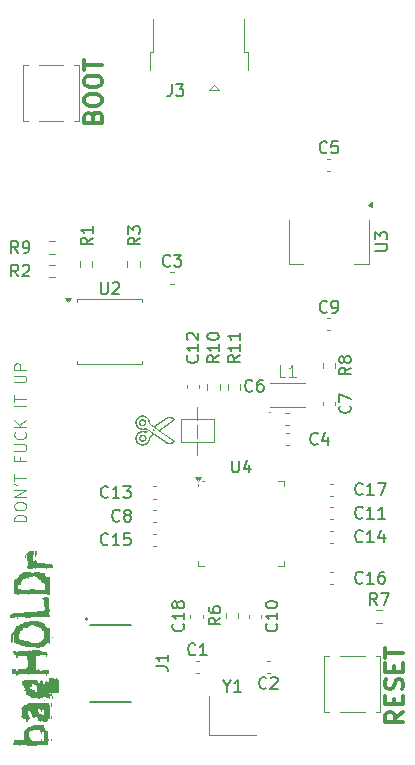
<source format=gbr>
%TF.GenerationSoftware,KiCad,Pcbnew,9.0.1*%
%TF.CreationDate,2025-04-23T18:23:55-07:00*%
%TF.ProjectId,rp2350,72703233-3530-42e6-9b69-6361645f7063,rev?*%
%TF.SameCoordinates,Original*%
%TF.FileFunction,Legend,Top*%
%TF.FilePolarity,Positive*%
%FSLAX46Y46*%
G04 Gerber Fmt 4.6, Leading zero omitted, Abs format (unit mm)*
G04 Created by KiCad (PCBNEW 9.0.1) date 2025-04-23 18:23:55*
%MOMM*%
%LPD*%
G01*
G04 APERTURE LIST*
%ADD10C,0.000000*%
%ADD11C,0.100000*%
%ADD12C,0.300000*%
%ADD13C,0.150000*%
%ADD14C,0.200000*%
%ADD15C,0.120000*%
%ADD16C,0.125000*%
G04 APERTURE END LIST*
D10*
G36*
X104153774Y-100654516D02*
G01*
X104154281Y-100721677D01*
X104154914Y-100749366D01*
X104155801Y-100773126D01*
X104156942Y-100792957D01*
X104158335Y-100808860D01*
X104159983Y-100820835D01*
X104161884Y-100828881D01*
X104162834Y-100831352D01*
X104163658Y-100833697D01*
X104164355Y-100835914D01*
X104164925Y-100838005D01*
X104165369Y-100839970D01*
X104165685Y-100841807D01*
X104165876Y-100843518D01*
X104165939Y-100845102D01*
X104165876Y-100846559D01*
X104165685Y-100847890D01*
X104165369Y-100849093D01*
X104164925Y-100850170D01*
X104164656Y-100850661D01*
X104164355Y-100851121D01*
X104164022Y-100851548D01*
X104163658Y-100851944D01*
X104163262Y-100852309D01*
X104162834Y-100852641D01*
X104162375Y-100852942D01*
X104161884Y-100853211D01*
X104160221Y-100853703D01*
X104158272Y-100854163D01*
X104156039Y-100854591D01*
X104153520Y-100854988D01*
X104150717Y-100855352D01*
X104147628Y-100855685D01*
X104140595Y-100856256D01*
X104132421Y-100856701D01*
X104123108Y-100857018D01*
X104112653Y-100857208D01*
X104101058Y-100857272D01*
X104091206Y-100857192D01*
X104081924Y-100856955D01*
X104073212Y-100856559D01*
X104065070Y-100856004D01*
X104057499Y-100855292D01*
X104050498Y-100854420D01*
X104044067Y-100853391D01*
X104038206Y-100852203D01*
X104032916Y-100850857D01*
X104028195Y-100849352D01*
X104024045Y-100847689D01*
X104020466Y-100845867D01*
X104017456Y-100843887D01*
X104015017Y-100841749D01*
X104013148Y-100839452D01*
X104011849Y-100836997D01*
X104011849Y-100836994D01*
X104008997Y-100827934D01*
X104006526Y-100819000D01*
X104004436Y-100810193D01*
X104002725Y-100801513D01*
X104001394Y-100792959D01*
X104000444Y-100784532D01*
X103999874Y-100776232D01*
X103999684Y-100768058D01*
X104000000Y-100750000D01*
X104000951Y-100732323D01*
X104002535Y-100715026D01*
X104004752Y-100698108D01*
X104007603Y-100681571D01*
X104011088Y-100665415D01*
X104015207Y-100649638D01*
X104019959Y-100634241D01*
X104022651Y-100626765D01*
X104025661Y-100619542D01*
X104028988Y-100612572D01*
X104032631Y-100605856D01*
X104036591Y-100599394D01*
X104040867Y-100593184D01*
X104045461Y-100587229D01*
X104050371Y-100581526D01*
X104055598Y-100576077D01*
X104061142Y-100570882D01*
X104067003Y-100565940D01*
X104073181Y-100561251D01*
X104079675Y-100556816D01*
X104086486Y-100552634D01*
X104093614Y-100548706D01*
X104101058Y-100545031D01*
X104153774Y-100508536D01*
X104153774Y-100654516D01*
G37*
G36*
X104206733Y-98185283D02*
G01*
X104206975Y-98185596D01*
X104207209Y-98185948D01*
X104207435Y-98186340D01*
X104207864Y-98187242D01*
X104208260Y-98188303D01*
X104208625Y-98189522D01*
X104208958Y-98190900D01*
X104209259Y-98192436D01*
X104209529Y-98194131D01*
X104209767Y-98195985D01*
X104209973Y-98197996D01*
X104210147Y-98200167D01*
X104210290Y-98202495D01*
X104210401Y-98204982D01*
X104210481Y-98207628D01*
X104210528Y-98210432D01*
X104210544Y-98213395D01*
X104210544Y-98343157D01*
X104210544Y-98481026D01*
X104206484Y-98505358D01*
X104206484Y-98343157D01*
X104206484Y-98185010D01*
X104206733Y-98185283D01*
G37*
G36*
X104210544Y-98712162D02*
G01*
X104211494Y-98717246D01*
X104212318Y-98722363D01*
X104213015Y-98727510D01*
X104213585Y-98732690D01*
X104214029Y-98737901D01*
X104214346Y-98743144D01*
X104214536Y-98748419D01*
X104214599Y-98753726D01*
X104214536Y-98759064D01*
X104214346Y-98764434D01*
X104214029Y-98769835D01*
X104213585Y-98775268D01*
X104213015Y-98780733D01*
X104212318Y-98786230D01*
X104211494Y-98791758D01*
X104210544Y-98797318D01*
X104210290Y-98797037D01*
X104210036Y-98796700D01*
X104209529Y-98795860D01*
X104209022Y-98794798D01*
X104208515Y-98793515D01*
X104208007Y-98792009D01*
X104207500Y-98790283D01*
X104206993Y-98788334D01*
X104206486Y-98786164D01*
X104205980Y-98783772D01*
X104205473Y-98781158D01*
X104204966Y-98778323D01*
X104204460Y-98775266D01*
X104203953Y-98771988D01*
X104203447Y-98768488D01*
X104202434Y-98760822D01*
X104210544Y-98704052D01*
X104210544Y-98712162D01*
G37*
G36*
X104292645Y-101883486D02*
G01*
X104293611Y-101884377D01*
X104294545Y-101885862D01*
X104295448Y-101887941D01*
X104297159Y-101893881D01*
X104298743Y-101902197D01*
X104300200Y-101912889D01*
X104301531Y-101925957D01*
X104302735Y-101941401D01*
X104303812Y-101959221D01*
X104304762Y-101979417D01*
X104305586Y-102001989D01*
X104306853Y-102054261D01*
X104307613Y-102116036D01*
X104307867Y-102187316D01*
X104307867Y-102276526D01*
X104306090Y-102305418D01*
X104304822Y-102331269D01*
X104304060Y-102354078D01*
X104303806Y-102373846D01*
X104299751Y-102599659D01*
X104295696Y-102762114D01*
X104291641Y-102861208D01*
X104289613Y-102886995D01*
X104287586Y-102896943D01*
X104286556Y-102897925D01*
X104285495Y-102898844D01*
X104284402Y-102899699D01*
X104283277Y-102900491D01*
X104282121Y-102901220D01*
X104280933Y-102901885D01*
X104279713Y-102902487D01*
X104278462Y-102903025D01*
X104277179Y-102903501D01*
X104275864Y-102903912D01*
X104274518Y-102904261D01*
X104273140Y-102904546D01*
X104271730Y-102904768D01*
X104270288Y-102904926D01*
X104268815Y-102905021D01*
X104267310Y-102905053D01*
X104264317Y-102904974D01*
X104261418Y-102904736D01*
X104258614Y-102904340D01*
X104255906Y-102903786D01*
X104253292Y-102903073D01*
X104250774Y-102902202D01*
X104248350Y-102901172D01*
X104246022Y-102899984D01*
X104243788Y-102898638D01*
X104241650Y-102897133D01*
X104239606Y-102895470D01*
X104237658Y-102893648D01*
X104235805Y-102891668D01*
X104234047Y-102889530D01*
X104232383Y-102887233D01*
X104230815Y-102884778D01*
X104229342Y-102882164D01*
X104227964Y-102879392D01*
X104226681Y-102876462D01*
X104225493Y-102873373D01*
X104224400Y-102870126D01*
X104223402Y-102866721D01*
X104222499Y-102863157D01*
X104221691Y-102859434D01*
X104220979Y-102855554D01*
X104220361Y-102851514D01*
X104219838Y-102847317D01*
X104219411Y-102842961D01*
X104219078Y-102838447D01*
X104218840Y-102833774D01*
X104218698Y-102828943D01*
X104218650Y-102823953D01*
X104218428Y-102811186D01*
X104217763Y-102799243D01*
X104216654Y-102788123D01*
X104215102Y-102777827D01*
X104213106Y-102768355D01*
X104210667Y-102759706D01*
X104207784Y-102751881D01*
X104204458Y-102744880D01*
X104200688Y-102738702D01*
X104198637Y-102735922D01*
X104196474Y-102733348D01*
X104194201Y-102730980D01*
X104191817Y-102728818D01*
X104189323Y-102726862D01*
X104186717Y-102725111D01*
X104184000Y-102723567D01*
X104181173Y-102722228D01*
X104178235Y-102721096D01*
X104175186Y-102720169D01*
X104172025Y-102719448D01*
X104168754Y-102718934D01*
X104165373Y-102718625D01*
X104161880Y-102718522D01*
X104161131Y-102718664D01*
X104160407Y-102719092D01*
X104159706Y-102719805D01*
X104159029Y-102720803D01*
X104158375Y-102722086D01*
X104157746Y-102723654D01*
X104157140Y-102725507D01*
X104156558Y-102727646D01*
X104155465Y-102732778D01*
X104154467Y-102739051D01*
X104153564Y-102746464D01*
X104152756Y-102755018D01*
X104152043Y-102764712D01*
X104151426Y-102775546D01*
X104150903Y-102787521D01*
X104150475Y-102800637D01*
X104150142Y-102814893D01*
X104149905Y-102830290D01*
X104149762Y-102846827D01*
X104149715Y-102864504D01*
X104149398Y-102897768D01*
X104148448Y-102926596D01*
X104146863Y-102950990D01*
X104144646Y-102970948D01*
X104143299Y-102979264D01*
X104141794Y-102986471D01*
X104140131Y-102992569D01*
X104138310Y-102997559D01*
X104136329Y-103001440D01*
X104134191Y-103004212D01*
X104131894Y-103005875D01*
X104129439Y-103006429D01*
X104128433Y-103006354D01*
X104127443Y-103006128D01*
X104126469Y-103005752D01*
X104125511Y-103005225D01*
X104124568Y-103004548D01*
X104123642Y-103003721D01*
X104122731Y-103002742D01*
X104121836Y-103001614D01*
X104120957Y-103000335D01*
X104120094Y-102998905D01*
X104119246Y-102997325D01*
X104118415Y-102995595D01*
X104117599Y-102993714D01*
X104116799Y-102991682D01*
X104116015Y-102989500D01*
X104115247Y-102987168D01*
X104114494Y-102984685D01*
X104113758Y-102982051D01*
X104113037Y-102979267D01*
X104112332Y-102976333D01*
X104110970Y-102970013D01*
X104109671Y-102963091D01*
X104108435Y-102955567D01*
X104107263Y-102947441D01*
X104106154Y-102938713D01*
X104105109Y-102929383D01*
X104104047Y-102921447D01*
X104102891Y-102913860D01*
X104101640Y-102906622D01*
X104100293Y-102899731D01*
X104098852Y-102893190D01*
X104097316Y-102886996D01*
X104095684Y-102881152D01*
X104093957Y-102875655D01*
X104092136Y-102870507D01*
X104090219Y-102865708D01*
X104088208Y-102861257D01*
X104086101Y-102857154D01*
X104083899Y-102853400D01*
X104081602Y-102849995D01*
X104079211Y-102846938D01*
X104076724Y-102844229D01*
X104076729Y-102844228D01*
X104075981Y-102843226D01*
X104075256Y-102841741D01*
X104073878Y-102837322D01*
X104072595Y-102830970D01*
X104071407Y-102822685D01*
X104070314Y-102812468D01*
X104069316Y-102800319D01*
X104068413Y-102786237D01*
X104067605Y-102770223D01*
X104066275Y-102732397D01*
X104065324Y-102686841D01*
X104064754Y-102633556D01*
X104064564Y-102572540D01*
X104065134Y-102508801D01*
X104066845Y-102451397D01*
X104069696Y-102400329D01*
X104073688Y-102355597D01*
X104078820Y-102317201D01*
X104081814Y-102300379D01*
X104085092Y-102285141D01*
X104088656Y-102271487D01*
X104092506Y-102259417D01*
X104096640Y-102248931D01*
X104101059Y-102240029D01*
X104137555Y-102171095D01*
X104137555Y-102292745D01*
X104137555Y-102414397D01*
X104157830Y-102341405D01*
X104164483Y-102320940D01*
X104170249Y-102302123D01*
X104175127Y-102284953D01*
X104179119Y-102269430D01*
X104182224Y-102255554D01*
X104184441Y-102243325D01*
X104185772Y-102232744D01*
X104186104Y-102228072D01*
X104186215Y-102223811D01*
X104186374Y-102216651D01*
X104186849Y-102209364D01*
X104187641Y-102201951D01*
X104188750Y-102194411D01*
X104190175Y-102186745D01*
X104191918Y-102178952D01*
X104193977Y-102171032D01*
X104196353Y-102162985D01*
X104199046Y-102154811D01*
X104202055Y-102146511D01*
X104205382Y-102138084D01*
X104209025Y-102129531D01*
X104212985Y-102120851D01*
X104217262Y-102112044D01*
X104221855Y-102103110D01*
X104226766Y-102094050D01*
X104238170Y-102072444D01*
X104248054Y-102052232D01*
X104256418Y-102033414D01*
X104260029Y-102024528D01*
X104263261Y-102015990D01*
X104266112Y-102007801D01*
X104268583Y-101999960D01*
X104270674Y-101992468D01*
X104272385Y-101985324D01*
X104273715Y-101978529D01*
X104274666Y-101972082D01*
X104275236Y-101965984D01*
X104275426Y-101960234D01*
X104275679Y-101942177D01*
X104275996Y-101934051D01*
X104276440Y-101926527D01*
X104277010Y-101919605D01*
X104277707Y-101913285D01*
X104278531Y-101907567D01*
X104279481Y-101902450D01*
X104280558Y-101897936D01*
X104281762Y-101894024D01*
X104283093Y-101890713D01*
X104284550Y-101888005D01*
X104286134Y-101885898D01*
X104287845Y-101884393D01*
X104289682Y-101883490D01*
X104291647Y-101883189D01*
X104292645Y-101883486D01*
G37*
G36*
X105314257Y-95520950D02*
G01*
X105314982Y-95521200D01*
X105315683Y-95521616D01*
X105316360Y-95522198D01*
X105317013Y-95522946D01*
X105317643Y-95523861D01*
X105318249Y-95524942D01*
X105318831Y-95526189D01*
X105319389Y-95527603D01*
X105319924Y-95529183D01*
X105320435Y-95530929D01*
X105320922Y-95532842D01*
X105321385Y-95534921D01*
X105321825Y-95537166D01*
X105322633Y-95542156D01*
X105323346Y-95547810D01*
X105323964Y-95554130D01*
X105324486Y-95561116D01*
X105324914Y-95568766D01*
X105325247Y-95577082D01*
X105325484Y-95586064D01*
X105325627Y-95595710D01*
X105325675Y-95606022D01*
X105325675Y-95683068D01*
X105325421Y-95732742D01*
X105324660Y-95768224D01*
X105324089Y-95780642D01*
X105323391Y-95789512D01*
X105322566Y-95794835D01*
X105322106Y-95796165D01*
X105321614Y-95796609D01*
X105321123Y-95795563D01*
X105320663Y-95794455D01*
X105320234Y-95793283D01*
X105319838Y-95792047D01*
X105319473Y-95790748D01*
X105319140Y-95789386D01*
X105318839Y-95787960D01*
X105318569Y-95786472D01*
X105318331Y-95784919D01*
X105318125Y-95783303D01*
X105317950Y-95781624D01*
X105317808Y-95779882D01*
X105317697Y-95778076D01*
X105317617Y-95776207D01*
X105317570Y-95774274D01*
X105317554Y-95772279D01*
X105315336Y-95750103D01*
X105312739Y-95730209D01*
X105309761Y-95712595D01*
X105308129Y-95704643D01*
X105306403Y-95697262D01*
X105304581Y-95690451D01*
X105302665Y-95684209D01*
X105300653Y-95678539D01*
X105298546Y-95673438D01*
X105296345Y-95668908D01*
X105294048Y-95664948D01*
X105291656Y-95661558D01*
X105289169Y-95658738D01*
X105289179Y-95658733D01*
X105287215Y-95656627D01*
X105285377Y-95654361D01*
X105283667Y-95651938D01*
X105282083Y-95649356D01*
X105280626Y-95646615D01*
X105279295Y-95643717D01*
X105278092Y-95640659D01*
X105277015Y-95637444D01*
X105276064Y-95634070D01*
X105275241Y-95630538D01*
X105274544Y-95626847D01*
X105273974Y-95622998D01*
X105273530Y-95618990D01*
X105273213Y-95614824D01*
X105273023Y-95610500D01*
X105272960Y-95606017D01*
X105273055Y-95598572D01*
X105273340Y-95591445D01*
X105273815Y-95584633D01*
X105274481Y-95578139D01*
X105275336Y-95571962D01*
X105276381Y-95566101D01*
X105277617Y-95560557D01*
X105279043Y-95555330D01*
X105280658Y-95550420D01*
X105282464Y-95545826D01*
X105284460Y-95541549D01*
X105286646Y-95537589D01*
X105289022Y-95533946D01*
X105291588Y-95530619D01*
X105294344Y-95527610D01*
X105297290Y-95524917D01*
X105297552Y-95524668D01*
X105297829Y-95524426D01*
X105298432Y-95523968D01*
X105299098Y-95523541D01*
X105299826Y-95523145D01*
X105300619Y-95522781D01*
X105301474Y-95522449D01*
X105302393Y-95522149D01*
X105303375Y-95521880D01*
X105304420Y-95521642D01*
X105305529Y-95521437D01*
X105306701Y-95521263D01*
X105307936Y-95521120D01*
X105309234Y-95521010D01*
X105310596Y-95520930D01*
X105312021Y-95520883D01*
X105313509Y-95520867D01*
X105314257Y-95520950D01*
G37*
G36*
X105358113Y-95841207D02*
G01*
X105358177Y-95844629D01*
X105358367Y-95848811D01*
X105358684Y-95853753D01*
X105359128Y-95859456D01*
X105359699Y-95865918D01*
X105360397Y-95873141D01*
X105362174Y-95889867D01*
X105362174Y-95942583D01*
X105362174Y-95999354D01*
X105360397Y-96014561D01*
X105359699Y-96021404D01*
X105359128Y-96027740D01*
X105358684Y-96033569D01*
X105358367Y-96038891D01*
X105358177Y-96043706D01*
X105358113Y-96048014D01*
X105358113Y-96072344D01*
X105357162Y-96060686D01*
X105356337Y-96048014D01*
X105355639Y-96034329D01*
X105355068Y-96019629D01*
X105354624Y-96003916D01*
X105354307Y-95987189D01*
X105354053Y-95950693D01*
X105358113Y-95816877D01*
X105358113Y-95841207D01*
G37*
G36*
X105440162Y-104323296D02*
G01*
X105440987Y-104326337D01*
X105441685Y-104329379D01*
X105442256Y-104332420D01*
X105442700Y-104335461D01*
X105443017Y-104338502D01*
X105443208Y-104341544D01*
X105443271Y-104344585D01*
X105443271Y-104445960D01*
X105443271Y-104551391D01*
X105439211Y-104583832D01*
X105439211Y-104450016D01*
X105439211Y-104320254D01*
X105440162Y-104323296D01*
G37*
G36*
X105873355Y-109088961D02*
G01*
X105873597Y-109088973D01*
X105873831Y-109088993D01*
X105874057Y-109089021D01*
X105874275Y-109089056D01*
X105874485Y-109089100D01*
X105874687Y-109089151D01*
X105874881Y-109089211D01*
X105875068Y-109089278D01*
X105875246Y-109089353D01*
X105875417Y-109089437D01*
X105875579Y-109089528D01*
X105875734Y-109089627D01*
X105875881Y-109089734D01*
X105876019Y-109089849D01*
X105876150Y-109089971D01*
X105876273Y-109090102D01*
X105876388Y-109090241D01*
X105876495Y-109090387D01*
X105876594Y-109090542D01*
X105876686Y-109090704D01*
X105876769Y-109090875D01*
X105876844Y-109091053D01*
X105876912Y-109091239D01*
X105876971Y-109091433D01*
X105877023Y-109091635D01*
X105877066Y-109091845D01*
X105877102Y-109092063D01*
X105877130Y-109092289D01*
X105877150Y-109092523D01*
X105877161Y-109092764D01*
X105877165Y-109093014D01*
X105878638Y-109098922D01*
X105880017Y-109105496D01*
X105881300Y-109112735D01*
X105882487Y-109120639D01*
X105884578Y-109138443D01*
X105886289Y-109158908D01*
X105887619Y-109182034D01*
X105888570Y-109207822D01*
X105889140Y-109236270D01*
X105889330Y-109267380D01*
X105889140Y-109295892D01*
X105888570Y-109320602D01*
X105887619Y-109341511D01*
X105886289Y-109358618D01*
X105884578Y-109371923D01*
X105883580Y-109377150D01*
X105882487Y-109381427D01*
X105881300Y-109384754D01*
X105880017Y-109387130D01*
X105878638Y-109388555D01*
X105877165Y-109389030D01*
X105876167Y-109388872D01*
X105875201Y-109388397D01*
X105874267Y-109387605D01*
X105873364Y-109386496D01*
X105872492Y-109385070D01*
X105871653Y-109383328D01*
X105870845Y-109381269D01*
X105870069Y-109378893D01*
X105869324Y-109376200D01*
X105868611Y-109373191D01*
X105867281Y-109366221D01*
X105866077Y-109357984D01*
X105864999Y-109348480D01*
X105864049Y-109337709D01*
X105863225Y-109325671D01*
X105862528Y-109312365D01*
X105861958Y-109297793D01*
X105861514Y-109281953D01*
X105861197Y-109264846D01*
X105861007Y-109246471D01*
X105860944Y-109226830D01*
X105860941Y-109226828D01*
X105860941Y-109218718D01*
X105861131Y-109188306D01*
X105861701Y-109161948D01*
X105862651Y-109139645D01*
X105863982Y-109121397D01*
X105865692Y-109107205D01*
X105866690Y-109101629D01*
X105867783Y-109097067D01*
X105868971Y-109093519D01*
X105870254Y-109090985D01*
X105871632Y-109089464D01*
X105873105Y-109088957D01*
X105873355Y-109088961D01*
G37*
G36*
X106171336Y-95169468D02*
G01*
X106175629Y-95169690D01*
X106180270Y-95170101D01*
X106185259Y-95170703D01*
X106190598Y-95171495D01*
X106196284Y-95172477D01*
X106202319Y-95173649D01*
X106208703Y-95175012D01*
X106215435Y-95176564D01*
X106222515Y-95178307D01*
X106229944Y-95180239D01*
X106278604Y-95200513D01*
X106278604Y-95358660D01*
X106278034Y-95396296D01*
X106276323Y-95430130D01*
X106275040Y-95445621D01*
X106273472Y-95460162D01*
X106271619Y-95473753D01*
X106269481Y-95486393D01*
X106267057Y-95498083D01*
X106264349Y-95508823D01*
X106261355Y-95518612D01*
X106258076Y-95527450D01*
X106254512Y-95535339D01*
X106250663Y-95542277D01*
X106246529Y-95548264D01*
X106242110Y-95553301D01*
X106238182Y-95557324D01*
X106234507Y-95561284D01*
X106231085Y-95565181D01*
X106227917Y-95569014D01*
X106225003Y-95572784D01*
X106222342Y-95576490D01*
X106219934Y-95580133D01*
X106217780Y-95583713D01*
X106215879Y-95587230D01*
X106214232Y-95590683D01*
X106212838Y-95594072D01*
X106211697Y-95597399D01*
X106210810Y-95600662D01*
X106210177Y-95603862D01*
X106209796Y-95606998D01*
X106209670Y-95610072D01*
X106209606Y-95614364D01*
X106209416Y-95618118D01*
X106209099Y-95621333D01*
X106208894Y-95622739D01*
X106208656Y-95624010D01*
X106208387Y-95625147D01*
X106208086Y-95626148D01*
X106207753Y-95627015D01*
X106207389Y-95627748D01*
X106206993Y-95628346D01*
X106206565Y-95628809D01*
X106206106Y-95629137D01*
X106205615Y-95629331D01*
X106205092Y-95629390D01*
X106204538Y-95629315D01*
X106203952Y-95629105D01*
X106203334Y-95628760D01*
X106202684Y-95628281D01*
X106202003Y-95627667D01*
X106201291Y-95626918D01*
X106200546Y-95626035D01*
X106199770Y-95625017D01*
X106198962Y-95623864D01*
X106197251Y-95621155D01*
X106195414Y-95617907D01*
X106193450Y-95614121D01*
X106192202Y-95612430D01*
X106190994Y-95610906D01*
X106189826Y-95609548D01*
X106189388Y-95609084D01*
X106188698Y-95608356D01*
X106187609Y-95607330D01*
X106186559Y-95606471D01*
X106185550Y-95605778D01*
X106184580Y-95605251D01*
X106183649Y-95604891D01*
X106182758Y-95604697D01*
X106182327Y-95604663D01*
X106181907Y-95604669D01*
X106181496Y-95604718D01*
X106181095Y-95604808D01*
X106180704Y-95604940D01*
X106180323Y-95605113D01*
X106179590Y-95605584D01*
X106178897Y-95606222D01*
X106178244Y-95607026D01*
X106177630Y-95607996D01*
X106177056Y-95609133D01*
X106176521Y-95610435D01*
X106176026Y-95611905D01*
X106175571Y-95613540D01*
X106175155Y-95615342D01*
X106174779Y-95617310D01*
X106174442Y-95619444D01*
X106174145Y-95621745D01*
X106173888Y-95624212D01*
X106173670Y-95626846D01*
X106173492Y-95629645D01*
X106173353Y-95632611D01*
X106173254Y-95635744D01*
X106173195Y-95639042D01*
X106173175Y-95642507D01*
X106173174Y-95642512D01*
X106173094Y-95649386D01*
X106172857Y-95655817D01*
X106172461Y-95661805D01*
X106171907Y-95667349D01*
X106171194Y-95672449D01*
X106170323Y-95677106D01*
X106169293Y-95681319D01*
X106168105Y-95685089D01*
X106166758Y-95688416D01*
X106165254Y-95691299D01*
X106163590Y-95693738D01*
X106161769Y-95695734D01*
X106159789Y-95697286D01*
X106158739Y-95697896D01*
X106157650Y-95698395D01*
X106156521Y-95698783D01*
X106155353Y-95699060D01*
X106154145Y-95699227D01*
X106152898Y-95699282D01*
X106151650Y-95699033D01*
X106150443Y-95698284D01*
X106149275Y-95697037D01*
X106148146Y-95695290D01*
X106147057Y-95693045D01*
X106146008Y-95690301D01*
X106144998Y-95687057D01*
X106144028Y-95683315D01*
X106142206Y-95674334D01*
X106140543Y-95663357D01*
X106139038Y-95650384D01*
X106137692Y-95635415D01*
X106136504Y-95618450D01*
X106135475Y-95599490D01*
X106134603Y-95578534D01*
X106133891Y-95555581D01*
X106133336Y-95530634D01*
X106132940Y-95503690D01*
X106132623Y-95443815D01*
X106132940Y-95382799D01*
X106133891Y-95329514D01*
X106134570Y-95309995D01*
X106177223Y-95309995D01*
X106177747Y-95313924D01*
X106178302Y-95317599D01*
X106178888Y-95321020D01*
X106179506Y-95324188D01*
X106180156Y-95327103D01*
X106180837Y-95329764D01*
X106181550Y-95332172D01*
X106182294Y-95334326D01*
X106183070Y-95336227D01*
X106183878Y-95337875D01*
X106184717Y-95339269D01*
X106185588Y-95340409D01*
X106186491Y-95341296D01*
X106187425Y-95341930D01*
X106188390Y-95342310D01*
X106189388Y-95342437D01*
X106190338Y-95339380D01*
X106191162Y-95336291D01*
X106191858Y-95333170D01*
X106192429Y-95330018D01*
X106192872Y-95326834D01*
X106193189Y-95323618D01*
X106193379Y-95320371D01*
X106193442Y-95317092D01*
X106193379Y-95313781D01*
X106193189Y-95310439D01*
X106192872Y-95307065D01*
X106192429Y-95303659D01*
X106191858Y-95300222D01*
X106191162Y-95296753D01*
X106190338Y-95293253D01*
X106189388Y-95289721D01*
X106189394Y-95289725D01*
X106188886Y-95287809D01*
X106188379Y-95286114D01*
X106187871Y-95284640D01*
X106187364Y-95283389D01*
X106187111Y-95282846D01*
X106186857Y-95282359D01*
X106186603Y-95281927D01*
X106186350Y-95281551D01*
X106186096Y-95281230D01*
X106185843Y-95280965D01*
X106185589Y-95280755D01*
X106185336Y-95280600D01*
X106185082Y-95280501D01*
X106184829Y-95280457D01*
X106184576Y-95280469D01*
X106184322Y-95280536D01*
X106184069Y-95280658D01*
X106183816Y-95280836D01*
X106183562Y-95281070D01*
X106183309Y-95281359D01*
X106183056Y-95281703D01*
X106182803Y-95282103D01*
X106182549Y-95282558D01*
X106182296Y-95283068D01*
X106181790Y-95284256D01*
X106181284Y-95285665D01*
X106180792Y-95286710D01*
X106180332Y-95287819D01*
X106179904Y-95288991D01*
X106179507Y-95290227D01*
X106179143Y-95291526D01*
X106178809Y-95292888D01*
X106178508Y-95294313D01*
X106178238Y-95295802D01*
X106178001Y-95297355D01*
X106177794Y-95298970D01*
X106177620Y-95300649D01*
X106177477Y-95302392D01*
X106177366Y-95304198D01*
X106177287Y-95306067D01*
X106177239Y-95307999D01*
X106177223Y-95309995D01*
X106134570Y-95309995D01*
X106135475Y-95283958D01*
X106137692Y-95246133D01*
X106140543Y-95216037D01*
X106144028Y-95193671D01*
X106146008Y-95185387D01*
X106148146Y-95179035D01*
X106150443Y-95174616D01*
X106152898Y-95172129D01*
X106153955Y-95171646D01*
X106155100Y-95171210D01*
X106157650Y-95170482D01*
X106160549Y-95169943D01*
X106163796Y-95169595D01*
X106167392Y-95169436D01*
X106171336Y-95169468D01*
G37*
G36*
X106400744Y-106129314D02*
G01*
X106401204Y-106129869D01*
X106401632Y-106130455D01*
X106402028Y-106131073D01*
X106402393Y-106131722D01*
X106402726Y-106132403D01*
X106403028Y-106133116D01*
X106403297Y-106133861D01*
X106403535Y-106134637D01*
X106403741Y-106135445D01*
X106403916Y-106136285D01*
X106404059Y-106137156D01*
X106404170Y-106138059D01*
X106404249Y-106138994D01*
X106404296Y-106139960D01*
X106404312Y-106140958D01*
X106406086Y-106151856D01*
X106406783Y-106157115D01*
X106407353Y-106162247D01*
X106407797Y-106167253D01*
X106408114Y-106172132D01*
X106408304Y-106176884D01*
X106408367Y-106181509D01*
X106408304Y-106186007D01*
X106408114Y-106190379D01*
X106407797Y-106194624D01*
X106407353Y-106198743D01*
X106406783Y-106202734D01*
X106406086Y-106206599D01*
X106405263Y-106210337D01*
X106404312Y-106213949D01*
X106404312Y-106213948D01*
X106403805Y-106215833D01*
X106403297Y-106217433D01*
X106403044Y-106218126D01*
X106402790Y-106218748D01*
X106402536Y-106219298D01*
X106402283Y-106219777D01*
X106402029Y-106220185D01*
X106401776Y-106220522D01*
X106401522Y-106220787D01*
X106401268Y-106220981D01*
X106401015Y-106221104D01*
X106400761Y-106221155D01*
X106400508Y-106221136D01*
X106400254Y-106221045D01*
X106400001Y-106220882D01*
X106399748Y-106220649D01*
X106399494Y-106220344D01*
X106399241Y-106219967D01*
X106398987Y-106219520D01*
X106398734Y-106219001D01*
X106398481Y-106218411D01*
X106398228Y-106217750D01*
X106397974Y-106217017D01*
X106397721Y-106216213D01*
X106397215Y-106214392D01*
X106396708Y-106212285D01*
X106396202Y-106209893D01*
X106395251Y-106205774D01*
X106394426Y-106201529D01*
X106393728Y-106197157D01*
X106393157Y-106192659D01*
X106392713Y-106188034D01*
X106392396Y-106183282D01*
X106392205Y-106178403D01*
X106392142Y-106173398D01*
X106400252Y-106128792D01*
X106400744Y-106129314D01*
G37*
G36*
X106927898Y-107836463D02*
G01*
X106928358Y-107836970D01*
X106928786Y-107837477D01*
X106929183Y-107837984D01*
X106929548Y-107838491D01*
X106929881Y-107838998D01*
X106930182Y-107839505D01*
X106930452Y-107840011D01*
X106930690Y-107840518D01*
X106930896Y-107841025D01*
X106931070Y-107841532D01*
X106931213Y-107842039D01*
X106931324Y-107842546D01*
X106931403Y-107843053D01*
X106931451Y-107843560D01*
X106931467Y-107844067D01*
X106931483Y-107844590D01*
X106931530Y-107845145D01*
X106931610Y-107845731D01*
X106931721Y-107846348D01*
X106931863Y-107846998D01*
X106932038Y-107847679D01*
X106932244Y-107848392D01*
X106932482Y-107849136D01*
X106932752Y-107849913D01*
X106933053Y-107850721D01*
X106933386Y-107851560D01*
X106933751Y-107852432D01*
X106934147Y-107853335D01*
X106934576Y-107854269D01*
X106935036Y-107855236D01*
X106935527Y-107856234D01*
X106935527Y-107868400D01*
X106931467Y-107880561D01*
X106927406Y-107880561D01*
X106927157Y-107880541D01*
X106926915Y-107880482D01*
X106926681Y-107880383D01*
X106926455Y-107880244D01*
X106926237Y-107880066D01*
X106926027Y-107879848D01*
X106925824Y-107879591D01*
X106925630Y-107879294D01*
X106925444Y-107878957D01*
X106925265Y-107878581D01*
X106925095Y-107878165D01*
X106924932Y-107877710D01*
X106924778Y-107877215D01*
X106924631Y-107876680D01*
X106924492Y-107876106D01*
X106924361Y-107875492D01*
X106924238Y-107874839D01*
X106924123Y-107874146D01*
X106923917Y-107872641D01*
X106923743Y-107870978D01*
X106923600Y-107869157D01*
X106923489Y-107867177D01*
X106923410Y-107865038D01*
X106923362Y-107862741D01*
X106923346Y-107860286D01*
X106923410Y-107854584D01*
X106923600Y-107849642D01*
X106923917Y-107845460D01*
X106924123Y-107843654D01*
X106924361Y-107842039D01*
X106924631Y-107840613D01*
X106924932Y-107839378D01*
X106925265Y-107838332D01*
X106925630Y-107837477D01*
X106926027Y-107836811D01*
X106926455Y-107836336D01*
X106926915Y-107836051D01*
X106927406Y-107835956D01*
X106927898Y-107836463D01*
G37*
G36*
X106408079Y-109924414D02*
G01*
X106416300Y-109924794D01*
X106424933Y-109925428D01*
X106433977Y-109926315D01*
X106443434Y-109927455D01*
X106453302Y-109928849D01*
X106474274Y-109932398D01*
X106496893Y-109936959D01*
X106521160Y-109942535D01*
X106547074Y-109949125D01*
X106574635Y-109956728D01*
X106625830Y-109969907D01*
X106647246Y-109975736D01*
X106665874Y-109981058D01*
X106681714Y-109985873D01*
X106694766Y-109990182D01*
X106705030Y-109993983D01*
X106712506Y-109997278D01*
X106713754Y-109998490D01*
X106714961Y-109999590D01*
X106716130Y-110000580D01*
X106717258Y-110001459D01*
X106718347Y-110002228D01*
X106719396Y-110002885D01*
X106720406Y-110003432D01*
X106721376Y-110003867D01*
X106722307Y-110004192D01*
X106723198Y-110004406D01*
X106724049Y-110004509D01*
X106724861Y-110004501D01*
X106725633Y-110004382D01*
X106726366Y-110004152D01*
X106727059Y-110003812D01*
X106727712Y-110003360D01*
X106728326Y-110002798D01*
X106728900Y-110002125D01*
X106729435Y-110001341D01*
X106729930Y-110000446D01*
X106730385Y-109999440D01*
X106730801Y-109998323D01*
X106731177Y-109997096D01*
X106731513Y-109995757D01*
X106731810Y-109994308D01*
X106732068Y-109992748D01*
X106732286Y-109991077D01*
X106732464Y-109989295D01*
X106732602Y-109987402D01*
X106732701Y-109985398D01*
X106732761Y-109983284D01*
X106732781Y-109981058D01*
X106732872Y-109978587D01*
X106733145Y-109976243D01*
X106733600Y-109974025D01*
X106734238Y-109971934D01*
X106735058Y-109969970D01*
X106736059Y-109968133D01*
X106737243Y-109966422D01*
X106738610Y-109964838D01*
X106740158Y-109963381D01*
X106741889Y-109962050D01*
X106743801Y-109960847D01*
X106745896Y-109959769D01*
X106748173Y-109958819D01*
X106750632Y-109957995D01*
X106753273Y-109957298D01*
X106756097Y-109956728D01*
X106759102Y-109956285D01*
X106762290Y-109955968D01*
X106765660Y-109955778D01*
X106769212Y-109955714D01*
X106772946Y-109955778D01*
X106776863Y-109955968D01*
X106780961Y-109956285D01*
X106785242Y-109956728D01*
X106789705Y-109957299D01*
X106794350Y-109957995D01*
X106799177Y-109958819D01*
X106804186Y-109959770D01*
X106809378Y-109960847D01*
X106814752Y-109962051D01*
X106820307Y-109963381D01*
X106826045Y-109964838D01*
X106831447Y-109965979D01*
X106836500Y-109967373D01*
X106841205Y-109969020D01*
X106843426Y-109969939D01*
X106845561Y-109970921D01*
X106847608Y-109971966D01*
X106849568Y-109973075D01*
X106851441Y-109974247D01*
X106853227Y-109975483D01*
X106854926Y-109976782D01*
X106856538Y-109978144D01*
X106858063Y-109979569D01*
X106859500Y-109981058D01*
X106860850Y-109982611D01*
X106862114Y-109984226D01*
X106863290Y-109985905D01*
X106864379Y-109987648D01*
X106865381Y-109989454D01*
X106866295Y-109991323D01*
X106867123Y-109993255D01*
X106867864Y-109995251D01*
X106868517Y-109997310D01*
X106869083Y-109999433D01*
X106869562Y-110001619D01*
X106869954Y-110003868D01*
X106870259Y-110006181D01*
X106870477Y-110008557D01*
X106870608Y-110010996D01*
X106870651Y-110013499D01*
X106870746Y-110018013D01*
X106871032Y-110022432D01*
X106871507Y-110026757D01*
X106872172Y-110030986D01*
X106873027Y-110035120D01*
X106874073Y-110039159D01*
X106875308Y-110043103D01*
X106876734Y-110046953D01*
X106878350Y-110050707D01*
X106880155Y-110054366D01*
X106882151Y-110057930D01*
X106884337Y-110061399D01*
X106886713Y-110064773D01*
X106889279Y-110068051D01*
X106892035Y-110071235D01*
X106894982Y-110074324D01*
X106897928Y-110076383D01*
X106900684Y-110078506D01*
X106903250Y-110080692D01*
X106905626Y-110082941D01*
X106907812Y-110085253D01*
X106909808Y-110087629D01*
X106911613Y-110090069D01*
X106913229Y-110092571D01*
X106913966Y-110093846D01*
X106914655Y-110095137D01*
X106915296Y-110096444D01*
X106915890Y-110097767D01*
X106916437Y-110099105D01*
X106916936Y-110100460D01*
X106917387Y-110101830D01*
X106917791Y-110103216D01*
X106918147Y-110104617D01*
X106918456Y-110106035D01*
X106918718Y-110107469D01*
X106918932Y-110108918D01*
X106919098Y-110110383D01*
X106919217Y-110111864D01*
X106919312Y-110114874D01*
X106919438Y-110117567D01*
X106919819Y-110120576D01*
X106920452Y-110123903D01*
X106921339Y-110127546D01*
X106922480Y-110131506D01*
X106923874Y-110135783D01*
X106925521Y-110140376D01*
X106927422Y-110145287D01*
X106929576Y-110150514D01*
X106931984Y-110156058D01*
X106934645Y-110161919D01*
X106937560Y-110168096D01*
X106940727Y-110174591D01*
X106944149Y-110181402D01*
X106951752Y-110195975D01*
X106958595Y-110209407D01*
X106964931Y-110221318D01*
X106970760Y-110231709D01*
X106976083Y-110240579D01*
X106980899Y-110247929D01*
X106983116Y-110251034D01*
X106985207Y-110253758D01*
X106987171Y-110256103D01*
X106989009Y-110258067D01*
X106990720Y-110259651D01*
X106992304Y-110260855D01*
X106993052Y-110261476D01*
X106993777Y-110262328D01*
X106994478Y-110263409D01*
X106995155Y-110264720D01*
X106995808Y-110266260D01*
X106996438Y-110268030D01*
X106997626Y-110272260D01*
X106998719Y-110277408D01*
X106999716Y-110283475D01*
X107000619Y-110290460D01*
X107001427Y-110298364D01*
X107002140Y-110307187D01*
X107002757Y-110316928D01*
X107003280Y-110327589D01*
X107003708Y-110339168D01*
X107004040Y-110351665D01*
X107004278Y-110365082D01*
X107004420Y-110379417D01*
X107004468Y-110394670D01*
X107004911Y-110426984D01*
X107006242Y-110454989D01*
X107007240Y-110467376D01*
X107008460Y-110478685D01*
X107009901Y-110488918D01*
X107011564Y-110498073D01*
X107013449Y-110506152D01*
X107015556Y-110513153D01*
X107017884Y-110519077D01*
X107020434Y-110523924D01*
X107023206Y-110527694D01*
X107026200Y-110530387D01*
X107029415Y-110532002D01*
X107032852Y-110532541D01*
X107033605Y-110532454D01*
X107034341Y-110532192D01*
X107035062Y-110531757D01*
X107035767Y-110531147D01*
X107036456Y-110530363D01*
X107037129Y-110529405D01*
X107037786Y-110528272D01*
X107038428Y-110526965D01*
X107039054Y-110525484D01*
X107039663Y-110523829D01*
X107040257Y-110521999D01*
X107040835Y-110519996D01*
X107041944Y-110515465D01*
X107042990Y-110510238D01*
X107043971Y-110504314D01*
X107044890Y-110497693D01*
X107045745Y-110490375D01*
X107046537Y-110482360D01*
X107047266Y-110473648D01*
X107047931Y-110464239D01*
X107048533Y-110454133D01*
X107049071Y-110443331D01*
X107053131Y-110337900D01*
X107126122Y-110402780D01*
X107134960Y-110411318D01*
X107143229Y-110419697D01*
X107150927Y-110427918D01*
X107158055Y-110435981D01*
X107164613Y-110443885D01*
X107170600Y-110451630D01*
X107176017Y-110459218D01*
X107180865Y-110466647D01*
X107185141Y-110473917D01*
X107188848Y-110481029D01*
X107191984Y-110487983D01*
X107194550Y-110494778D01*
X107196546Y-110501415D01*
X107197972Y-110507894D01*
X107198827Y-110514214D01*
X107199112Y-110520376D01*
X107199239Y-110526886D01*
X107199619Y-110533238D01*
X107200253Y-110539431D01*
X107201140Y-110545466D01*
X107202280Y-110551343D01*
X107203674Y-110557061D01*
X107205322Y-110562621D01*
X107207223Y-110568022D01*
X107209377Y-110573265D01*
X107211785Y-110578350D01*
X107214446Y-110583276D01*
X107217361Y-110588044D01*
X107220529Y-110592653D01*
X107223950Y-110597104D01*
X107227625Y-110601397D01*
X107231554Y-110605531D01*
X107235973Y-110608636D01*
X107240107Y-110611867D01*
X107243956Y-110615225D01*
X107247520Y-110618710D01*
X107250799Y-110622322D01*
X107253793Y-110626060D01*
X107255183Y-110627976D01*
X107256501Y-110629925D01*
X107257749Y-110631905D01*
X107258925Y-110633916D01*
X107260030Y-110635960D01*
X107261063Y-110638035D01*
X107262025Y-110640141D01*
X107262916Y-110642280D01*
X107263736Y-110644450D01*
X107264484Y-110646652D01*
X107265162Y-110648885D01*
X107265767Y-110651150D01*
X107266302Y-110653447D01*
X107266765Y-110655775D01*
X107267478Y-110660527D01*
X107267906Y-110665406D01*
X107268048Y-110670411D01*
X107267953Y-110673025D01*
X107267668Y-110675797D01*
X107267193Y-110678727D01*
X107266528Y-110681816D01*
X107265672Y-110685063D01*
X107264627Y-110688469D01*
X107263391Y-110692033D01*
X107261966Y-110695755D01*
X107260350Y-110699636D01*
X107258544Y-110703675D01*
X107256548Y-110707873D01*
X107254363Y-110712229D01*
X107251987Y-110716743D01*
X107249420Y-110721416D01*
X107246664Y-110726247D01*
X107243718Y-110731237D01*
X107240281Y-110737525D01*
X107237066Y-110744225D01*
X107234072Y-110751337D01*
X107231300Y-110758861D01*
X107228750Y-110766797D01*
X107226422Y-110775145D01*
X107224315Y-110783904D01*
X107222430Y-110793076D01*
X107220767Y-110802659D01*
X107219325Y-110812654D01*
X107218106Y-110823061D01*
X107217108Y-110833879D01*
X107216332Y-110845110D01*
X107215777Y-110856752D01*
X107215445Y-110868806D01*
X107215334Y-110881272D01*
X107215334Y-110885329D01*
X107215603Y-110909152D01*
X107216411Y-110931962D01*
X107217757Y-110953758D01*
X107219642Y-110974540D01*
X107222066Y-110994308D01*
X107225028Y-111013062D01*
X107228528Y-111030803D01*
X107232567Y-111047530D01*
X107237145Y-111063243D01*
X107242261Y-111077943D01*
X107247916Y-111091628D01*
X107254109Y-111104300D01*
X107260841Y-111115958D01*
X107268112Y-111126603D01*
X107275921Y-111136234D01*
X107284268Y-111144850D01*
X107291935Y-111151693D01*
X107298714Y-111158029D01*
X107304607Y-111163858D01*
X107307220Y-111166583D01*
X107309612Y-111169180D01*
X107311782Y-111171651D01*
X107313730Y-111173996D01*
X107315457Y-111176213D01*
X107316962Y-111178304D01*
X107318245Y-111180268D01*
X107319306Y-111182106D01*
X107320145Y-111183816D01*
X107320763Y-111185400D01*
X107320684Y-111186509D01*
X107320446Y-111187808D01*
X107320050Y-111189297D01*
X107319496Y-111190976D01*
X107318783Y-111192845D01*
X107317912Y-111194905D01*
X107316882Y-111197154D01*
X107315694Y-111199593D01*
X107314348Y-111202223D01*
X107312843Y-111205042D01*
X107311180Y-111208052D01*
X107309358Y-111211251D01*
X107307379Y-111214641D01*
X107305240Y-111218221D01*
X107300488Y-111225950D01*
X107295515Y-111234060D01*
X107290731Y-111243184D01*
X107286137Y-111253322D01*
X107281734Y-111264473D01*
X107277520Y-111276638D01*
X107273497Y-111289817D01*
X107269663Y-111304009D01*
X107266020Y-111319216D01*
X107262567Y-111335436D01*
X107259304Y-111352670D01*
X107256231Y-111370917D01*
X107253348Y-111390179D01*
X107250656Y-111410454D01*
X107248153Y-111431743D01*
X107245840Y-111454046D01*
X107243718Y-111477362D01*
X107241564Y-111506254D01*
X107239156Y-111532105D01*
X107236495Y-111554914D01*
X107233581Y-111574683D01*
X107230413Y-111591409D01*
X107226991Y-111605095D01*
X107225186Y-111610798D01*
X107223316Y-111615740D01*
X107221384Y-111619921D01*
X107219388Y-111623343D01*
X107218045Y-111624590D01*
X107216552Y-111625798D01*
X107214909Y-111626966D01*
X107213115Y-111628095D01*
X107209076Y-111630233D01*
X107204435Y-111632213D01*
X107199191Y-111634034D01*
X107193346Y-111635697D01*
X107186900Y-111637202D01*
X107179851Y-111638549D01*
X107172200Y-111639737D01*
X107163947Y-111640766D01*
X107155093Y-111641637D01*
X107145636Y-111642350D01*
X107135578Y-111642904D01*
X107124918Y-111643300D01*
X107113656Y-111643538D01*
X107101792Y-111643617D01*
X107077457Y-111643617D01*
X106943640Y-111643617D01*
X106931476Y-111578737D01*
X106927416Y-111526022D01*
X106923355Y-111578737D01*
X106919295Y-111639562D01*
X106692220Y-111639562D01*
X106671939Y-111639562D01*
X106616436Y-111639943D01*
X106563468Y-111641083D01*
X106513033Y-111642984D01*
X106465133Y-111645645D01*
X106419768Y-111649066D01*
X106376936Y-111653248D01*
X106336640Y-111658190D01*
X106298877Y-111663893D01*
X106238559Y-111676311D01*
X106191419Y-111685181D01*
X106172792Y-111688286D01*
X106157459Y-111690503D01*
X106145421Y-111691834D01*
X106136678Y-111692277D01*
X106132749Y-111692230D01*
X106129074Y-111692087D01*
X106125653Y-111691850D01*
X106122484Y-111691517D01*
X106119570Y-111691089D01*
X106116909Y-111690567D01*
X106114501Y-111689949D01*
X106112346Y-111689236D01*
X106110446Y-111688428D01*
X106108798Y-111687525D01*
X106107404Y-111686528D01*
X106106264Y-111685435D01*
X106105788Y-111684853D01*
X106105377Y-111684247D01*
X106105028Y-111683617D01*
X106104743Y-111682964D01*
X106104521Y-111682286D01*
X106104363Y-111681586D01*
X106104268Y-111680861D01*
X106104236Y-111680112D01*
X106104173Y-111679372D01*
X106103983Y-111678671D01*
X106103666Y-111678010D01*
X106103222Y-111677388D01*
X106102652Y-111676806D01*
X106101955Y-111676263D01*
X106101131Y-111675760D01*
X106100181Y-111675297D01*
X106099104Y-111674873D01*
X106097900Y-111674489D01*
X106096570Y-111674144D01*
X106095112Y-111673840D01*
X106093528Y-111673574D01*
X106091818Y-111673348D01*
X106089980Y-111673162D01*
X106088016Y-111673016D01*
X106085925Y-111672909D01*
X106083708Y-111672841D01*
X106078892Y-111672825D01*
X106073570Y-111672968D01*
X106067741Y-111673268D01*
X106061405Y-111673728D01*
X106054562Y-111674345D01*
X106047212Y-111675121D01*
X106039356Y-111676055D01*
X106031563Y-111677070D01*
X106024403Y-111678084D01*
X106017877Y-111679098D01*
X106011985Y-111680111D01*
X106006726Y-111681125D01*
X106002101Y-111682139D01*
X105998109Y-111683152D01*
X105994751Y-111684166D01*
X105993246Y-111684704D01*
X105991773Y-111685306D01*
X105990332Y-111685972D01*
X105988922Y-111686701D01*
X105987544Y-111687493D01*
X105986198Y-111688348D01*
X105984883Y-111689267D01*
X105983600Y-111690249D01*
X105982349Y-111691294D01*
X105981129Y-111692403D01*
X105979941Y-111693575D01*
X105978785Y-111694810D01*
X105977660Y-111696109D01*
X105976567Y-111697471D01*
X105975506Y-111698897D01*
X105974477Y-111700385D01*
X105972988Y-111701938D01*
X105971562Y-111703553D01*
X105970200Y-111705232D01*
X105968901Y-111706975D01*
X105967666Y-111708780D01*
X105966494Y-111710650D01*
X105965385Y-111712582D01*
X105964339Y-111714578D01*
X105963357Y-111716637D01*
X105962438Y-111718760D01*
X105961583Y-111720946D01*
X105960791Y-111723195D01*
X105960062Y-111725508D01*
X105959396Y-111727884D01*
X105958794Y-111730323D01*
X105958255Y-111732826D01*
X105946091Y-111765265D01*
X105946091Y-111761208D01*
X105946075Y-111760210D01*
X105946027Y-111759244D01*
X105945948Y-111758309D01*
X105945837Y-111757407D01*
X105945694Y-111756535D01*
X105945520Y-111755696D01*
X105945314Y-111754888D01*
X105945076Y-111754112D01*
X105944806Y-111753367D01*
X105944505Y-111752654D01*
X105944172Y-111751973D01*
X105943807Y-111751324D01*
X105943410Y-111750706D01*
X105942982Y-111750120D01*
X105942522Y-111749566D01*
X105942031Y-111749043D01*
X105940003Y-111751134D01*
X105937976Y-111753352D01*
X105935949Y-111755696D01*
X105933921Y-111758167D01*
X105931894Y-111760765D01*
X105929867Y-111763490D01*
X105927839Y-111766341D01*
X105925812Y-111769319D01*
X105924339Y-111768273D01*
X105923638Y-111767727D01*
X105922961Y-111767164D01*
X105922307Y-111766586D01*
X105921678Y-111765992D01*
X105921072Y-111765382D01*
X105920490Y-111764757D01*
X105919931Y-111764115D01*
X105919397Y-111763458D01*
X105918886Y-111762785D01*
X105918399Y-111762096D01*
X105917935Y-111761391D01*
X105917496Y-111760670D01*
X105917080Y-111759934D01*
X105916688Y-111759181D01*
X105916319Y-111758413D01*
X105915975Y-111757629D01*
X105915654Y-111756829D01*
X105915357Y-111756013D01*
X105915084Y-111755182D01*
X105914834Y-111754334D01*
X105914407Y-111752592D01*
X105914074Y-111750786D01*
X105913836Y-111748917D01*
X105913694Y-111746984D01*
X105913658Y-111745501D01*
X105913646Y-111744989D01*
X105913583Y-111732633D01*
X105913392Y-111721925D01*
X105913075Y-111712865D01*
X105912631Y-111705452D01*
X105912060Y-111699686D01*
X105911362Y-111695567D01*
X105910966Y-111694126D01*
X105910537Y-111693096D01*
X105910077Y-111692479D01*
X105909586Y-111692273D01*
X105893367Y-111696330D01*
X105889185Y-111697407D01*
X105884750Y-111698611D01*
X105880061Y-111699942D01*
X105875119Y-111701399D01*
X105864475Y-111704694D01*
X105852817Y-111708495D01*
X105846798Y-111710459D01*
X105840905Y-111712296D01*
X105835140Y-111714007D01*
X105829501Y-111715591D01*
X105823988Y-111717048D01*
X105818602Y-111718379D01*
X105813343Y-111719583D01*
X105808211Y-111720660D01*
X105787746Y-111725412D01*
X105766901Y-111729530D01*
X105745675Y-111733015D01*
X105724070Y-111735866D01*
X105702084Y-111738083D01*
X105679718Y-111739667D01*
X105656972Y-111740618D01*
X105633846Y-111740934D01*
X105621364Y-111740871D01*
X105610276Y-111740681D01*
X105600582Y-111740364D01*
X105592282Y-111739920D01*
X105585376Y-111739350D01*
X105579864Y-111738652D01*
X105575745Y-111737828D01*
X105574209Y-111737369D01*
X105573021Y-111736877D01*
X105572518Y-111736339D01*
X105572023Y-111735737D01*
X105571057Y-111734343D01*
X105570123Y-111732695D01*
X105569220Y-111730794D01*
X105568349Y-111728640D01*
X105567509Y-111726232D01*
X105566701Y-111723571D01*
X105565925Y-111720657D01*
X105565181Y-111717489D01*
X105564468Y-111714067D01*
X105563787Y-111710393D01*
X105563137Y-111706464D01*
X105562520Y-111702283D01*
X105561934Y-111697848D01*
X105561379Y-111693159D01*
X105560857Y-111688217D01*
X105560857Y-111684160D01*
X105552747Y-111651720D01*
X105552683Y-111653051D01*
X105552493Y-111655015D01*
X105552176Y-111657613D01*
X105551732Y-111660844D01*
X105551161Y-111664709D01*
X105550463Y-111669208D01*
X105548686Y-111680105D01*
X105548052Y-111685506D01*
X105547165Y-111690559D01*
X105546024Y-111695263D01*
X105544629Y-111699619D01*
X105543837Y-111701667D01*
X105542982Y-111703627D01*
X105542063Y-111705500D01*
X105541081Y-111707286D01*
X105540035Y-111708985D01*
X105538927Y-111710597D01*
X105537754Y-111712121D01*
X105536519Y-111713559D01*
X105535220Y-111714909D01*
X105533858Y-111716172D01*
X105532432Y-111717348D01*
X105530943Y-111718437D01*
X105529391Y-111719439D01*
X105527776Y-111720354D01*
X105526097Y-111721182D01*
X105524354Y-111721922D01*
X105522549Y-111722576D01*
X105520680Y-111723142D01*
X105518748Y-111723621D01*
X105516752Y-111724013D01*
X105514693Y-111724318D01*
X105512571Y-111724536D01*
X105510385Y-111724666D01*
X105508136Y-111724710D01*
X105503590Y-111724567D01*
X105499076Y-111724140D01*
X105494593Y-111723427D01*
X105490142Y-111722429D01*
X105485723Y-111721146D01*
X105481335Y-111719578D01*
X105476979Y-111717725D01*
X105472655Y-111715586D01*
X105468362Y-111713163D01*
X105464101Y-111710454D01*
X105459872Y-111707460D01*
X105455674Y-111704181D01*
X105451508Y-111700617D01*
X105447374Y-111696768D01*
X105443271Y-111692634D01*
X105439200Y-111688215D01*
X105435066Y-111683811D01*
X105430773Y-111679725D01*
X105426322Y-111675955D01*
X105421713Y-111672502D01*
X105416945Y-111669365D01*
X105412019Y-111666546D01*
X105406934Y-111664043D01*
X105401691Y-111661857D01*
X105396290Y-111659988D01*
X105390730Y-111658436D01*
X105385012Y-111657200D01*
X105379135Y-111656281D01*
X105373100Y-111655680D01*
X105366907Y-111655394D01*
X105360555Y-111655426D01*
X105354045Y-111655774D01*
X105347123Y-111656677D01*
X105340550Y-111657358D01*
X105334325Y-111657818D01*
X105328448Y-111658055D01*
X105322920Y-111658071D01*
X105317741Y-111657865D01*
X105312909Y-111657438D01*
X105308427Y-111656788D01*
X105304293Y-111655917D01*
X105300507Y-111654824D01*
X105297070Y-111653509D01*
X105293981Y-111651973D01*
X105291241Y-111650215D01*
X105288849Y-111648235D01*
X105286806Y-111646033D01*
X105285111Y-111643609D01*
X105284303Y-111642382D01*
X105283400Y-111641233D01*
X105282402Y-111640164D01*
X105281309Y-111639174D01*
X105280121Y-111638264D01*
X105278838Y-111637432D01*
X105277460Y-111636680D01*
X105275987Y-111636006D01*
X105274419Y-111635412D01*
X105272755Y-111634898D01*
X105270997Y-111634462D01*
X105269144Y-111634106D01*
X105267196Y-111633828D01*
X105265152Y-111633630D01*
X105263014Y-111633512D01*
X105260780Y-111633472D01*
X105258452Y-111633512D01*
X105256029Y-111633630D01*
X105253510Y-111633828D01*
X105250896Y-111634106D01*
X105245384Y-111634898D01*
X105239492Y-111636006D01*
X105233219Y-111637432D01*
X105226566Y-111639174D01*
X105219533Y-111641233D01*
X105212120Y-111643609D01*
X105205547Y-111645082D01*
X105197991Y-111646461D01*
X105189453Y-111647744D01*
X105179933Y-111648932D01*
X105157948Y-111651022D01*
X105132033Y-111652733D01*
X105102191Y-111654064D01*
X105068420Y-111655014D01*
X105030721Y-111655584D01*
X104989093Y-111655774D01*
X104822838Y-111655774D01*
X104810673Y-111720655D01*
X104809089Y-111727530D01*
X104807378Y-111733961D01*
X104805540Y-111739948D01*
X104803576Y-111745492D01*
X104801485Y-111750592D01*
X104799268Y-111755249D01*
X104796923Y-111759463D01*
X104794452Y-111763233D01*
X104791854Y-111766559D01*
X104789130Y-111769442D01*
X104786279Y-111771881D01*
X104783301Y-111773877D01*
X104780196Y-111775429D01*
X104778596Y-111776039D01*
X104776965Y-111776538D01*
X104775302Y-111776926D01*
X104773607Y-111777203D01*
X104770122Y-111777425D01*
X104768625Y-111777370D01*
X104767176Y-111777203D01*
X104765774Y-111776926D01*
X104764420Y-111776538D01*
X104763113Y-111776039D01*
X104761853Y-111775429D01*
X104760642Y-111774708D01*
X104759477Y-111773877D01*
X104758361Y-111772934D01*
X104757292Y-111771881D01*
X104756270Y-111770717D01*
X104755296Y-111769442D01*
X104754369Y-111768056D01*
X104753490Y-111766559D01*
X104752658Y-111764951D01*
X104751874Y-111763233D01*
X104751138Y-111761403D01*
X104750449Y-111759463D01*
X104749807Y-111757411D01*
X104749213Y-111755249D01*
X104748667Y-111752976D01*
X104748168Y-111750592D01*
X104747716Y-111748098D01*
X104747312Y-111745492D01*
X104746956Y-111742775D01*
X104746647Y-111739948D01*
X104746386Y-111737010D01*
X104746172Y-111733961D01*
X104746006Y-111730801D01*
X104745887Y-111727530D01*
X104745816Y-111724148D01*
X104745792Y-111720655D01*
X104745792Y-111663885D01*
X104644415Y-111651720D01*
X104635799Y-111650769D01*
X104626169Y-111649945D01*
X104615524Y-111649247D01*
X104603866Y-111648677D01*
X104591194Y-111648233D01*
X104577509Y-111647916D01*
X104562809Y-111647726D01*
X104547096Y-111647663D01*
X104530892Y-111647837D01*
X104515733Y-111648360D01*
X104501620Y-111649231D01*
X104488552Y-111650450D01*
X104476529Y-111652019D01*
X104465552Y-111653935D01*
X104455621Y-111656200D01*
X104446734Y-111658814D01*
X104438894Y-111661776D01*
X104432098Y-111665086D01*
X104426349Y-111668745D01*
X104421644Y-111672753D01*
X104417985Y-111677109D01*
X104416548Y-111679417D01*
X104415372Y-111681813D01*
X104414457Y-111684296D01*
X104413803Y-111686866D01*
X104413411Y-111689523D01*
X104413281Y-111692267D01*
X104413233Y-111695134D01*
X104413091Y-111697653D01*
X104412853Y-111699823D01*
X104412699Y-111700777D01*
X104412520Y-111701645D01*
X104412318Y-111702425D01*
X104412093Y-111703118D01*
X104411843Y-111703724D01*
X104411570Y-111704243D01*
X104411273Y-111704674D01*
X104410952Y-111705019D01*
X104410608Y-111705276D01*
X104410239Y-111705447D01*
X104409847Y-111705530D01*
X104409432Y-111705526D01*
X104408992Y-111705435D01*
X104408529Y-111705257D01*
X104408042Y-111704992D01*
X104407531Y-111704639D01*
X104406996Y-111704200D01*
X104406438Y-111703673D01*
X104405856Y-111703059D01*
X104405250Y-111702359D01*
X104403967Y-111700696D01*
X104402589Y-111698684D01*
X104401116Y-111696324D01*
X104401100Y-111695786D01*
X104401052Y-111695183D01*
X104400973Y-111694518D01*
X104400862Y-111693789D01*
X104400719Y-111692997D01*
X104400545Y-111692142D01*
X104400338Y-111691223D01*
X104400100Y-111690241D01*
X104399530Y-111688086D01*
X104398832Y-111685679D01*
X104398007Y-111683018D01*
X104397055Y-111680104D01*
X104395455Y-111675684D01*
X104393697Y-111671550D01*
X104391781Y-111667701D01*
X104389706Y-111664137D01*
X104387472Y-111660858D01*
X104386296Y-111659326D01*
X104385080Y-111657865D01*
X104383825Y-111656475D01*
X104382530Y-111655156D01*
X104381196Y-111653909D01*
X104379821Y-111652732D01*
X104378408Y-111651628D01*
X104376954Y-111650594D01*
X104375462Y-111649632D01*
X104373929Y-111648741D01*
X104372357Y-111647921D01*
X104370745Y-111647173D01*
X104369094Y-111646495D01*
X104367403Y-111645890D01*
X104365672Y-111645355D01*
X104363902Y-111644892D01*
X104362093Y-111644500D01*
X104360243Y-111644179D01*
X104358354Y-111643929D01*
X104356426Y-111643751D01*
X104352450Y-111643609D01*
X104352474Y-111643619D01*
X104348974Y-111643556D01*
X104345568Y-111643366D01*
X104342257Y-111643049D01*
X104339042Y-111642606D01*
X104335921Y-111642036D01*
X104332896Y-111641339D01*
X104329966Y-111640515D01*
X104327130Y-111639565D01*
X104324390Y-111638487D01*
X104321745Y-111637284D01*
X104319194Y-111635953D01*
X104316739Y-111634496D01*
X104314379Y-111632912D01*
X104312114Y-111631201D01*
X104309944Y-111629364D01*
X104307869Y-111627400D01*
X104305905Y-111625293D01*
X104304068Y-111623028D01*
X104302357Y-111620604D01*
X104300773Y-111618023D01*
X104299316Y-111615282D01*
X104297985Y-111612384D01*
X104296781Y-111609326D01*
X104295704Y-111606111D01*
X104294754Y-111602737D01*
X104293930Y-111599205D01*
X104293233Y-111595514D01*
X104292663Y-111591665D01*
X104292219Y-111587658D01*
X104291902Y-111583492D01*
X104291712Y-111579167D01*
X104291649Y-111574685D01*
X104291760Y-111565656D01*
X104292093Y-111556817D01*
X104292647Y-111548169D01*
X104293423Y-111539710D01*
X104294421Y-111531442D01*
X104295641Y-111523363D01*
X104297082Y-111515475D01*
X104298745Y-111507777D01*
X104300630Y-111500269D01*
X104302737Y-111492951D01*
X104305066Y-111485823D01*
X104307616Y-111478885D01*
X104310388Y-111472137D01*
X104313381Y-111465579D01*
X104316597Y-111459212D01*
X104320034Y-111453034D01*
X104326498Y-111436814D01*
X106676000Y-111436814D01*
X106676539Y-111439776D01*
X106677141Y-111442580D01*
X106677807Y-111445225D01*
X106678536Y-111447712D01*
X106679328Y-111450040D01*
X106680184Y-111452210D01*
X106681103Y-111454222D01*
X106682085Y-111456075D01*
X106683130Y-111457770D01*
X106684239Y-111459306D01*
X106685411Y-111460685D01*
X106686646Y-111461904D01*
X106687944Y-111462965D01*
X106689306Y-111463868D01*
X106690731Y-111464613D01*
X106692220Y-111465199D01*
X106692711Y-111464672D01*
X106693170Y-111464106D01*
X106693598Y-111463500D01*
X106693994Y-111462855D01*
X106694358Y-111462169D01*
X106694690Y-111461445D01*
X106694991Y-111460680D01*
X106695261Y-111459877D01*
X106695498Y-111459033D01*
X106695704Y-111458150D01*
X106695878Y-111457227D01*
X106696021Y-111456265D01*
X106696132Y-111455263D01*
X106696211Y-111454222D01*
X106696274Y-111452020D01*
X106696211Y-111449660D01*
X106696021Y-111447141D01*
X106695704Y-111444464D01*
X106695261Y-111441629D01*
X106694690Y-111438635D01*
X106693994Y-111435483D01*
X106693170Y-111432173D01*
X106692220Y-111428704D01*
X106691713Y-111428221D01*
X106691206Y-111427785D01*
X106690699Y-111427397D01*
X106690192Y-111427056D01*
X106689685Y-111426763D01*
X106689179Y-111426518D01*
X106688672Y-111426320D01*
X106688165Y-111426169D01*
X106687658Y-111426066D01*
X106687151Y-111426011D01*
X106686644Y-111426003D01*
X106686137Y-111426042D01*
X106685630Y-111426129D01*
X106685123Y-111426264D01*
X106684617Y-111426446D01*
X106684110Y-111426676D01*
X106683603Y-111426953D01*
X106683096Y-111427278D01*
X106682589Y-111427650D01*
X106682082Y-111428070D01*
X106681575Y-111428537D01*
X106681068Y-111429052D01*
X106680561Y-111429614D01*
X106680054Y-111430224D01*
X106679548Y-111430881D01*
X106679041Y-111431586D01*
X106678534Y-111432339D01*
X106678027Y-111433139D01*
X106677520Y-111433986D01*
X106677013Y-111434881D01*
X106676506Y-111435824D01*
X106676000Y-111436814D01*
X104326498Y-111436814D01*
X104326877Y-111435863D01*
X104333212Y-111418820D01*
X104339041Y-111401903D01*
X104344363Y-111385112D01*
X104349178Y-111368449D01*
X104353487Y-111351912D01*
X104357288Y-111335502D01*
X104360583Y-111319218D01*
X104372749Y-111230008D01*
X104563335Y-111225951D01*
X104753920Y-111221894D01*
X104753920Y-111290830D01*
X104754174Y-111306290D01*
X104754490Y-111313449D01*
X104754934Y-111320229D01*
X104755504Y-111326628D01*
X104756201Y-111332647D01*
X104757025Y-111338286D01*
X104757975Y-111343545D01*
X104759053Y-111348424D01*
X104760256Y-111352922D01*
X104761587Y-111357040D01*
X104763044Y-111360779D01*
X104764628Y-111364137D01*
X104766339Y-111367114D01*
X104768177Y-111369712D01*
X104770141Y-111371930D01*
X104771895Y-111370880D01*
X104773610Y-111369760D01*
X104775285Y-111368568D01*
X104776920Y-111367305D01*
X104778516Y-111365970D01*
X104780073Y-111364564D01*
X104781589Y-111363087D01*
X104783066Y-111361539D01*
X104784504Y-111359919D01*
X104785902Y-111358228D01*
X104787260Y-111356466D01*
X104788579Y-111354633D01*
X104789858Y-111352728D01*
X104791097Y-111350752D01*
X104792297Y-111348705D01*
X104793457Y-111346586D01*
X104795659Y-111342135D01*
X104797702Y-111337399D01*
X104799587Y-111332378D01*
X104801314Y-111327071D01*
X104802882Y-111321480D01*
X104804292Y-111315603D01*
X104805543Y-111309442D01*
X104806636Y-111302995D01*
X104806636Y-111286774D01*
X104806731Y-111281864D01*
X104807016Y-111277270D01*
X104807492Y-111272994D01*
X104808157Y-111269034D01*
X104809012Y-111265391D01*
X104810058Y-111262064D01*
X104811293Y-111259055D01*
X104812719Y-111256362D01*
X104813503Y-111255134D01*
X104814334Y-111253986D01*
X104815214Y-111252917D01*
X104816140Y-111251927D01*
X104817114Y-111251016D01*
X104818136Y-111250184D01*
X104819205Y-111249432D01*
X104820322Y-111248759D01*
X104821486Y-111248165D01*
X104822698Y-111247650D01*
X104823957Y-111247214D01*
X104825264Y-111246858D01*
X104826618Y-111246581D01*
X104828020Y-111246383D01*
X104829469Y-111246264D01*
X104830966Y-111246224D01*
X104832709Y-111246304D01*
X104834895Y-111246541D01*
X104837524Y-111246937D01*
X104840597Y-111247492D01*
X104848073Y-111249076D01*
X104857324Y-111251293D01*
X104868348Y-111254144D01*
X104881147Y-111257629D01*
X104895720Y-111261748D01*
X104912067Y-111266500D01*
X104913572Y-111266971D01*
X104915045Y-111267371D01*
X104916486Y-111267700D01*
X104917896Y-111267957D01*
X104919274Y-111268143D01*
X104920620Y-111268258D01*
X104921935Y-111268301D01*
X104923218Y-111268274D01*
X104924470Y-111268175D01*
X104925689Y-111268004D01*
X104926877Y-111267763D01*
X104928034Y-111267450D01*
X104929158Y-111267066D01*
X104930251Y-111266611D01*
X104931313Y-111266084D01*
X104932342Y-111265486D01*
X104933340Y-111264817D01*
X104934307Y-111264076D01*
X104935241Y-111263264D01*
X104936144Y-111262381D01*
X104937015Y-111261427D01*
X104937855Y-111260401D01*
X104938663Y-111259304D01*
X104939439Y-111258136D01*
X104940184Y-111256897D01*
X104940896Y-111255586D01*
X104941578Y-111254204D01*
X104942227Y-111252750D01*
X104942845Y-111251226D01*
X104943431Y-111249630D01*
X104944509Y-111246224D01*
X104945807Y-111243033D01*
X104947170Y-111240047D01*
X104948595Y-111237267D01*
X104950084Y-111234693D01*
X104951636Y-111232325D01*
X104953252Y-111230163D01*
X104954931Y-111228207D01*
X104956673Y-111226456D01*
X104958479Y-111224912D01*
X104960348Y-111223573D01*
X104962281Y-111222441D01*
X104964276Y-111221514D01*
X104966336Y-111220794D01*
X104968458Y-111220279D01*
X104970644Y-111219970D01*
X104972893Y-111219867D01*
X104975206Y-111219970D01*
X104977582Y-111220279D01*
X104980021Y-111220794D01*
X104982524Y-111221514D01*
X104985090Y-111222441D01*
X104987720Y-111223573D01*
X104990412Y-111224912D01*
X104993169Y-111226456D01*
X104995988Y-111228207D01*
X104998871Y-111230163D01*
X105001817Y-111232325D01*
X105004827Y-111234693D01*
X105007900Y-111237267D01*
X105011036Y-111240047D01*
X105014236Y-111243033D01*
X105017499Y-111246224D01*
X105021649Y-111250089D01*
X105023795Y-111251879D01*
X105025989Y-111253574D01*
X105028230Y-111255174D01*
X105030519Y-111256679D01*
X105032856Y-111258088D01*
X105035240Y-111259403D01*
X105037671Y-111260623D01*
X105040150Y-111261747D01*
X105042676Y-111262777D01*
X105045250Y-111263712D01*
X105047872Y-111264551D01*
X105050541Y-111265296D01*
X105053258Y-111265945D01*
X105056022Y-111266499D01*
X105061692Y-111267323D01*
X105067553Y-111267767D01*
X105073604Y-111267830D01*
X105079845Y-111267513D01*
X105086276Y-111266816D01*
X105092897Y-111265739D01*
X105099708Y-111264282D01*
X105106709Y-111262444D01*
X105115105Y-111260274D01*
X105123057Y-111257819D01*
X105130565Y-111255079D01*
X105137629Y-111252053D01*
X105144251Y-111248743D01*
X105150428Y-111245147D01*
X105156162Y-111241266D01*
X105161453Y-111237101D01*
X105166300Y-111232650D01*
X105170703Y-111227913D01*
X105174663Y-111222892D01*
X105178179Y-111217586D01*
X105181252Y-111211994D01*
X105183882Y-111206118D01*
X105186068Y-111199956D01*
X105187810Y-111193509D01*
X105188792Y-111188678D01*
X105189711Y-111183308D01*
X105191358Y-111170953D01*
X105192752Y-111156444D01*
X105193892Y-111139780D01*
X105194779Y-111120962D01*
X105195413Y-111099990D01*
X105195793Y-111076864D01*
X105195920Y-111051583D01*
X105195730Y-111025859D01*
X105195160Y-111003430D01*
X105194209Y-110984295D01*
X105192879Y-110968455D01*
X105191168Y-110955910D01*
X105190171Y-110950873D01*
X105189078Y-110946660D01*
X105187890Y-110943270D01*
X105186607Y-110940704D01*
X105185229Y-110938961D01*
X105183756Y-110938043D01*
X105183007Y-110937247D01*
X105182283Y-110936380D01*
X105181582Y-110935441D01*
X105180905Y-110934431D01*
X105179622Y-110932198D01*
X105178434Y-110929679D01*
X105177341Y-110926876D01*
X105176343Y-110923787D01*
X105175440Y-110920413D01*
X105174632Y-110916754D01*
X105173920Y-110912810D01*
X105173302Y-110908580D01*
X105172779Y-110904066D01*
X105172352Y-110899267D01*
X105172019Y-110894182D01*
X105171781Y-110888812D01*
X105171639Y-110883157D01*
X105171591Y-110877217D01*
X105172162Y-110827987D01*
X105173872Y-110783698D01*
X105176723Y-110744352D01*
X105180715Y-110709948D01*
X105183138Y-110694599D01*
X105185847Y-110680485D01*
X105188840Y-110667608D01*
X105192119Y-110655965D01*
X105195683Y-110645558D01*
X105199532Y-110636387D01*
X105203666Y-110628451D01*
X105208086Y-110621751D01*
X105211032Y-110617490D01*
X105213788Y-110612817D01*
X105216354Y-110607733D01*
X105218730Y-110602236D01*
X105220916Y-110596328D01*
X105222912Y-110590008D01*
X105224718Y-110583276D01*
X105226333Y-110576132D01*
X105227759Y-110568577D01*
X105228995Y-110560609D01*
X105230040Y-110552230D01*
X105230895Y-110543439D01*
X105231561Y-110534236D01*
X105232036Y-110524621D01*
X105232321Y-110514594D01*
X105232416Y-110504156D01*
X105232511Y-110493749D01*
X105232796Y-110483817D01*
X105233271Y-110474361D01*
X105233937Y-110465380D01*
X105234792Y-110456873D01*
X105235837Y-110448843D01*
X105237073Y-110441287D01*
X105238498Y-110434207D01*
X105240114Y-110427601D01*
X105241920Y-110421471D01*
X105243916Y-110415816D01*
X105246102Y-110410637D01*
X105248478Y-110405932D01*
X105251044Y-110401703D01*
X105253800Y-110397949D01*
X105256746Y-110394670D01*
X105257744Y-110393688D01*
X105258710Y-110392769D01*
X105259645Y-110391914D01*
X105260547Y-110391122D01*
X105261419Y-110390393D01*
X105262258Y-110389728D01*
X105263066Y-110389126D01*
X105263842Y-110388588D01*
X105264587Y-110388112D01*
X105265299Y-110387701D01*
X105265981Y-110387352D01*
X105266630Y-110387067D01*
X105267248Y-110386845D01*
X105267834Y-110386687D01*
X105268388Y-110386592D01*
X105268910Y-110386560D01*
X105269908Y-110386984D01*
X105270875Y-110388255D01*
X105271809Y-110390373D01*
X105272712Y-110393339D01*
X105274423Y-110401814D01*
X105276007Y-110413678D01*
X105277465Y-110428932D01*
X105278795Y-110447575D01*
X105279999Y-110469609D01*
X105281076Y-110495032D01*
X105282851Y-110556047D01*
X105284118Y-110630621D01*
X105284879Y-110718755D01*
X105285132Y-110820447D01*
X105285639Y-110949954D01*
X105287160Y-111054625D01*
X105289694Y-111134458D01*
X105291341Y-111165060D01*
X105293242Y-111189454D01*
X105293829Y-111199765D01*
X105294574Y-111209412D01*
X105295477Y-111218393D01*
X105296539Y-111226709D01*
X105297759Y-111234360D01*
X105299137Y-111241345D01*
X105300674Y-111247665D01*
X105302369Y-111253320D01*
X105304222Y-111258310D01*
X105306234Y-111262634D01*
X105308404Y-111266293D01*
X105310732Y-111269287D01*
X105313218Y-111271615D01*
X105315863Y-111273279D01*
X105318666Y-111274276D01*
X105321628Y-111274609D01*
X105322705Y-111274546D01*
X105323909Y-111274356D01*
X105325239Y-111274039D01*
X105326697Y-111273595D01*
X105328280Y-111273025D01*
X105329991Y-111272328D01*
X105331829Y-111271505D01*
X105333793Y-111270554D01*
X105335883Y-111269477D01*
X105338101Y-111268273D01*
X105340445Y-111266943D01*
X105342916Y-111265486D01*
X105345514Y-111263902D01*
X105348238Y-111262191D01*
X105351089Y-111260354D01*
X105354067Y-111258389D01*
X105355065Y-111257419D01*
X105356031Y-111256029D01*
X105356965Y-111254220D01*
X105357868Y-111251990D01*
X105359579Y-111246272D01*
X105361163Y-111238875D01*
X105362620Y-111229798D01*
X105363951Y-111219043D01*
X105365155Y-111206609D01*
X105366232Y-111192495D01*
X105367182Y-111176703D01*
X105368006Y-111159232D01*
X105368703Y-111140081D01*
X105369273Y-111119252D01*
X105370033Y-111072556D01*
X105370287Y-111019144D01*
X105370287Y-110763677D01*
X105370287Y-110710965D01*
X105613585Y-110710965D01*
X105613838Y-110745306D01*
X105614599Y-110775338D01*
X105615866Y-110801063D01*
X105617640Y-110822478D01*
X105619921Y-110839585D01*
X105621251Y-110846523D01*
X105622709Y-110852384D01*
X105624293Y-110857168D01*
X105626003Y-110860874D01*
X105627841Y-110863504D01*
X105629805Y-110865056D01*
X105631302Y-110865852D01*
X105632751Y-110866719D01*
X105634153Y-110867658D01*
X105635508Y-110868667D01*
X105636814Y-110869749D01*
X105638074Y-110870901D01*
X105639285Y-110872125D01*
X105640450Y-110873419D01*
X105641566Y-110874786D01*
X105642636Y-110876223D01*
X105643657Y-110877732D01*
X105644631Y-110879312D01*
X105645558Y-110880963D01*
X105646437Y-110882686D01*
X105647269Y-110884480D01*
X105648053Y-110886345D01*
X105648789Y-110888281D01*
X105649478Y-110890289D01*
X105650120Y-110892368D01*
X105650714Y-110894518D01*
X105651260Y-110896740D01*
X105651759Y-110899033D01*
X105652211Y-110901397D01*
X105652615Y-110903832D01*
X105653280Y-110908917D01*
X105653755Y-110914286D01*
X105654040Y-110919941D01*
X105654135Y-110925881D01*
X105654230Y-110931536D01*
X105654515Y-110937349D01*
X105654991Y-110943321D01*
X105655656Y-110949451D01*
X105656511Y-110955740D01*
X105657557Y-110962186D01*
X105658792Y-110968792D01*
X105660218Y-110975555D01*
X105661834Y-110982477D01*
X105663640Y-110989558D01*
X105665636Y-110996797D01*
X105667822Y-111004194D01*
X105672764Y-111019464D01*
X105678467Y-111035367D01*
X105683472Y-111050573D01*
X105685927Y-111057416D01*
X105688351Y-111063752D01*
X105690742Y-111069581D01*
X105693102Y-111074903D01*
X105695431Y-111079719D01*
X105697728Y-111084027D01*
X105699993Y-111087829D01*
X105702226Y-111091123D01*
X105704428Y-111093911D01*
X105706598Y-111096192D01*
X105708736Y-111097966D01*
X105710843Y-111099233D01*
X105712918Y-111099994D01*
X105714961Y-111100247D01*
X105716039Y-111100318D01*
X105717242Y-111100532D01*
X105718573Y-111100888D01*
X105720030Y-111101387D01*
X105723325Y-111102813D01*
X105727127Y-111104809D01*
X105731435Y-111107375D01*
X105736250Y-111110511D01*
X105741572Y-111114218D01*
X105747401Y-111118495D01*
X105753737Y-111123342D01*
X105760580Y-111128759D01*
X105767929Y-111134746D01*
X105775786Y-111141304D01*
X105784149Y-111148432D01*
X105793019Y-111156130D01*
X105802396Y-111164399D01*
X105812280Y-111173237D01*
X105822592Y-111181854D01*
X105832239Y-111190471D01*
X105841220Y-111199088D01*
X105849536Y-111207705D01*
X105857187Y-111216322D01*
X105864172Y-111224939D01*
X105870493Y-111233556D01*
X105876147Y-111242173D01*
X105881137Y-111250790D01*
X105885461Y-111259407D01*
X105889121Y-111268023D01*
X105892114Y-111276640D01*
X105894443Y-111285257D01*
X105896106Y-111293874D01*
X105897104Y-111302491D01*
X105897437Y-111311108D01*
X105897500Y-111318964D01*
X105897690Y-111326314D01*
X105898007Y-111333157D01*
X105898451Y-111339493D01*
X105899021Y-111345322D01*
X105899718Y-111350645D01*
X105900542Y-111355460D01*
X105901492Y-111359768D01*
X105902570Y-111363570D01*
X105903773Y-111366865D01*
X105905104Y-111369653D01*
X105906562Y-111371934D01*
X105908146Y-111373708D01*
X105909857Y-111374975D01*
X105911694Y-111375735D01*
X105913658Y-111375989D01*
X105914407Y-111375929D01*
X105915131Y-111375751D01*
X105915832Y-111375454D01*
X105916509Y-111375038D01*
X105917163Y-111374504D01*
X105917792Y-111373850D01*
X105918398Y-111373078D01*
X105918980Y-111372187D01*
X105919539Y-111371177D01*
X105920073Y-111370049D01*
X105920584Y-111368801D01*
X105921071Y-111367435D01*
X105921534Y-111365950D01*
X105921974Y-111364346D01*
X105922390Y-111362624D01*
X105922782Y-111360782D01*
X105923150Y-111358822D01*
X105923494Y-111356743D01*
X105924112Y-111352229D01*
X105924635Y-111347239D01*
X105925062Y-111341774D01*
X105925395Y-111335834D01*
X105925633Y-111329419D01*
X105925775Y-111322529D01*
X105925823Y-111315163D01*
X105925949Y-111304646D01*
X105926330Y-111295395D01*
X105926963Y-111287412D01*
X105927375Y-111283895D01*
X105927850Y-111280696D01*
X105928389Y-111277813D01*
X105928991Y-111275247D01*
X105929656Y-111272997D01*
X105930385Y-111271065D01*
X105931177Y-111269449D01*
X105932032Y-111268150D01*
X105932951Y-111267168D01*
X105933933Y-111266503D01*
X105934190Y-111266519D01*
X105934456Y-111266566D01*
X105934730Y-111266646D01*
X105935011Y-111266757D01*
X105935300Y-111266899D01*
X105935597Y-111267073D01*
X105935902Y-111267279D01*
X105936215Y-111267517D01*
X105936536Y-111267786D01*
X105936865Y-111268087D01*
X105937202Y-111268420D01*
X105937546Y-111268784D01*
X105937899Y-111269180D01*
X105938259Y-111269608D01*
X105939004Y-111270558D01*
X105939780Y-111271635D01*
X105940587Y-111272839D01*
X105941427Y-111274169D01*
X105942297Y-111275627D01*
X105943200Y-111277211D01*
X105944134Y-111278921D01*
X105945100Y-111280759D01*
X105946097Y-111282723D01*
X105948061Y-111287015D01*
X105949899Y-111290770D01*
X105951609Y-111293985D01*
X105953193Y-111296662D01*
X105954651Y-111298801D01*
X105955332Y-111299668D01*
X105955981Y-111300400D01*
X105956599Y-111300998D01*
X105957185Y-111301462D01*
X105957740Y-111301791D01*
X105958262Y-111301985D01*
X105958753Y-111302044D01*
X105959213Y-111301969D01*
X105959640Y-111301759D01*
X105960036Y-111301415D01*
X105960401Y-111300936D01*
X105960733Y-111300322D01*
X105961034Y-111299574D01*
X105961303Y-111298691D01*
X105961541Y-111297673D01*
X105961747Y-111296521D01*
X105962064Y-111293812D01*
X105962254Y-111290565D01*
X105962317Y-111286780D01*
X105962460Y-111284285D01*
X105962887Y-111281869D01*
X105963600Y-111279533D01*
X105964598Y-111277276D01*
X105965881Y-111275098D01*
X105967449Y-111272999D01*
X105969302Y-111270979D01*
X105971441Y-111269039D01*
X105973864Y-111267178D01*
X105976573Y-111265396D01*
X105979567Y-111263693D01*
X105982846Y-111262070D01*
X105986410Y-111260525D01*
X105990259Y-111259060D01*
X105994393Y-111257674D01*
X105998812Y-111256367D01*
X106003517Y-111255140D01*
X106008506Y-111253991D01*
X106013781Y-111252922D01*
X106019341Y-111251932D01*
X106025186Y-111251021D01*
X106031316Y-111250190D01*
X106037731Y-111249437D01*
X106044431Y-111248764D01*
X106051417Y-111248170D01*
X106058687Y-111247655D01*
X106074084Y-111246863D01*
X106090621Y-111246388D01*
X106108298Y-111246230D01*
X106119386Y-111246483D01*
X106134402Y-111247243D01*
X106153346Y-111248511D01*
X106176219Y-111250285D01*
X106233749Y-111255353D01*
X106306993Y-111262449D01*
X106503662Y-111277656D01*
X106557897Y-111281457D01*
X106582735Y-111282725D01*
X106667890Y-111282725D01*
X106676000Y-111161074D01*
X106692220Y-111039423D01*
X106696280Y-111148909D01*
X106696534Y-111173493D01*
X106697294Y-111194528D01*
X106698561Y-111212015D01*
X106699385Y-111219429D01*
X106700336Y-111225955D01*
X106701413Y-111231594D01*
X106702617Y-111236346D01*
X106703948Y-111240210D01*
X106705405Y-111243188D01*
X106706989Y-111245279D01*
X106708700Y-111246483D01*
X106709603Y-111246752D01*
X106710537Y-111246800D01*
X106712502Y-111246230D01*
X106713508Y-111245758D01*
X106714498Y-111245358D01*
X106715472Y-111245030D01*
X106716430Y-111244772D01*
X106717373Y-111244586D01*
X106718299Y-111244471D01*
X106719210Y-111244428D01*
X106720105Y-111244455D01*
X106720984Y-111244554D01*
X106721848Y-111244725D01*
X106722695Y-111244966D01*
X106723527Y-111245279D01*
X106724342Y-111245663D01*
X106725142Y-111246119D01*
X106725926Y-111246645D01*
X106726695Y-111247243D01*
X106727447Y-111247913D01*
X106728184Y-111248653D01*
X106728904Y-111249465D01*
X106729609Y-111250348D01*
X106730298Y-111251302D01*
X106730971Y-111252328D01*
X106731629Y-111253425D01*
X106732270Y-111254593D01*
X106732896Y-111255833D01*
X106733506Y-111257143D01*
X106734100Y-111258525D01*
X106734678Y-111259979D01*
X106735240Y-111261503D01*
X106735786Y-111263099D01*
X106736832Y-111266505D01*
X106737145Y-111268002D01*
X106737577Y-111269451D01*
X106738128Y-111270853D01*
X106738797Y-111272207D01*
X106739585Y-111273514D01*
X106740492Y-111274773D01*
X106741518Y-111275985D01*
X106742663Y-111277149D01*
X106743926Y-111278266D01*
X106745308Y-111279335D01*
X106746809Y-111280357D01*
X106748429Y-111281331D01*
X106750168Y-111282257D01*
X106752025Y-111283137D01*
X106754001Y-111283968D01*
X106756096Y-111284752D01*
X106758309Y-111285489D01*
X106760642Y-111286178D01*
X106763093Y-111286819D01*
X106765663Y-111287413D01*
X106768351Y-111287960D01*
X106771159Y-111288459D01*
X106774085Y-111288910D01*
X106777130Y-111289314D01*
X106780294Y-111289671D01*
X106783577Y-111289979D01*
X106786978Y-111290241D01*
X106790498Y-111290455D01*
X106794137Y-111290621D01*
X106797895Y-111290740D01*
X106805766Y-111290835D01*
X106870647Y-111290835D01*
X106870647Y-110917772D01*
X106870140Y-110830019D01*
X106868619Y-110753291D01*
X106866085Y-110687587D01*
X106862536Y-110632907D01*
X106857974Y-110589253D01*
X106852398Y-110556622D01*
X106849230Y-110544441D01*
X106845809Y-110535017D01*
X106842134Y-110528348D01*
X106838205Y-110524435D01*
X106836958Y-110523651D01*
X106835750Y-110522820D01*
X106834582Y-110521941D01*
X106833453Y-110521014D01*
X106832364Y-110520040D01*
X106831315Y-110519018D01*
X106830305Y-110517949D01*
X106829335Y-110516832D01*
X106828405Y-110515668D01*
X106827514Y-110514456D01*
X106826662Y-110513197D01*
X106825850Y-110511890D01*
X106825078Y-110510536D01*
X106824346Y-110509134D01*
X106823653Y-110507685D01*
X106822999Y-110506188D01*
X106822386Y-110504643D01*
X106821811Y-110503051D01*
X106821277Y-110501412D01*
X106820782Y-110499725D01*
X106820326Y-110497991D01*
X106819911Y-110496209D01*
X106819198Y-110492502D01*
X106818644Y-110488605D01*
X106818248Y-110484519D01*
X106818010Y-110480242D01*
X106817931Y-110475775D01*
X106817899Y-110474258D01*
X106817804Y-110472750D01*
X106817646Y-110471249D01*
X106817424Y-110469756D01*
X106817139Y-110468271D01*
X106816790Y-110466794D01*
X106816378Y-110465325D01*
X106815903Y-110463864D01*
X106814763Y-110460965D01*
X106813369Y-110458098D01*
X106811721Y-110455262D01*
X106809821Y-110452459D01*
X106807666Y-110449687D01*
X106805259Y-110446947D01*
X106802597Y-110444238D01*
X106799683Y-110441561D01*
X106796515Y-110438916D01*
X106793094Y-110436302D01*
X106789419Y-110433720D01*
X106785491Y-110431170D01*
X106781515Y-110428272D01*
X106777698Y-110425658D01*
X106774039Y-110423329D01*
X106770538Y-110421286D01*
X106767196Y-110419528D01*
X106764012Y-110418055D01*
X106760987Y-110416867D01*
X106758120Y-110415964D01*
X106755411Y-110415346D01*
X106752861Y-110415013D01*
X106750469Y-110414966D01*
X106749333Y-110415049D01*
X106748236Y-110415204D01*
X106747178Y-110415429D01*
X106746161Y-110415726D01*
X106745183Y-110416095D01*
X106744244Y-110416534D01*
X106743345Y-110417045D01*
X106742486Y-110417627D01*
X106741666Y-110418280D01*
X106740886Y-110419005D01*
X106740387Y-110419651D01*
X106739904Y-110420573D01*
X106738985Y-110423250D01*
X106738130Y-110427036D01*
X106737338Y-110431930D01*
X106736610Y-110437934D01*
X106735944Y-110445046D01*
X106735342Y-110453267D01*
X106734804Y-110462597D01*
X106733917Y-110484582D01*
X106733283Y-110511003D01*
X106732903Y-110541860D01*
X106732776Y-110577151D01*
X106732459Y-110613266D01*
X106731509Y-110644566D01*
X106729925Y-110671050D01*
X106727707Y-110692719D01*
X106726361Y-110701748D01*
X106724856Y-110709572D01*
X106723193Y-110716193D01*
X106721372Y-110721611D01*
X106719392Y-110725824D01*
X106717253Y-110728834D01*
X106714957Y-110730639D01*
X106712502Y-110731241D01*
X106710989Y-110731166D01*
X106709492Y-110730940D01*
X106708011Y-110730564D01*
X106706546Y-110730038D01*
X106705096Y-110729360D01*
X106703663Y-110728533D01*
X106702245Y-110727555D01*
X106700843Y-110726426D01*
X106699457Y-110725147D01*
X106698087Y-110723717D01*
X106696733Y-110722137D01*
X106695394Y-110720407D01*
X106694072Y-110718526D01*
X106692765Y-110716494D01*
X106691474Y-110714312D01*
X106690198Y-110711980D01*
X106688939Y-110709497D01*
X106687696Y-110706864D01*
X106686468Y-110704080D01*
X106685256Y-110701146D01*
X106684060Y-110698061D01*
X106682880Y-110694825D01*
X106681716Y-110691440D01*
X106680567Y-110687903D01*
X106678318Y-110680379D01*
X106676132Y-110672254D01*
X106674009Y-110663526D01*
X106671950Y-110654196D01*
X106669843Y-110645215D01*
X106667578Y-110636519D01*
X106665155Y-110628108D01*
X106662573Y-110619982D01*
X106659833Y-110612141D01*
X106656934Y-110604585D01*
X106653877Y-110597315D01*
X106650662Y-110590329D01*
X106647288Y-110583629D01*
X106643756Y-110577214D01*
X106640065Y-110571084D01*
X106636216Y-110565239D01*
X106632208Y-110559679D01*
X106628042Y-110554405D01*
X106623718Y-110549415D01*
X106619235Y-110544710D01*
X106614293Y-110539658D01*
X106609605Y-110534636D01*
X106605169Y-110529647D01*
X106600988Y-110524689D01*
X106597059Y-110519763D01*
X106593384Y-110514868D01*
X106589963Y-110510005D01*
X106586795Y-110505174D01*
X106583880Y-110500375D01*
X106581219Y-110495607D01*
X106578812Y-110490871D01*
X106576657Y-110486166D01*
X106574757Y-110481494D01*
X106573109Y-110476853D01*
X106571715Y-110472243D01*
X106570575Y-110467665D01*
X106568975Y-110461725D01*
X106567217Y-110456071D01*
X106565300Y-110450701D01*
X106563225Y-110445616D01*
X106560992Y-110440817D01*
X106558600Y-110436302D01*
X106556050Y-110432073D01*
X106553341Y-110428129D01*
X106550474Y-110424470D01*
X106547449Y-110421096D01*
X106544265Y-110418007D01*
X106540923Y-110415204D01*
X106537423Y-110412685D01*
X106533764Y-110410452D01*
X106529946Y-110408503D01*
X106525971Y-110406840D01*
X106518732Y-110402912D01*
X106510194Y-110399237D01*
X106500358Y-110395815D01*
X106489222Y-110392647D01*
X106476788Y-110389733D01*
X106463055Y-110387072D01*
X106448023Y-110384664D01*
X106431692Y-110382510D01*
X106414062Y-110380609D01*
X106395133Y-110378961D01*
X106374905Y-110377568D01*
X106353379Y-110376427D01*
X106330553Y-110375540D01*
X106306429Y-110374906D01*
X106281006Y-110374526D01*
X106254283Y-110374400D01*
X106239520Y-110374526D01*
X106225645Y-110374906D01*
X106212656Y-110375540D01*
X106200554Y-110376427D01*
X106189340Y-110377568D01*
X106179012Y-110378961D01*
X106169572Y-110380609D01*
X106161019Y-110382510D01*
X106145749Y-110386121D01*
X106132380Y-110388846D01*
X106126408Y-110389875D01*
X106120912Y-110390683D01*
X106115890Y-110391269D01*
X106111344Y-110391634D01*
X106107273Y-110391776D01*
X106103678Y-110391697D01*
X106100558Y-110391396D01*
X106097912Y-110390874D01*
X106095742Y-110390130D01*
X106094048Y-110389164D01*
X106092828Y-110387976D01*
X106092084Y-110386566D01*
X106091518Y-110385319D01*
X106090833Y-110384111D01*
X106090029Y-110382943D01*
X106089106Y-110381814D01*
X106088065Y-110380725D01*
X106086904Y-110379676D01*
X106085625Y-110378666D01*
X106084228Y-110377696D01*
X106082711Y-110376765D01*
X106081075Y-110375874D01*
X106079321Y-110375023D01*
X106077448Y-110374211D01*
X106075456Y-110373439D01*
X106073346Y-110372706D01*
X106071116Y-110372013D01*
X106068768Y-110371360D01*
X106066301Y-110370746D01*
X106063715Y-110370172D01*
X106058187Y-110369142D01*
X106052184Y-110368271D01*
X106045705Y-110367558D01*
X106038751Y-110367004D01*
X106031323Y-110366608D01*
X106023418Y-110366370D01*
X106015039Y-110366291D01*
X106002558Y-110366481D01*
X105996840Y-110366719D01*
X105991470Y-110367051D01*
X105986449Y-110367479D01*
X105981776Y-110368002D01*
X105977452Y-110368619D01*
X105973476Y-110369332D01*
X105969848Y-110370140D01*
X105966569Y-110371043D01*
X105963639Y-110372041D01*
X105961057Y-110373134D01*
X105958823Y-110374322D01*
X105956938Y-110375605D01*
X105955401Y-110376983D01*
X105954213Y-110378456D01*
X105953710Y-110379003D01*
X105953215Y-110379628D01*
X105952728Y-110380333D01*
X105952249Y-110381117D01*
X105951315Y-110382923D01*
X105950412Y-110385046D01*
X105949541Y-110387485D01*
X105948701Y-110390241D01*
X105947893Y-110393314D01*
X105947117Y-110396704D01*
X105946373Y-110400411D01*
X105945660Y-110404434D01*
X105944979Y-110408774D01*
X105944329Y-110413431D01*
X105943712Y-110418405D01*
X105943126Y-110423695D01*
X105942571Y-110429302D01*
X105942049Y-110435226D01*
X105942049Y-110504162D01*
X105929884Y-110443337D01*
X105928855Y-110437951D01*
X105927794Y-110432946D01*
X105926701Y-110428320D01*
X105925576Y-110424075D01*
X105924420Y-110420210D01*
X105923232Y-110416725D01*
X105922013Y-110413621D01*
X105920761Y-110410896D01*
X105919478Y-110408552D01*
X105918164Y-110406588D01*
X105916817Y-110405004D01*
X105915439Y-110403800D01*
X105914029Y-110402976D01*
X105913313Y-110402707D01*
X105912588Y-110402533D01*
X105911855Y-110402454D01*
X105911115Y-110402469D01*
X105910367Y-110402580D01*
X105909610Y-110402786D01*
X105908137Y-110404687D01*
X105906759Y-110406334D01*
X105906106Y-110407063D01*
X105905476Y-110407728D01*
X105904870Y-110408330D01*
X105904288Y-110408869D01*
X105903730Y-110409344D01*
X105903195Y-110409756D01*
X105902684Y-110410104D01*
X105902197Y-110410389D01*
X105901734Y-110410611D01*
X105901294Y-110410770D01*
X105900879Y-110410865D01*
X105900487Y-110410896D01*
X105900118Y-110410865D01*
X105899774Y-110410770D01*
X105899453Y-110410611D01*
X105899156Y-110410389D01*
X105898883Y-110410104D01*
X105898634Y-110409756D01*
X105898408Y-110409344D01*
X105898206Y-110408869D01*
X105898028Y-110408330D01*
X105897873Y-110407728D01*
X105897743Y-110407063D01*
X105897636Y-110406334D01*
X105897553Y-110405542D01*
X105897493Y-110404687D01*
X105897458Y-110403768D01*
X105897446Y-110402786D01*
X105897434Y-110402537D01*
X105897398Y-110402295D01*
X105897339Y-110402061D01*
X105897256Y-110401835D01*
X105897149Y-110401617D01*
X105897018Y-110401407D01*
X105896864Y-110401205D01*
X105896686Y-110401011D01*
X105896484Y-110400825D01*
X105896258Y-110400647D01*
X105896009Y-110400476D01*
X105895735Y-110400314D01*
X105895438Y-110400159D01*
X105895118Y-110400013D01*
X105894773Y-110399874D01*
X105894405Y-110399743D01*
X105894013Y-110399621D01*
X105893597Y-110399506D01*
X105893158Y-110399399D01*
X105892694Y-110399300D01*
X105892207Y-110399209D01*
X105891697Y-110399125D01*
X105891162Y-110399050D01*
X105890604Y-110398983D01*
X105890022Y-110398923D01*
X105889416Y-110398872D01*
X105888786Y-110398828D01*
X105888133Y-110398793D01*
X105887456Y-110398765D01*
X105886755Y-110398745D01*
X105886030Y-110398733D01*
X105885282Y-110398729D01*
X105882034Y-110398919D01*
X105878375Y-110399490D01*
X105874304Y-110400440D01*
X105869821Y-110401771D01*
X105864926Y-110403481D01*
X105859620Y-110405572D01*
X105853901Y-110408043D01*
X105847771Y-110410894D01*
X105841229Y-110414126D01*
X105834276Y-110417737D01*
X105826910Y-110421729D01*
X105819133Y-110426101D01*
X105810944Y-110430853D01*
X105802343Y-110435985D01*
X105793330Y-110441497D01*
X105783905Y-110447390D01*
X105764200Y-110458414D01*
X105745636Y-110469185D01*
X105728212Y-110479703D01*
X105711929Y-110489968D01*
X105696786Y-110499978D01*
X105682784Y-110509736D01*
X105669922Y-110519240D01*
X105658200Y-110528490D01*
X105658190Y-110528490D01*
X105655445Y-110531123D01*
X105652788Y-110533954D01*
X105650218Y-110536984D01*
X105647735Y-110540211D01*
X105645340Y-110543636D01*
X105643031Y-110547260D01*
X105638675Y-110555101D01*
X105634668Y-110563733D01*
X105631009Y-110573158D01*
X105627698Y-110583375D01*
X105624736Y-110594383D01*
X105622123Y-110606184D01*
X105619858Y-110618777D01*
X105617941Y-110632161D01*
X105616373Y-110646338D01*
X105615153Y-110661307D01*
X105614282Y-110677068D01*
X105613759Y-110693620D01*
X105613585Y-110710965D01*
X105370287Y-110710965D01*
X105370287Y-110597421D01*
X105367241Y-110517334D01*
X105366480Y-110490216D01*
X105366226Y-110471715D01*
X105366733Y-110425843D01*
X105368254Y-110385546D01*
X105370788Y-110350825D01*
X105372436Y-110335555D01*
X105374337Y-110321680D01*
X105376491Y-110309198D01*
X105378899Y-110298110D01*
X105381560Y-110288416D01*
X105384475Y-110280116D01*
X105387643Y-110273210D01*
X105391065Y-110267697D01*
X105394740Y-110263579D01*
X105398668Y-110260855D01*
X105401868Y-110259160D01*
X105405384Y-110257116D01*
X105409217Y-110254725D01*
X105413367Y-110251984D01*
X105417834Y-110248895D01*
X105422618Y-110245458D01*
X105433136Y-110237538D01*
X105444920Y-110228224D01*
X105457973Y-110217516D01*
X105472292Y-110205415D01*
X105487879Y-110191919D01*
X105540593Y-110143259D01*
X105552757Y-110216249D01*
X105573032Y-110293294D01*
X105581142Y-110200029D01*
X105589252Y-110118928D01*
X105694682Y-110090544D01*
X105703236Y-110087819D01*
X105714704Y-110083700D01*
X105729086Y-110078188D01*
X105746383Y-110071282D01*
X105766595Y-110062982D01*
X105789722Y-110053288D01*
X105844719Y-110029718D01*
X105851118Y-110025980D01*
X105857137Y-110022875D01*
X105862776Y-110020404D01*
X105865453Y-110019406D01*
X105868035Y-110018567D01*
X105870522Y-110017886D01*
X105872914Y-110017363D01*
X105875210Y-110016999D01*
X105877412Y-110016793D01*
X105879519Y-110016745D01*
X105881531Y-110016856D01*
X105883447Y-110017125D01*
X105885269Y-110017553D01*
X105886995Y-110018139D01*
X105888627Y-110018884D01*
X105890163Y-110019786D01*
X105891605Y-110020848D01*
X105892951Y-110022067D01*
X105894203Y-110023445D01*
X105895359Y-110024982D01*
X105896420Y-110026677D01*
X105897387Y-110028530D01*
X105898258Y-110030542D01*
X105899034Y-110032712D01*
X105899715Y-110035040D01*
X105900301Y-110037527D01*
X105900792Y-110040172D01*
X105901188Y-110042976D01*
X105901489Y-110045938D01*
X105905550Y-110066213D01*
X105906041Y-110065120D01*
X105906501Y-110063869D01*
X105906930Y-110062459D01*
X105907326Y-110060891D01*
X105907691Y-110059164D01*
X105908024Y-110057280D01*
X105908325Y-110055236D01*
X105908595Y-110053034D01*
X105908833Y-110050674D01*
X105909039Y-110048156D01*
X105909214Y-110045479D01*
X105909356Y-110042643D01*
X105909467Y-110039650D01*
X105909547Y-110036497D01*
X105909610Y-110029718D01*
X105910181Y-110025251D01*
X105910879Y-110020974D01*
X105911703Y-110016888D01*
X105912653Y-110012991D01*
X105913731Y-110009284D01*
X105914935Y-110005768D01*
X105916266Y-110002442D01*
X105917723Y-109999305D01*
X105919307Y-109996359D01*
X105921018Y-109993603D01*
X105922855Y-109991037D01*
X105924819Y-109988661D01*
X105926910Y-109986475D01*
X105929127Y-109984479D01*
X105931471Y-109982673D01*
X105933942Y-109981058D01*
X105936730Y-109979014D01*
X105940024Y-109976939D01*
X105943826Y-109974833D01*
X105948134Y-109972694D01*
X105952950Y-109970524D01*
X105958272Y-109968323D01*
X105964101Y-109966089D01*
X105970437Y-109963824D01*
X105977280Y-109961527D01*
X105984629Y-109959199D01*
X105992486Y-109956839D01*
X106000850Y-109954447D01*
X106009720Y-109952023D01*
X106019097Y-109949568D01*
X106039372Y-109944562D01*
X106046152Y-109943675D01*
X106052297Y-109943041D01*
X106057810Y-109942661D01*
X106062688Y-109942534D01*
X106064890Y-109942566D01*
X106066934Y-109942661D01*
X106068819Y-109942819D01*
X106070545Y-109943041D01*
X106072114Y-109943326D01*
X106073524Y-109943675D01*
X106074775Y-109944087D01*
X106075868Y-109944562D01*
X106076367Y-109944840D01*
X106076850Y-109945165D01*
X106077318Y-109945537D01*
X106077769Y-109945957D01*
X106078205Y-109946424D01*
X106078624Y-109946939D01*
X106079028Y-109947501D01*
X106079416Y-109948111D01*
X106079789Y-109948769D01*
X106080145Y-109949474D01*
X106080485Y-109950226D01*
X106080810Y-109951026D01*
X106081119Y-109951874D01*
X106081412Y-109952769D01*
X106081689Y-109953711D01*
X106081951Y-109954701D01*
X106082426Y-109956824D01*
X106082838Y-109959136D01*
X106083186Y-109961639D01*
X106083471Y-109964332D01*
X106083693Y-109967214D01*
X106083852Y-109970287D01*
X106083947Y-109973550D01*
X106083978Y-109977003D01*
X106084105Y-109985683D01*
X106084485Y-109993477D01*
X106084771Y-109997040D01*
X106085119Y-110000383D01*
X106085531Y-110003503D01*
X106086006Y-110006402D01*
X106086545Y-110009079D01*
X106087147Y-110011534D01*
X106087812Y-110013767D01*
X106088541Y-110015779D01*
X106089333Y-110017569D01*
X106090188Y-110019137D01*
X106091106Y-110020483D01*
X106092088Y-110021608D01*
X106092619Y-110021834D01*
X106093197Y-110022004D01*
X106093823Y-110022119D01*
X106094496Y-110022179D01*
X106095217Y-110022183D01*
X106095985Y-110022131D01*
X106096801Y-110022024D01*
X106097664Y-110021862D01*
X106098575Y-110021644D01*
X106099533Y-110021371D01*
X106101592Y-110020658D01*
X106103842Y-110019724D01*
X106106281Y-110018568D01*
X106108911Y-110017190D01*
X106111730Y-110015590D01*
X106114740Y-110013768D01*
X106117939Y-110011725D01*
X106121329Y-110009460D01*
X106124909Y-110006973D01*
X106128679Y-110004264D01*
X106132639Y-110001333D01*
X106136440Y-109997801D01*
X106140748Y-109994300D01*
X106145564Y-109990831D01*
X106150886Y-109987394D01*
X106156715Y-109983988D01*
X106163051Y-109980614D01*
X106169893Y-109977272D01*
X106177243Y-109973962D01*
X106185100Y-109970683D01*
X106193463Y-109967435D01*
X106202334Y-109964220D01*
X106211711Y-109961036D01*
X106221595Y-109957884D01*
X106231986Y-109954763D01*
X106242884Y-109951675D01*
X106254289Y-109948617D01*
X106276085Y-109942915D01*
X106296867Y-109937973D01*
X106316636Y-109933791D01*
X106335390Y-109930370D01*
X106353131Y-109927709D01*
X106369858Y-109925808D01*
X106385571Y-109924668D01*
X106400270Y-109924287D01*
X106408079Y-109924414D01*
G37*
G36*
X105676148Y-103614156D02*
G01*
X105677059Y-103614263D01*
X105677954Y-103614426D01*
X105678833Y-103614644D01*
X105679697Y-103614917D01*
X105680544Y-103615246D01*
X105681376Y-103615630D01*
X105682192Y-103616070D01*
X105682991Y-103616565D01*
X105683776Y-103617115D01*
X105684544Y-103617721D01*
X105685296Y-103618383D01*
X105686033Y-103619099D01*
X105686753Y-103619872D01*
X105687458Y-103620699D01*
X105688147Y-103621582D01*
X105688820Y-103622520D01*
X105689478Y-103623514D01*
X105690119Y-103624564D01*
X105690745Y-103625668D01*
X105691355Y-103626828D01*
X105691949Y-103628044D01*
X105692527Y-103629315D01*
X105693636Y-103632023D01*
X105694681Y-103634952D01*
X105695002Y-103635935D01*
X105695458Y-103636853D01*
X105696048Y-103637709D01*
X105696773Y-103638501D01*
X105697633Y-103639229D01*
X105698627Y-103639894D01*
X105699756Y-103640496D01*
X105701019Y-103641035D01*
X105702417Y-103641510D01*
X105703950Y-103641922D01*
X105705617Y-103642270D01*
X105707419Y-103642555D01*
X105709355Y-103642777D01*
X105711427Y-103642936D01*
X105713632Y-103643031D01*
X105715973Y-103643062D01*
X105718448Y-103643031D01*
X105721057Y-103642936D01*
X105726680Y-103642555D01*
X105732842Y-103641922D01*
X105739542Y-103641035D01*
X105746781Y-103639894D01*
X105754558Y-103638501D01*
X105762873Y-103636853D01*
X105771727Y-103634952D01*
X105782704Y-103632988D01*
X105795360Y-103631151D01*
X105825709Y-103627856D01*
X105862775Y-103625068D01*
X105906556Y-103622787D01*
X105957054Y-103621013D01*
X106014268Y-103619745D01*
X106078198Y-103618985D01*
X106148844Y-103618732D01*
X106189394Y-103618732D01*
X106534070Y-103622781D01*
X106542180Y-103687662D01*
X106543258Y-103700208D01*
X106544463Y-103711486D01*
X106545794Y-103721497D01*
X106547251Y-103730241D01*
X106548835Y-103737717D01*
X106549674Y-103740980D01*
X106550545Y-103743927D01*
X106551447Y-103746556D01*
X106552381Y-103748869D01*
X106553347Y-103750865D01*
X106554344Y-103752544D01*
X106554879Y-103753296D01*
X106555469Y-103754033D01*
X106556114Y-103754753D01*
X106556815Y-103755458D01*
X106557572Y-103756147D01*
X106558383Y-103756821D01*
X106559251Y-103757478D01*
X106560173Y-103758120D01*
X106561151Y-103758745D01*
X106562185Y-103759355D01*
X106564419Y-103760527D01*
X106566874Y-103761636D01*
X106569551Y-103762681D01*
X106572450Y-103763663D01*
X106575570Y-103764582D01*
X106578913Y-103765437D01*
X106582477Y-103766229D01*
X106586262Y-103766958D01*
X106590270Y-103767623D01*
X106594499Y-103768225D01*
X106598950Y-103768763D01*
X106607694Y-103769586D01*
X106611781Y-103769854D01*
X106615677Y-103770029D01*
X106619384Y-103770108D01*
X106622900Y-103770092D01*
X106626227Y-103769981D01*
X106629363Y-103769775D01*
X106632309Y-103769475D01*
X106635065Y-103769079D01*
X106637631Y-103768589D01*
X106640007Y-103768004D01*
X106642193Y-103767323D01*
X106644189Y-103766548D01*
X106645995Y-103765678D01*
X106647611Y-103764713D01*
X106648110Y-103764183D01*
X106648593Y-103763604D01*
X106649060Y-103762979D01*
X106649511Y-103762305D01*
X106650367Y-103760816D01*
X106651159Y-103759137D01*
X106651887Y-103757268D01*
X106652552Y-103755209D01*
X106653154Y-103752960D01*
X106653693Y-103750520D01*
X106654168Y-103747891D01*
X106654580Y-103745071D01*
X106654929Y-103742062D01*
X106655214Y-103738862D01*
X106655436Y-103735472D01*
X106655594Y-103731892D01*
X106655689Y-103728122D01*
X106655721Y-103724162D01*
X106655847Y-103711680D01*
X106656228Y-103700593D01*
X106656861Y-103690899D01*
X106657748Y-103682598D01*
X106658287Y-103678971D01*
X106658889Y-103675692D01*
X106659554Y-103672762D01*
X106660283Y-103670180D01*
X106661075Y-103667946D01*
X106661930Y-103666061D01*
X106662849Y-103664525D01*
X106663831Y-103663337D01*
X106666365Y-103661436D01*
X106668899Y-103659789D01*
X106670166Y-103659060D01*
X106671434Y-103658395D01*
X106672701Y-103657793D01*
X106673968Y-103657254D01*
X106675235Y-103656779D01*
X106676502Y-103656367D01*
X106677769Y-103656019D01*
X106679037Y-103655734D01*
X106680304Y-103655512D01*
X106681571Y-103655354D01*
X106682838Y-103655259D01*
X106684105Y-103655227D01*
X106685372Y-103655259D01*
X106686640Y-103655354D01*
X106687907Y-103655512D01*
X106689174Y-103655734D01*
X106690441Y-103656019D01*
X106691708Y-103656367D01*
X106692976Y-103656779D01*
X106694243Y-103657254D01*
X106695510Y-103657793D01*
X106696777Y-103658395D01*
X106698045Y-103659060D01*
X106699312Y-103659789D01*
X106701846Y-103661436D01*
X106704381Y-103663337D01*
X106706836Y-103665412D01*
X106709133Y-103667582D01*
X106711272Y-103669847D01*
X106713252Y-103672207D01*
X106715074Y-103674662D01*
X106716737Y-103677212D01*
X106718242Y-103679858D01*
X106719588Y-103682598D01*
X106720776Y-103685433D01*
X106721806Y-103688364D01*
X106722677Y-103691389D01*
X106723390Y-103694510D01*
X106723944Y-103697725D01*
X106724340Y-103701036D01*
X106724578Y-103704441D01*
X106724657Y-103707942D01*
X106724784Y-103714326D01*
X106725164Y-103720297D01*
X106725797Y-103725857D01*
X106726684Y-103731005D01*
X106727825Y-103735742D01*
X106729218Y-103740066D01*
X106730866Y-103743979D01*
X106732766Y-103747479D01*
X106733812Y-103749075D01*
X106734920Y-103750568D01*
X106736093Y-103751958D01*
X106737328Y-103753245D01*
X106738627Y-103754429D01*
X106739989Y-103755510D01*
X106741414Y-103756488D01*
X106742903Y-103757363D01*
X106744456Y-103758136D01*
X106746071Y-103758805D01*
X106747750Y-103759371D01*
X106749493Y-103759835D01*
X106751298Y-103760195D01*
X106753167Y-103760452D01*
X106755100Y-103760607D01*
X106757095Y-103760658D01*
X106759883Y-103760532D01*
X106764192Y-103760151D01*
X106770021Y-103759518D01*
X106777371Y-103758631D01*
X106796632Y-103756096D01*
X106821976Y-103752548D01*
X106842061Y-103749000D01*
X106859738Y-103746465D01*
X106867674Y-103745578D01*
X106875008Y-103744945D01*
X106881740Y-103744564D01*
X106887870Y-103744438D01*
X106893398Y-103744564D01*
X106898324Y-103744945D01*
X106902648Y-103745578D01*
X106906371Y-103746465D01*
X106909491Y-103747606D01*
X106912009Y-103749000D01*
X106913926Y-103750647D01*
X106915241Y-103752548D01*
X106916761Y-103754512D01*
X106918282Y-103756350D01*
X106919803Y-103758060D01*
X106921323Y-103759644D01*
X106922844Y-103761101D01*
X106924364Y-103762432D01*
X106925885Y-103763636D01*
X106927406Y-103764713D01*
X106928926Y-103765663D01*
X106930447Y-103766487D01*
X106931968Y-103767184D01*
X106933488Y-103767754D01*
X106935009Y-103768197D01*
X106936530Y-103768514D01*
X106938050Y-103768704D01*
X106939571Y-103768767D01*
X106940711Y-103768720D01*
X106942105Y-103768577D01*
X106943752Y-103768340D01*
X106945653Y-103768007D01*
X106950215Y-103767056D01*
X106955790Y-103765726D01*
X106962380Y-103764015D01*
X106969983Y-103761923D01*
X106978600Y-103759452D01*
X106988231Y-103756600D01*
X106992761Y-103754636D01*
X106997228Y-103752799D01*
X107001632Y-103751088D01*
X107005972Y-103749504D01*
X107010248Y-103748047D01*
X107014462Y-103746716D01*
X107018612Y-103745512D01*
X107022699Y-103744435D01*
X107026722Y-103743485D01*
X107030682Y-103742661D01*
X107034578Y-103741964D01*
X107038412Y-103741394D01*
X107042182Y-103740950D01*
X107045888Y-103740633D01*
X107049532Y-103740443D01*
X107053111Y-103740380D01*
X107054359Y-103740527D01*
X107055567Y-103740966D01*
X107056735Y-103741699D01*
X107057863Y-103742724D01*
X107058952Y-103744043D01*
X107060002Y-103745655D01*
X107061011Y-103747560D01*
X107061981Y-103749757D01*
X107062912Y-103752248D01*
X107063803Y-103755032D01*
X107064654Y-103758109D01*
X107065466Y-103761479D01*
X107066971Y-103769098D01*
X107068317Y-103777889D01*
X107069505Y-103787853D01*
X107070535Y-103798988D01*
X107071406Y-103811296D01*
X107072119Y-103824776D01*
X107072673Y-103839428D01*
X107073069Y-103855252D01*
X107073307Y-103872248D01*
X107073386Y-103890417D01*
X107073703Y-103929383D01*
X107074653Y-103963154D01*
X107076237Y-103991729D01*
X107078454Y-104015109D01*
X107079801Y-104024850D01*
X107081305Y-104033293D01*
X107082969Y-104040437D01*
X107084790Y-104046282D01*
X107086770Y-104050828D01*
X107088908Y-104054075D01*
X107091205Y-104056023D01*
X107093660Y-104056673D01*
X107095406Y-104056566D01*
X107097097Y-104056245D01*
X107098733Y-104055710D01*
X107100313Y-104054962D01*
X107101837Y-104054000D01*
X107103306Y-104052824D01*
X107104720Y-104051434D01*
X107106078Y-104049830D01*
X107107381Y-104048012D01*
X107108628Y-104045981D01*
X107109820Y-104043735D01*
X107110957Y-104041276D01*
X107112038Y-104038603D01*
X107113063Y-104035716D01*
X107114034Y-104032616D01*
X107114948Y-104029301D01*
X107115808Y-104025773D01*
X107116611Y-104022031D01*
X107117360Y-104018075D01*
X107118053Y-104013905D01*
X107118690Y-104009521D01*
X107119273Y-104004924D01*
X107119799Y-104000112D01*
X107120270Y-103995087D01*
X107121047Y-103984395D01*
X107121601Y-103972848D01*
X107121934Y-103960446D01*
X107122045Y-103947188D01*
X107121981Y-103935339D01*
X107121791Y-103924125D01*
X107121474Y-103913544D01*
X107121029Y-103903596D01*
X107120458Y-103894282D01*
X107119761Y-103885602D01*
X107118936Y-103877555D01*
X107117984Y-103870142D01*
X107116208Y-103854935D01*
X107115510Y-103848092D01*
X107114939Y-103841756D01*
X107114495Y-103835927D01*
X107114178Y-103830605D01*
X107113987Y-103825790D01*
X107113924Y-103821481D01*
X107113924Y-103793095D01*
X107113940Y-103791606D01*
X107113987Y-103790181D01*
X107114067Y-103788818D01*
X107114178Y-103787519D01*
X107114320Y-103786284D01*
X107114495Y-103785112D01*
X107114701Y-103784003D01*
X107114939Y-103782957D01*
X107115209Y-103781975D01*
X107115510Y-103781057D01*
X107115843Y-103780202D01*
X107116208Y-103779410D01*
X107116604Y-103778681D01*
X107117033Y-103778016D01*
X107117492Y-103777414D01*
X107117984Y-103776876D01*
X107117992Y-103776627D01*
X107118016Y-103776386D01*
X107118055Y-103776152D01*
X107118111Y-103775927D01*
X107118182Y-103775709D01*
X107118269Y-103775500D01*
X107118372Y-103775298D01*
X107118491Y-103775104D01*
X107118626Y-103774918D01*
X107118776Y-103774740D01*
X107118943Y-103774570D01*
X107119125Y-103774408D01*
X107119323Y-103774254D01*
X107119537Y-103774108D01*
X107119766Y-103773969D01*
X107120012Y-103773839D01*
X107120273Y-103773716D01*
X107120550Y-103773601D01*
X107120843Y-103773495D01*
X107121152Y-103773396D01*
X107121477Y-103773305D01*
X107121818Y-103773222D01*
X107122174Y-103773147D01*
X107122546Y-103773079D01*
X107122934Y-103773020D01*
X107123338Y-103772969D01*
X107123758Y-103772925D01*
X107124194Y-103772890D01*
X107124645Y-103772862D01*
X107125112Y-103772842D01*
X107125595Y-103772830D01*
X107126094Y-103772826D01*
X107127583Y-103773349D01*
X107129009Y-103773903D01*
X107130371Y-103774490D01*
X107131670Y-103775107D01*
X107132905Y-103775757D01*
X107134078Y-103776438D01*
X107135186Y-103777151D01*
X107136232Y-103777895D01*
X107137214Y-103778671D01*
X107138133Y-103779479D01*
X107138988Y-103780319D01*
X107139780Y-103781190D01*
X107140509Y-103782093D01*
X107141174Y-103783027D01*
X107141776Y-103783994D01*
X107142315Y-103784991D01*
X107142790Y-103786021D01*
X107143202Y-103787082D01*
X107143551Y-103788175D01*
X107143836Y-103789300D01*
X107144058Y-103790456D01*
X107144216Y-103791644D01*
X107144311Y-103792864D01*
X107144343Y-103794115D01*
X107144311Y-103795398D01*
X107144216Y-103796713D01*
X107144058Y-103798059D01*
X107143836Y-103799437D01*
X107143551Y-103800847D01*
X107143203Y-103802289D01*
X107142791Y-103803762D01*
X107142316Y-103805267D01*
X107141864Y-103806601D01*
X107141524Y-103808070D01*
X107141294Y-103809674D01*
X107141176Y-103811412D01*
X107141168Y-103813286D01*
X107141271Y-103815293D01*
X107141809Y-103819713D01*
X107142791Y-103824671D01*
X107144217Y-103830167D01*
X107146086Y-103836202D01*
X107148399Y-103842776D01*
X107151155Y-103849888D01*
X107154354Y-103857538D01*
X107157997Y-103865728D01*
X107162084Y-103874455D01*
X107166614Y-103883722D01*
X107171588Y-103893527D01*
X107177005Y-103903870D01*
X107182866Y-103914752D01*
X107188204Y-103924668D01*
X107193067Y-103934140D01*
X107197454Y-103943169D01*
X107201367Y-103951754D01*
X107204804Y-103959896D01*
X107207766Y-103967595D01*
X107210253Y-103974849D01*
X107212265Y-103981661D01*
X107213801Y-103988028D01*
X107214862Y-103993953D01*
X107215448Y-103999433D01*
X107215559Y-104004471D01*
X107215195Y-104009064D01*
X107214355Y-104013214D01*
X107213040Y-104016921D01*
X107211250Y-104020184D01*
X107208178Y-104023131D01*
X107205041Y-104025887D01*
X107201842Y-104028453D01*
X107198579Y-104030829D01*
X107195252Y-104033015D01*
X107191863Y-104035010D01*
X107188410Y-104036816D01*
X107184893Y-104038432D01*
X107181314Y-104039857D01*
X107177671Y-104041093D01*
X107173964Y-104042138D01*
X107170194Y-104042994D01*
X107166361Y-104043659D01*
X107162465Y-104044134D01*
X107158505Y-104044419D01*
X107154482Y-104044514D01*
X107152727Y-104044566D01*
X107151013Y-104044720D01*
X107149338Y-104044978D01*
X107147702Y-104045338D01*
X107146106Y-104045801D01*
X107144550Y-104046368D01*
X107143033Y-104047037D01*
X107141556Y-104047809D01*
X107140119Y-104048684D01*
X107138721Y-104049662D01*
X107137363Y-104050743D01*
X107136044Y-104051927D01*
X107134765Y-104053214D01*
X107133525Y-104054604D01*
X107132326Y-104056097D01*
X107131165Y-104057693D01*
X107130045Y-104059392D01*
X107128964Y-104061193D01*
X107127922Y-104063098D01*
X107126920Y-104065106D01*
X107125958Y-104067216D01*
X107125035Y-104069430D01*
X107124152Y-104071746D01*
X107123309Y-104074166D01*
X107122505Y-104076688D01*
X107121741Y-104079314D01*
X107121016Y-104082042D01*
X107120331Y-104084873D01*
X107119080Y-104090845D01*
X107117987Y-104097228D01*
X107117416Y-104102661D01*
X107116719Y-104107809D01*
X107115895Y-104112672D01*
X107114944Y-104117250D01*
X107113867Y-104121543D01*
X107112663Y-104125550D01*
X107111332Y-104129273D01*
X107109875Y-104132710D01*
X107108291Y-104135862D01*
X107106580Y-104138729D01*
X107104743Y-104141311D01*
X107102779Y-104143608D01*
X107100688Y-104145620D01*
X107098471Y-104147346D01*
X107096127Y-104148788D01*
X107093657Y-104149944D01*
X107092905Y-104150170D01*
X107092168Y-104150340D01*
X107091447Y-104150454D01*
X107090743Y-104150513D01*
X107090054Y-104150517D01*
X107089380Y-104150465D01*
X107088723Y-104150358D01*
X107088082Y-104150196D01*
X107087456Y-104149978D01*
X107086846Y-104149704D01*
X107086252Y-104149376D01*
X107085674Y-104148991D01*
X107085112Y-104148552D01*
X107084565Y-104148057D01*
X107084035Y-104147506D01*
X107083520Y-104146900D01*
X107083021Y-104146239D01*
X107082538Y-104145522D01*
X107082070Y-104144750D01*
X107081619Y-104143923D01*
X107081183Y-104143040D01*
X107080764Y-104142101D01*
X107080360Y-104141107D01*
X107079972Y-104140058D01*
X107079599Y-104138953D01*
X107079243Y-104137793D01*
X107078902Y-104136578D01*
X107078578Y-104135307D01*
X107078269Y-104133981D01*
X107077976Y-104132599D01*
X107077437Y-104129669D01*
X107076945Y-104128133D01*
X107076485Y-104126564D01*
X107076057Y-104124964D01*
X107075661Y-104123333D01*
X107075296Y-104121670D01*
X107074963Y-104119975D01*
X107074661Y-104118248D01*
X107074392Y-104116490D01*
X107074154Y-104114700D01*
X107073948Y-104112878D01*
X107073630Y-104109140D01*
X107073440Y-104105276D01*
X107073377Y-104101284D01*
X107073282Y-104094409D01*
X107072996Y-104087978D01*
X107072521Y-104081991D01*
X107071856Y-104076447D01*
X107071001Y-104071346D01*
X107069955Y-104066689D01*
X107068720Y-104062476D01*
X107067294Y-104058706D01*
X107065678Y-104055380D01*
X107063873Y-104052497D01*
X107061877Y-104050058D01*
X107060808Y-104049004D01*
X107059691Y-104048062D01*
X107058527Y-104047230D01*
X107057315Y-104046509D01*
X107056056Y-104045900D01*
X107054749Y-104045401D01*
X107053395Y-104045013D01*
X107051993Y-104044735D01*
X107050543Y-104044569D01*
X107049046Y-104044514D01*
X107035804Y-104043562D01*
X107018381Y-104042737D01*
X106996775Y-104042039D01*
X106970988Y-104041468D01*
X106906868Y-104040707D01*
X106826021Y-104040453D01*
X106704877Y-104040960D01*
X106617187Y-104042481D01*
X106585887Y-104043621D01*
X106562951Y-104045015D01*
X106548378Y-104046662D01*
X106544228Y-104047581D01*
X106542169Y-104048563D01*
X106541544Y-104049561D01*
X106540680Y-104050527D01*
X106539580Y-104051462D01*
X106538241Y-104052365D01*
X106536665Y-104053236D01*
X106534852Y-104054076D01*
X106532800Y-104054883D01*
X106530512Y-104055660D01*
X106525221Y-104057117D01*
X106518980Y-104058447D01*
X106511789Y-104059651D01*
X106503647Y-104060728D01*
X106494555Y-104061679D01*
X106484513Y-104062502D01*
X106473520Y-104063199D01*
X106461577Y-104063770D01*
X106448683Y-104064213D01*
X106434839Y-104064530D01*
X106420045Y-104064720D01*
X106404300Y-104064783D01*
X106375725Y-104065227D01*
X106348797Y-104066558D01*
X106323516Y-104068775D01*
X106299883Y-104071880D01*
X106288684Y-104073765D01*
X106277897Y-104075872D01*
X106267522Y-104078200D01*
X106257559Y-104080751D01*
X106248008Y-104083523D01*
X106238868Y-104086516D01*
X106230141Y-104089732D01*
X106221825Y-104093169D01*
X106169110Y-104121553D01*
X106181275Y-104255369D01*
X106181401Y-104264493D01*
X106181782Y-104275644D01*
X106182415Y-104288823D01*
X106183302Y-104304029D01*
X106185837Y-104340525D01*
X106189385Y-104385129D01*
X106196481Y-104469271D01*
X106201549Y-104527055D01*
X106203766Y-104560065D01*
X106206364Y-104590161D01*
X106209342Y-104617342D01*
X106212700Y-104641609D01*
X106216438Y-104662962D01*
X106220556Y-104681399D01*
X106225055Y-104696923D01*
X106227447Y-104703591D01*
X106229933Y-104709531D01*
X106231406Y-104712810D01*
X106232784Y-104716564D01*
X106234067Y-104720794D01*
X106235255Y-104725498D01*
X106236348Y-104730678D01*
X106237346Y-104736333D01*
X106238249Y-104742463D01*
X106239057Y-104749068D01*
X106239769Y-104756148D01*
X106240387Y-104763704D01*
X106240910Y-104771735D01*
X106241337Y-104780241D01*
X106241670Y-104789222D01*
X106241908Y-104798678D01*
X106242098Y-104819017D01*
X106241781Y-104841003D01*
X106240830Y-104860328D01*
X106240118Y-104868992D01*
X106239247Y-104876991D01*
X106238217Y-104884325D01*
X106237029Y-104890994D01*
X106235683Y-104896997D01*
X106234178Y-104902335D01*
X106232515Y-104907008D01*
X106230693Y-104911015D01*
X106228713Y-104914357D01*
X106226575Y-104917034D01*
X106224278Y-104919046D01*
X106221823Y-104920392D01*
X106221075Y-104921002D01*
X106220350Y-104921817D01*
X106219649Y-104922839D01*
X106218972Y-104924067D01*
X106218319Y-104925500D01*
X106217689Y-104927140D01*
X106216501Y-104931036D01*
X106215408Y-104935757D01*
X106214410Y-104941301D01*
X106213508Y-104947669D01*
X106212700Y-104954860D01*
X106211987Y-104962875D01*
X106211369Y-104971714D01*
X106210847Y-104981376D01*
X106210419Y-104991862D01*
X106210087Y-105003172D01*
X106209849Y-105015305D01*
X106209706Y-105028263D01*
X106209659Y-105042043D01*
X106209849Y-105068717D01*
X106210419Y-105091970D01*
X106211369Y-105111801D01*
X106212700Y-105128212D01*
X106214410Y-105141200D01*
X106215408Y-105146412D01*
X106216501Y-105150768D01*
X106217689Y-105154268D01*
X106218972Y-105156914D01*
X106220350Y-105158704D01*
X106221823Y-105159638D01*
X106223071Y-105160414D01*
X106224278Y-105161222D01*
X106225447Y-105162062D01*
X106226575Y-105162933D01*
X106227664Y-105163836D01*
X106228713Y-105164771D01*
X106229723Y-105165737D01*
X106230693Y-105166735D01*
X106231624Y-105167765D01*
X106232515Y-105168826D01*
X106233366Y-105169919D01*
X106234178Y-105171044D01*
X106234950Y-105172200D01*
X106235683Y-105173388D01*
X106236376Y-105174608D01*
X106237029Y-105175859D01*
X106237643Y-105177142D01*
X106238217Y-105178457D01*
X106238752Y-105179803D01*
X106239247Y-105181181D01*
X106239702Y-105182591D01*
X106240118Y-105184032D01*
X106240494Y-105185505D01*
X106240830Y-105187010D01*
X106241127Y-105188547D01*
X106241385Y-105190115D01*
X106241781Y-105193346D01*
X106242018Y-105196704D01*
X106242098Y-105200188D01*
X106242197Y-105204196D01*
X106242494Y-105208108D01*
X106242989Y-105211926D01*
X106243682Y-105215648D01*
X106244573Y-105219275D01*
X106245662Y-105222808D01*
X106246949Y-105226245D01*
X106248434Y-105229587D01*
X106250117Y-105232834D01*
X106251998Y-105235986D01*
X106254077Y-105239044D01*
X106256354Y-105242006D01*
X106258829Y-105244873D01*
X106261502Y-105247645D01*
X106264373Y-105250322D01*
X106267442Y-105252904D01*
X106270709Y-105255390D01*
X106274174Y-105257782D01*
X106277837Y-105260079D01*
X106281698Y-105262281D01*
X106285757Y-105264388D01*
X106290014Y-105266399D01*
X106294469Y-105268316D01*
X106299122Y-105270138D01*
X106303973Y-105271864D01*
X106309022Y-105273496D01*
X106314269Y-105275032D01*
X106319714Y-105276474D01*
X106331198Y-105279072D01*
X106343474Y-105281290D01*
X106350348Y-105282620D01*
X106356779Y-105283571D01*
X106362767Y-105284141D01*
X106368311Y-105284331D01*
X106373411Y-105284141D01*
X106378068Y-105283571D01*
X106380230Y-105283143D01*
X106382282Y-105282621D01*
X106384222Y-105282003D01*
X106386052Y-105281290D01*
X106387770Y-105280482D01*
X106389378Y-105279579D01*
X106390875Y-105278582D01*
X106392261Y-105277489D01*
X106393536Y-105276301D01*
X106394700Y-105275017D01*
X106395754Y-105273639D01*
X106396696Y-105272166D01*
X106397528Y-105270598D01*
X106398248Y-105268935D01*
X106398858Y-105267177D01*
X106399357Y-105265323D01*
X106399745Y-105263375D01*
X106400023Y-105261331D01*
X106400189Y-105259193D01*
X106400244Y-105256959D01*
X106400244Y-105252904D01*
X106400244Y-105232629D01*
X106400252Y-105232380D01*
X106400276Y-105232138D01*
X106400316Y-105231905D01*
X106400371Y-105231679D01*
X106400442Y-105231461D01*
X106400529Y-105231251D01*
X106400632Y-105231049D01*
X106400751Y-105230855D01*
X106400886Y-105230669D01*
X106401036Y-105230491D01*
X106401203Y-105230321D01*
X106401385Y-105230158D01*
X106401583Y-105230004D01*
X106401797Y-105229857D01*
X106402026Y-105229719D01*
X106402272Y-105229588D01*
X106402533Y-105229465D01*
X106402811Y-105229351D01*
X106403104Y-105229244D01*
X106403413Y-105229145D01*
X106403737Y-105229054D01*
X106404078Y-105228970D01*
X106404434Y-105228895D01*
X106404806Y-105228828D01*
X106405194Y-105228768D01*
X106405598Y-105228717D01*
X106406018Y-105228673D01*
X106406454Y-105228638D01*
X106406905Y-105228610D01*
X106407372Y-105228590D01*
X106407855Y-105228578D01*
X106408354Y-105228574D01*
X106408620Y-105228333D01*
X106408909Y-105228115D01*
X106409222Y-105227921D01*
X106409559Y-105227751D01*
X106409920Y-105227604D01*
X106410304Y-105227481D01*
X106410712Y-105227382D01*
X106411144Y-105227307D01*
X106411600Y-105227256D01*
X106412079Y-105227228D01*
X106412582Y-105227224D01*
X106413109Y-105227244D01*
X106413659Y-105227287D01*
X106414233Y-105227355D01*
X106414831Y-105227446D01*
X106415453Y-105227561D01*
X106416768Y-105227862D01*
X106418177Y-105228257D01*
X106419682Y-105228748D01*
X106421281Y-105229335D01*
X106422976Y-105230016D01*
X106424765Y-105230792D01*
X106426649Y-105231663D01*
X106428629Y-105232629D01*
X106431860Y-105233770D01*
X106435471Y-105235164D01*
X106439463Y-105236811D01*
X106443835Y-105238712D01*
X106448587Y-105240866D01*
X106453719Y-105243273D01*
X106459231Y-105245934D01*
X106465123Y-105248849D01*
X106465631Y-105249340D01*
X106466138Y-105249799D01*
X106466645Y-105250227D01*
X106467153Y-105250623D01*
X106467660Y-105250987D01*
X106468167Y-105251320D01*
X106468674Y-105251621D01*
X106469181Y-105251890D01*
X106469688Y-105252127D01*
X106470195Y-105252333D01*
X106470701Y-105252508D01*
X106471208Y-105252650D01*
X106471714Y-105252761D01*
X106472221Y-105252840D01*
X106472727Y-105252888D01*
X106473233Y-105252904D01*
X106481090Y-105255961D01*
X106488440Y-105259050D01*
X106495283Y-105262170D01*
X106501619Y-105265322D01*
X106507448Y-105268506D01*
X106512770Y-105271722D01*
X106517585Y-105274969D01*
X106521894Y-105278248D01*
X106525695Y-105281558D01*
X106528990Y-105284900D01*
X106531778Y-105288274D01*
X106534059Y-105291680D01*
X106535833Y-105295117D01*
X106537100Y-105298586D01*
X106537860Y-105302087D01*
X106538114Y-105305619D01*
X106538197Y-105306866D01*
X106538446Y-105308074D01*
X106538862Y-105309242D01*
X106539444Y-105310371D01*
X106540193Y-105311460D01*
X106541107Y-105312509D01*
X106542188Y-105313519D01*
X106543436Y-105314489D01*
X106544850Y-105315420D01*
X106546430Y-105316311D01*
X106548176Y-105317162D01*
X106550089Y-105317974D01*
X106552168Y-105318746D01*
X106554413Y-105319478D01*
X106556825Y-105320171D01*
X106559403Y-105320825D01*
X106562147Y-105321439D01*
X106565058Y-105322013D01*
X106568135Y-105322547D01*
X106571378Y-105323042D01*
X106574788Y-105323498D01*
X106578363Y-105323913D01*
X106586014Y-105324626D01*
X106594330Y-105325181D01*
X106603311Y-105325577D01*
X106612958Y-105325814D01*
X106623270Y-105325893D01*
X106646586Y-105325577D01*
X106669902Y-105324626D01*
X106693218Y-105323042D01*
X106716535Y-105320825D01*
X106739851Y-105317974D01*
X106763168Y-105314489D01*
X106786484Y-105310371D01*
X106809801Y-105305619D01*
X106819162Y-105303734D01*
X106827985Y-105302134D01*
X106836269Y-105300819D01*
X106844015Y-105299790D01*
X106851222Y-105299045D01*
X106857890Y-105298586D01*
X106864020Y-105298412D01*
X106869612Y-105298522D01*
X106874665Y-105298918D01*
X106879179Y-105299600D01*
X106883155Y-105300566D01*
X106886592Y-105301817D01*
X106889491Y-105303354D01*
X106891851Y-105305175D01*
X106893673Y-105307282D01*
X106894956Y-105309674D01*
X106895245Y-105310921D01*
X106895606Y-105312129D01*
X106896038Y-105313297D01*
X106896541Y-105314426D01*
X106897115Y-105315515D01*
X106897761Y-105316564D01*
X106898478Y-105317574D01*
X106899266Y-105318544D01*
X106900125Y-105319475D01*
X106901056Y-105320366D01*
X106902058Y-105321217D01*
X106903131Y-105322029D01*
X106904276Y-105322801D01*
X106905492Y-105323533D01*
X106906779Y-105324226D01*
X106908137Y-105324880D01*
X106909566Y-105325494D01*
X106911067Y-105326068D01*
X106912639Y-105326602D01*
X106914283Y-105327097D01*
X106915997Y-105327553D01*
X106917783Y-105327968D01*
X106919640Y-105328345D01*
X106921568Y-105328681D01*
X106923568Y-105328978D01*
X106925639Y-105329236D01*
X106927781Y-105329453D01*
X106929994Y-105329632D01*
X106932279Y-105329770D01*
X106934635Y-105329869D01*
X106937062Y-105329929D01*
X106939560Y-105329948D01*
X106944581Y-105329362D01*
X106949508Y-105328618D01*
X106954339Y-105327715D01*
X106959075Y-105326654D01*
X106963716Y-105325434D01*
X106968262Y-105324056D01*
X106972713Y-105322520D01*
X106977069Y-105320825D01*
X106981330Y-105318971D01*
X106985496Y-105316960D01*
X106989567Y-105314790D01*
X106993542Y-105312461D01*
X106997423Y-105309974D01*
X107001209Y-105307329D01*
X107004899Y-105304525D01*
X107008495Y-105301563D01*
X107012977Y-105298158D01*
X107017302Y-105295037D01*
X107021468Y-105292202D01*
X107025475Y-105289652D01*
X107029324Y-105287387D01*
X107033015Y-105285407D01*
X107036547Y-105283712D01*
X107039921Y-105282302D01*
X107043137Y-105281178D01*
X107046194Y-105280338D01*
X107049093Y-105279784D01*
X107051833Y-105279515D01*
X107054415Y-105279530D01*
X107056839Y-105279831D01*
X107059104Y-105280418D01*
X107061211Y-105281289D01*
X107061959Y-105281578D01*
X107062684Y-105281938D01*
X107063385Y-105282370D01*
X107064062Y-105282873D01*
X107064715Y-105283447D01*
X107065345Y-105284092D01*
X107065951Y-105284809D01*
X107066533Y-105285597D01*
X107067091Y-105286456D01*
X107067626Y-105287387D01*
X107068137Y-105288389D01*
X107068624Y-105289462D01*
X107069087Y-105290606D01*
X107069526Y-105291822D01*
X107069942Y-105293109D01*
X107070334Y-105294467D01*
X107070702Y-105295897D01*
X107071047Y-105297398D01*
X107071368Y-105298970D01*
X107071665Y-105300613D01*
X107072187Y-105304114D01*
X107072615Y-105307899D01*
X107072947Y-105311970D01*
X107073185Y-105316326D01*
X107073328Y-105320967D01*
X107073375Y-105325893D01*
X107073470Y-105332277D01*
X107073755Y-105338249D01*
X107074230Y-105343809D01*
X107074896Y-105348957D01*
X107075751Y-105353693D01*
X107076797Y-105358017D01*
X107078032Y-105361930D01*
X107079458Y-105365430D01*
X107081073Y-105368519D01*
X107082879Y-105371196D01*
X107084875Y-105373461D01*
X107085944Y-105374439D01*
X107087061Y-105375315D01*
X107088225Y-105376087D01*
X107089437Y-105376756D01*
X107090696Y-105377322D01*
X107092003Y-105377786D01*
X107093357Y-105378146D01*
X107094759Y-105378403D01*
X107096208Y-105378558D01*
X107097705Y-105378609D01*
X107099202Y-105378550D01*
X107100651Y-105378372D01*
X107102053Y-105378075D01*
X107103408Y-105377659D01*
X107104714Y-105377124D01*
X107105974Y-105376471D01*
X107107185Y-105375699D01*
X107108350Y-105374808D01*
X107109466Y-105373798D01*
X107110536Y-105372669D01*
X107111557Y-105371422D01*
X107112531Y-105370056D01*
X107113458Y-105368571D01*
X107114337Y-105366967D01*
X107115169Y-105365244D01*
X107115953Y-105363403D01*
X107116689Y-105361443D01*
X107117378Y-105359364D01*
X107118020Y-105357166D01*
X107118614Y-105354850D01*
X107119160Y-105352414D01*
X107119659Y-105349860D01*
X107120111Y-105347187D01*
X107120515Y-105344395D01*
X107120871Y-105341485D01*
X107121180Y-105338455D01*
X107121441Y-105335307D01*
X107121655Y-105332040D01*
X107121822Y-105328654D01*
X107121940Y-105325150D01*
X107122012Y-105321526D01*
X107122035Y-105317784D01*
X107122035Y-105256959D01*
X107207190Y-105256959D01*
X107217137Y-105257054D01*
X107226705Y-105257339D01*
X107235892Y-105257814D01*
X107244699Y-105258479D01*
X107253126Y-105259335D01*
X107261173Y-105260380D01*
X107268839Y-105261616D01*
X107276125Y-105263041D01*
X107283032Y-105264657D01*
X107289558Y-105266463D01*
X107295704Y-105268459D01*
X107301470Y-105270644D01*
X107306855Y-105273020D01*
X107311861Y-105275586D01*
X107316486Y-105278343D01*
X107320731Y-105281289D01*
X107321729Y-105282065D01*
X107322695Y-105282873D01*
X107323630Y-105283713D01*
X107324533Y-105284584D01*
X107325404Y-105285487D01*
X107326243Y-105286421D01*
X107327051Y-105287388D01*
X107327827Y-105288386D01*
X107328572Y-105289415D01*
X107329285Y-105290477D01*
X107329966Y-105291570D01*
X107330616Y-105292694D01*
X107331820Y-105295039D01*
X107332897Y-105297510D01*
X107333847Y-105300107D01*
X107334671Y-105302832D01*
X107335368Y-105305683D01*
X107335938Y-105308661D01*
X107336382Y-105311765D01*
X107336699Y-105314997D01*
X107336889Y-105318354D01*
X107336952Y-105321839D01*
X107336889Y-105325007D01*
X107336699Y-105328429D01*
X107336381Y-105332104D01*
X107335937Y-105336032D01*
X107335366Y-105340214D01*
X107334668Y-105344649D01*
X107333844Y-105349337D01*
X107332892Y-105354279D01*
X107331877Y-105358651D01*
X107330862Y-105363656D01*
X107329848Y-105369295D01*
X107328834Y-105375568D01*
X107327820Y-105382474D01*
X107326807Y-105390014D01*
X107325794Y-105398187D01*
X107324782Y-105406994D01*
X107322818Y-105416054D01*
X107320981Y-105424988D01*
X107319270Y-105433795D01*
X107317686Y-105442475D01*
X107316229Y-105451029D01*
X107314898Y-105459455D01*
X107313694Y-105467755D01*
X107312618Y-105475928D01*
X107284232Y-105646239D01*
X107207187Y-105650294D01*
X107193692Y-105651435D01*
X107181590Y-105652829D01*
X107170882Y-105654476D01*
X107166051Y-105655395D01*
X107161569Y-105656377D01*
X107157434Y-105657422D01*
X107153649Y-105658531D01*
X107150212Y-105659703D01*
X107147123Y-105660939D01*
X107144382Y-105662237D01*
X107141991Y-105663599D01*
X107139947Y-105665025D01*
X107138252Y-105666514D01*
X107137254Y-105667052D01*
X107136288Y-105667654D01*
X107135354Y-105668320D01*
X107134451Y-105669048D01*
X107133579Y-105669840D01*
X107132740Y-105670696D01*
X107131932Y-105671614D01*
X107131156Y-105672597D01*
X107130411Y-105673642D01*
X107129699Y-105674751D01*
X107129018Y-105675923D01*
X107128368Y-105677159D01*
X107127750Y-105678458D01*
X107127164Y-105679820D01*
X107126610Y-105681246D01*
X107126087Y-105682735D01*
X107125596Y-105684287D01*
X107125137Y-105685903D01*
X107124709Y-105687582D01*
X107124313Y-105689324D01*
X107123616Y-105692999D01*
X107123046Y-105696928D01*
X107122603Y-105701109D01*
X107122286Y-105705545D01*
X107122096Y-105710233D01*
X107122032Y-105715176D01*
X107121937Y-105722050D01*
X107121652Y-105728481D01*
X107121177Y-105734468D01*
X107120512Y-105740012D01*
X107119656Y-105745113D01*
X107118611Y-105749770D01*
X107117375Y-105753983D01*
X107115950Y-105757753D01*
X107114334Y-105761079D01*
X107112528Y-105763962D01*
X107110533Y-105766401D01*
X107109463Y-105767455D01*
X107108347Y-105768397D01*
X107107182Y-105769229D01*
X107105971Y-105769949D01*
X107104711Y-105770559D01*
X107103405Y-105771058D01*
X107102050Y-105771446D01*
X107100648Y-105771723D01*
X107099199Y-105771890D01*
X107097702Y-105771945D01*
X107096205Y-105771890D01*
X107094756Y-105771723D01*
X107093354Y-105771446D01*
X107092000Y-105771058D01*
X107090693Y-105770559D01*
X107089434Y-105769949D01*
X107088222Y-105769229D01*
X107087058Y-105768397D01*
X107085941Y-105767455D01*
X107084872Y-105766401D01*
X107083850Y-105765237D01*
X107082876Y-105763962D01*
X107081949Y-105762576D01*
X107081070Y-105761079D01*
X107080239Y-105759471D01*
X107079455Y-105757753D01*
X107078718Y-105755923D01*
X107078029Y-105753983D01*
X107077387Y-105751932D01*
X107076793Y-105749770D01*
X107076247Y-105747497D01*
X107075748Y-105745113D01*
X107075297Y-105742618D01*
X107074893Y-105740012D01*
X107074536Y-105737296D01*
X107074227Y-105734468D01*
X107073966Y-105731530D01*
X107073752Y-105728481D01*
X107073586Y-105725321D01*
X107073467Y-105722050D01*
X107073396Y-105718668D01*
X107073372Y-105715176D01*
X107073372Y-105654349D01*
X106886841Y-105650294D01*
X106773300Y-105650294D01*
X106763986Y-105650357D01*
X106754292Y-105650547D01*
X106744218Y-105650864D01*
X106733763Y-105651308D01*
X106711714Y-105652575D01*
X106688144Y-105654349D01*
X106627320Y-105654349D01*
X106618417Y-105654190D01*
X106609959Y-105653715D01*
X106601944Y-105652923D01*
X106594373Y-105651814D01*
X106587245Y-105650389D01*
X106580560Y-105648646D01*
X106574319Y-105646587D01*
X106568522Y-105644211D01*
X106563168Y-105641519D01*
X106558258Y-105638509D01*
X106553791Y-105635183D01*
X106549767Y-105631540D01*
X106546188Y-105627580D01*
X106543051Y-105623303D01*
X106540358Y-105618710D01*
X106538109Y-105613799D01*
X106536818Y-105611803D01*
X106535480Y-105609871D01*
X106534094Y-105608002D01*
X106532660Y-105606196D01*
X106531179Y-105604454D01*
X106529651Y-105602774D01*
X106528075Y-105601159D01*
X106526451Y-105599606D01*
X106524780Y-105598117D01*
X106523061Y-105596692D01*
X106521295Y-105595330D01*
X106519482Y-105594031D01*
X106517621Y-105592795D01*
X106515712Y-105591623D01*
X106513756Y-105590514D01*
X106511752Y-105589469D01*
X106509701Y-105588487D01*
X106507602Y-105587568D01*
X106505456Y-105586712D01*
X106503262Y-105585920D01*
X106501020Y-105585192D01*
X106498731Y-105584526D01*
X106496395Y-105583924D01*
X106494011Y-105583386D01*
X106491580Y-105582911D01*
X106489101Y-105582499D01*
X106484000Y-105581865D01*
X106478709Y-105581485D01*
X106473229Y-105581358D01*
X106469221Y-105581437D01*
X106465309Y-105581675D01*
X106461491Y-105582071D01*
X106457769Y-105582626D01*
X106454142Y-105583338D01*
X106450610Y-105584210D01*
X106447172Y-105585239D01*
X106443830Y-105586427D01*
X106440583Y-105587774D01*
X106437431Y-105589279D01*
X106434374Y-105590942D01*
X106431412Y-105592764D01*
X106428545Y-105594744D01*
X106425773Y-105596882D01*
X106423096Y-105599179D01*
X106420514Y-105601634D01*
X106419199Y-105602862D01*
X106417789Y-105604010D01*
X106416285Y-105605079D01*
X106414685Y-105606069D01*
X106412990Y-105606980D01*
X106411200Y-105607812D01*
X106409315Y-105608564D01*
X106407335Y-105609237D01*
X106405260Y-105609831D01*
X106403090Y-105610346D01*
X106400824Y-105610781D01*
X106398464Y-105611138D01*
X106396009Y-105611415D01*
X106393459Y-105611613D01*
X106388073Y-105611771D01*
X106382308Y-105611613D01*
X106376162Y-105611138D01*
X106369636Y-105610346D01*
X106362730Y-105609237D01*
X106355443Y-105607812D01*
X106347777Y-105606069D01*
X106339730Y-105604010D01*
X106331304Y-105601634D01*
X106320501Y-105599353D01*
X106310395Y-105597579D01*
X106300986Y-105596312D01*
X106292274Y-105595551D01*
X106284259Y-105595298D01*
X106276941Y-105595551D01*
X106270320Y-105596312D01*
X106264396Y-105597579D01*
X106259168Y-105599353D01*
X106256816Y-105600430D01*
X106254638Y-105601634D01*
X106252634Y-105602965D01*
X106250805Y-105604422D01*
X106249150Y-105606006D01*
X106247669Y-105607717D01*
X106246362Y-105609554D01*
X106245229Y-105611518D01*
X106244271Y-105613609D01*
X106243487Y-105615827D01*
X106242877Y-105618171D01*
X106242442Y-105620642D01*
X106242180Y-105623240D01*
X106242093Y-105625964D01*
X106241935Y-105627212D01*
X106241459Y-105628419D01*
X106240667Y-105629588D01*
X106239559Y-105630716D01*
X106238133Y-105631805D01*
X106236391Y-105632854D01*
X106234332Y-105633864D01*
X106231956Y-105634834D01*
X106229263Y-105635765D01*
X106226253Y-105636656D01*
X106222927Y-105637507D01*
X106219284Y-105638319D01*
X106211047Y-105639824D01*
X106201543Y-105641170D01*
X106190772Y-105642358D01*
X106178734Y-105643388D01*
X106165428Y-105644259D01*
X106150856Y-105644972D01*
X106135016Y-105645526D01*
X106117909Y-105645922D01*
X106099535Y-105646159D01*
X106079894Y-105646239D01*
X106035098Y-105645859D01*
X105996006Y-105644718D01*
X105989314Y-105644337D01*
X105962615Y-105642817D01*
X105934927Y-105640156D01*
X105923221Y-105638540D01*
X105912941Y-105636735D01*
X105904087Y-105634739D01*
X105896658Y-105632553D01*
X105890655Y-105630177D01*
X105886077Y-105627611D01*
X105882925Y-105624855D01*
X105881198Y-105621909D01*
X105880585Y-105620661D01*
X105879757Y-105619453D01*
X105878715Y-105618285D01*
X105877460Y-105617157D01*
X105875991Y-105616068D01*
X105874308Y-105615018D01*
X105872411Y-105614009D01*
X105870301Y-105613038D01*
X105867976Y-105612108D01*
X105865438Y-105611217D01*
X105862686Y-105610366D01*
X105859720Y-105609554D01*
X105853146Y-105608049D01*
X105845717Y-105606703D01*
X105844719Y-105606560D01*
X105837433Y-105605515D01*
X105828293Y-105604485D01*
X105818298Y-105603614D01*
X105807447Y-105602901D01*
X105795742Y-105602347D01*
X105783180Y-105601951D01*
X105769764Y-105601713D01*
X105755492Y-105601634D01*
X105706848Y-105601634D01*
X105633841Y-105601634D01*
X105633841Y-105662454D01*
X105633778Y-105672148D01*
X105633587Y-105680955D01*
X105633270Y-105688875D01*
X105632826Y-105695908D01*
X105632255Y-105702054D01*
X105631557Y-105707313D01*
X105630732Y-105711685D01*
X105629781Y-105715169D01*
X105629254Y-105715668D01*
X105628688Y-105716152D01*
X105628082Y-105716619D01*
X105627437Y-105717070D01*
X105626027Y-105717926D01*
X105624459Y-105718718D01*
X105622732Y-105719447D01*
X105620847Y-105720112D01*
X105618804Y-105720714D01*
X105616602Y-105721252D01*
X105614242Y-105721728D01*
X105611723Y-105722140D01*
X105609046Y-105722488D01*
X105606211Y-105722773D01*
X105605473Y-105722828D01*
X105603217Y-105722995D01*
X105600064Y-105723154D01*
X105596754Y-105723249D01*
X105593285Y-105723280D01*
X105590541Y-105723221D01*
X105587883Y-105723043D01*
X105585313Y-105722746D01*
X105582831Y-105722330D01*
X105580435Y-105721795D01*
X105578126Y-105721142D01*
X105575905Y-105720370D01*
X105573770Y-105719479D01*
X105571723Y-105718469D01*
X105569763Y-105717340D01*
X105567890Y-105716093D01*
X105566104Y-105714727D01*
X105564405Y-105713242D01*
X105562793Y-105711638D01*
X105561269Y-105709915D01*
X105559831Y-105708074D01*
X105558481Y-105706114D01*
X105557218Y-105704035D01*
X105556042Y-105701837D01*
X105554953Y-105699520D01*
X105553951Y-105697085D01*
X105553036Y-105694531D01*
X105552209Y-105691858D01*
X105551468Y-105689066D01*
X105550815Y-105686155D01*
X105550248Y-105683126D01*
X105549769Y-105679978D01*
X105549377Y-105676711D01*
X105549072Y-105673325D01*
X105548855Y-105669820D01*
X105548724Y-105666197D01*
X105548680Y-105662455D01*
X105548680Y-105621905D01*
X105548141Y-105620891D01*
X105547539Y-105619877D01*
X105546873Y-105618863D01*
X105546144Y-105617849D01*
X105545352Y-105616836D01*
X105544496Y-105615822D01*
X105543577Y-105614808D01*
X105542595Y-105613794D01*
X105541550Y-105612780D01*
X105540441Y-105611767D01*
X105539269Y-105610753D01*
X105538034Y-105609739D01*
X105536736Y-105608725D01*
X105535374Y-105607711D01*
X105533949Y-105606698D01*
X105532460Y-105605684D01*
X105530845Y-105604686D01*
X105529039Y-105603720D01*
X105527043Y-105602785D01*
X105524857Y-105601882D01*
X105522481Y-105601011D01*
X105519915Y-105600171D01*
X105517159Y-105599363D01*
X105514213Y-105598587D01*
X105511076Y-105597842D01*
X105507750Y-105597129D01*
X105504233Y-105596448D01*
X105500527Y-105595799D01*
X105496630Y-105595181D01*
X105492544Y-105594595D01*
X105488267Y-105594040D01*
X105483800Y-105593517D01*
X105398137Y-105582873D01*
X105327682Y-105575270D01*
X105298156Y-105572609D01*
X105272432Y-105570708D01*
X105250509Y-105569567D01*
X105232388Y-105569187D01*
X105206728Y-105569631D01*
X105180434Y-105570961D01*
X105153506Y-105573179D01*
X105125945Y-105576283D01*
X105097750Y-105580275D01*
X105068921Y-105585154D01*
X105039459Y-105590920D01*
X105009363Y-105597572D01*
X104955127Y-105613539D01*
X104914070Y-105624944D01*
X104898484Y-105628935D01*
X104886192Y-105631787D01*
X104877196Y-105633497D01*
X104871494Y-105634067D01*
X104870745Y-105634048D01*
X104870021Y-105633988D01*
X104869320Y-105633889D01*
X104868643Y-105633751D01*
X104867989Y-105633572D01*
X104867359Y-105633355D01*
X104866754Y-105633097D01*
X104866171Y-105632800D01*
X104865613Y-105632464D01*
X104865079Y-105632088D01*
X104864568Y-105631672D01*
X104864081Y-105631216D01*
X104863617Y-105630721D01*
X104863178Y-105630187D01*
X104862762Y-105629613D01*
X104862370Y-105628999D01*
X104862002Y-105628346D01*
X104861657Y-105627653D01*
X104861336Y-105626920D01*
X104861039Y-105626148D01*
X104860766Y-105625336D01*
X104860517Y-105624485D01*
X104860291Y-105623594D01*
X104860089Y-105622663D01*
X104859911Y-105621693D01*
X104859756Y-105620683D01*
X104859626Y-105619634D01*
X104859519Y-105618545D01*
X104859436Y-105617416D01*
X104859376Y-105616248D01*
X104859341Y-105615040D01*
X104859329Y-105613793D01*
X104859329Y-105605682D01*
X104859293Y-105603948D01*
X104859186Y-105602293D01*
X104859008Y-105600717D01*
X104858758Y-105599220D01*
X104858438Y-105597802D01*
X104858046Y-105596464D01*
X104857582Y-105595204D01*
X104857048Y-105594024D01*
X104856442Y-105592924D01*
X104855765Y-105591902D01*
X104855016Y-105590959D01*
X104854196Y-105590096D01*
X104853305Y-105589312D01*
X104852343Y-105588607D01*
X104851310Y-105587982D01*
X104850205Y-105587435D01*
X104849029Y-105586968D01*
X104847781Y-105586580D01*
X104846462Y-105586271D01*
X104845072Y-105586041D01*
X104843611Y-105585891D01*
X104842079Y-105585820D01*
X104840475Y-105585828D01*
X104838800Y-105585915D01*
X104837053Y-105586081D01*
X104835236Y-105586327D01*
X104833347Y-105586651D01*
X104831386Y-105587055D01*
X104829355Y-105587538D01*
X104827252Y-105588101D01*
X104825078Y-105588742D01*
X104822833Y-105589463D01*
X104800783Y-105594786D01*
X104791470Y-105596877D01*
X104783296Y-105598588D01*
X104776263Y-105599919D01*
X104770371Y-105600869D01*
X104765619Y-105601439D01*
X104762007Y-105601630D01*
X104760752Y-105601681D01*
X104759520Y-105601836D01*
X104758313Y-105602093D01*
X104757129Y-105602453D01*
X104755968Y-105602917D01*
X104754832Y-105603483D01*
X104753719Y-105604152D01*
X104752630Y-105604924D01*
X104751565Y-105605799D01*
X104750523Y-105606777D01*
X104749506Y-105607858D01*
X104748512Y-105609042D01*
X104747541Y-105610329D01*
X104746595Y-105611719D01*
X104745672Y-105613212D01*
X104744773Y-105614808D01*
X104743898Y-105616507D01*
X104743047Y-105618309D01*
X104742219Y-105620213D01*
X104741415Y-105622221D01*
X104740635Y-105624332D01*
X104739879Y-105626545D01*
X104739146Y-105628862D01*
X104738438Y-105631281D01*
X104737752Y-105633804D01*
X104737091Y-105636429D01*
X104735840Y-105641989D01*
X104734683Y-105647961D01*
X104733622Y-105654344D01*
X104732070Y-105660712D01*
X104730454Y-105666636D01*
X104728775Y-105672116D01*
X104727033Y-105677154D01*
X104725227Y-105681747D01*
X104723358Y-105685897D01*
X104721425Y-105689604D01*
X104719430Y-105692867D01*
X104717370Y-105695687D01*
X104715248Y-105698063D01*
X104713062Y-105699995D01*
X104710813Y-105701485D01*
X104709664Y-105702063D01*
X104708500Y-105702530D01*
X104707320Y-105702887D01*
X104706124Y-105703132D01*
X104704912Y-105703267D01*
X104703685Y-105703291D01*
X104702441Y-105703204D01*
X104701182Y-105703006D01*
X104700430Y-105702725D01*
X104699693Y-105702388D01*
X104698972Y-105701996D01*
X104698267Y-105701549D01*
X104697578Y-105701046D01*
X104696905Y-105700487D01*
X104696248Y-105699874D01*
X104695606Y-105699204D01*
X104694981Y-105698480D01*
X104694371Y-105697700D01*
X104693777Y-105696864D01*
X104693199Y-105695973D01*
X104692636Y-105695026D01*
X104692090Y-105694024D01*
X104691559Y-105692967D01*
X104691044Y-105691854D01*
X104690545Y-105690686D01*
X104690062Y-105689462D01*
X104689595Y-105688183D01*
X104689143Y-105686849D01*
X104688708Y-105685459D01*
X104688288Y-105684013D01*
X104687496Y-105680956D01*
X104686768Y-105677677D01*
X104686102Y-105674176D01*
X104685500Y-105670454D01*
X104684962Y-105666509D01*
X104684898Y-105662581D01*
X104684708Y-105658906D01*
X104684391Y-105655485D01*
X104684185Y-105653869D01*
X104683947Y-105652317D01*
X104683677Y-105650828D01*
X104683376Y-105649402D01*
X104683043Y-105648040D01*
X104682678Y-105646741D01*
X104682281Y-105645506D01*
X104681853Y-105644333D01*
X104681393Y-105643225D01*
X104680901Y-105642179D01*
X104672791Y-105666509D01*
X104672791Y-105674620D01*
X104672744Y-105677127D01*
X104672601Y-105679578D01*
X104672364Y-105681974D01*
X104672031Y-105684314D01*
X104671603Y-105686599D01*
X104671081Y-105688828D01*
X104670463Y-105691002D01*
X104669750Y-105693121D01*
X104668942Y-105695184D01*
X104668039Y-105697192D01*
X104667042Y-105699144D01*
X104665949Y-105701041D01*
X104664761Y-105702882D01*
X104663478Y-105704668D01*
X104662099Y-105706399D01*
X104660626Y-105708074D01*
X104659058Y-105709693D01*
X104657395Y-105711258D01*
X104655637Y-105712766D01*
X104653784Y-105714220D01*
X104651835Y-105715618D01*
X104649792Y-105716960D01*
X104647653Y-105718247D01*
X104645420Y-105719479D01*
X104643092Y-105720655D01*
X104640668Y-105721775D01*
X104635536Y-105723851D01*
X104630024Y-105725704D01*
X104624131Y-105727335D01*
X104543030Y-105747610D01*
X104541050Y-105748069D01*
X104539165Y-105748433D01*
X104537375Y-105748703D01*
X104535680Y-105748877D01*
X104534080Y-105748956D01*
X104532576Y-105748940D01*
X104531166Y-105748829D01*
X104529851Y-105748623D01*
X104528631Y-105748322D01*
X104527507Y-105747927D01*
X104526477Y-105747435D01*
X104525543Y-105746849D01*
X104524703Y-105746168D01*
X104523959Y-105745392D01*
X104523309Y-105744521D01*
X104522755Y-105743555D01*
X104522263Y-105742446D01*
X104521803Y-105741147D01*
X104521375Y-105739658D01*
X104520978Y-105737979D01*
X104520614Y-105736110D01*
X104520281Y-105734050D01*
X104519979Y-105731801D01*
X104519710Y-105729362D01*
X104519472Y-105726732D01*
X104519265Y-105723913D01*
X104519091Y-105720904D01*
X104518948Y-105717704D01*
X104518758Y-105710735D01*
X104518694Y-105703005D01*
X104518694Y-105654345D01*
X104372717Y-105654345D01*
X104234847Y-105654345D01*
X104210546Y-105597585D01*
X104208090Y-105590568D01*
X104205793Y-105582696D01*
X104203655Y-105573968D01*
X104201675Y-105564385D01*
X104199853Y-105553946D01*
X104198190Y-105542653D01*
X104196685Y-105530503D01*
X104195339Y-105517499D01*
X104194151Y-105503639D01*
X104193122Y-105488924D01*
X104191538Y-105456927D01*
X104190587Y-105421509D01*
X104190270Y-105382670D01*
X104190270Y-105354285D01*
X104190714Y-105325456D01*
X104191268Y-105312230D01*
X104192045Y-105299796D01*
X104193042Y-105288153D01*
X104194262Y-105277303D01*
X104195704Y-105267244D01*
X104197367Y-105257978D01*
X104199252Y-105249504D01*
X104201358Y-105241821D01*
X104203687Y-105234931D01*
X104206237Y-105228832D01*
X104209009Y-105223526D01*
X104212003Y-105219012D01*
X104215218Y-105215289D01*
X104218656Y-105212359D01*
X104220291Y-105210862D01*
X104222156Y-105209413D01*
X104224251Y-105208011D01*
X104226576Y-105206656D01*
X104231914Y-105204090D01*
X104238170Y-105201714D01*
X104245346Y-105199528D01*
X104253440Y-105197533D01*
X104262453Y-105195727D01*
X104272385Y-105194111D01*
X104283235Y-105192686D01*
X104295004Y-105191450D01*
X104307692Y-105190405D01*
X104321298Y-105189549D01*
X104335823Y-105188884D01*
X104351267Y-105188409D01*
X104367630Y-105188124D01*
X104384912Y-105188029D01*
X104518727Y-105188029D01*
X104518727Y-105256963D01*
X104518727Y-105325898D01*
X104587663Y-105325898D01*
X104668762Y-105325898D01*
X104672823Y-105261018D01*
X104672823Y-105196138D01*
X104684988Y-105261018D01*
X104686033Y-105268875D01*
X104687142Y-105276225D01*
X104688314Y-105283067D01*
X104689550Y-105289403D01*
X104690849Y-105295232D01*
X104692211Y-105300554D01*
X104693637Y-105305370D01*
X104695126Y-105309678D01*
X104696678Y-105313480D01*
X104698294Y-105316774D01*
X104699973Y-105319562D01*
X104701715Y-105321843D01*
X104703521Y-105323617D01*
X104705390Y-105324884D01*
X104707322Y-105325644D01*
X104709318Y-105325898D01*
X104710316Y-105325839D01*
X104711282Y-105325660D01*
X104712217Y-105325363D01*
X104713119Y-105324948D01*
X104713991Y-105324413D01*
X104714830Y-105323760D01*
X104715638Y-105322987D01*
X104716414Y-105322096D01*
X104717159Y-105321087D01*
X104717871Y-105319958D01*
X104718553Y-105318711D01*
X104719202Y-105317344D01*
X104719820Y-105315859D01*
X104720406Y-105314256D01*
X104720960Y-105312533D01*
X104721483Y-105310692D01*
X104721974Y-105308731D01*
X104722433Y-105306652D01*
X104722861Y-105304455D01*
X104723257Y-105302138D01*
X104723621Y-105299703D01*
X104723954Y-105297148D01*
X104724255Y-105294475D01*
X104724524Y-105291684D01*
X104724968Y-105285744D01*
X104725285Y-105279329D01*
X104725475Y-105272438D01*
X104725538Y-105265073D01*
X104725538Y-105200193D01*
X104948564Y-105196138D01*
X105147260Y-105196138D01*
X105277020Y-105196138D01*
X105293430Y-105197025D01*
X105308193Y-105197658D01*
X105321308Y-105198039D01*
X105332776Y-105198165D01*
X105342597Y-105198039D01*
X105350770Y-105197658D01*
X105357296Y-105197025D01*
X105362175Y-105196138D01*
X105363173Y-105195869D01*
X105364139Y-105195568D01*
X105365074Y-105195235D01*
X105365977Y-105194871D01*
X105366848Y-105194475D01*
X105367688Y-105194047D01*
X105368495Y-105193588D01*
X105369272Y-105193097D01*
X105370016Y-105192574D01*
X105370729Y-105192020D01*
X105371410Y-105191434D01*
X105372059Y-105190816D01*
X105372677Y-105190166D01*
X105373263Y-105189485D01*
X105373818Y-105188773D01*
X105374340Y-105188028D01*
X105374831Y-105187252D01*
X105375291Y-105186444D01*
X105375718Y-105185605D01*
X105376114Y-105184733D01*
X105376479Y-105183830D01*
X105376811Y-105182896D01*
X105377112Y-105181930D01*
X105377382Y-105180932D01*
X105377619Y-105179902D01*
X105377825Y-105178841D01*
X105377999Y-105177748D01*
X105378142Y-105176623D01*
X105378253Y-105175467D01*
X105378332Y-105174279D01*
X105378379Y-105173059D01*
X105378395Y-105171808D01*
X105378490Y-105167848D01*
X105378775Y-105164078D01*
X105379251Y-105160498D01*
X105379916Y-105157109D01*
X105380771Y-105153909D01*
X105381817Y-105150899D01*
X105383052Y-105148080D01*
X105384478Y-105145450D01*
X105386093Y-105143011D01*
X105387899Y-105140762D01*
X105389895Y-105138703D01*
X105392081Y-105136833D01*
X105394457Y-105135154D01*
X105397023Y-105133665D01*
X105399779Y-105132366D01*
X105402725Y-105131258D01*
X105404222Y-105130711D01*
X105405672Y-105130085D01*
X105407073Y-105129380D01*
X105408428Y-105128596D01*
X105409735Y-105127733D01*
X105410994Y-105126791D01*
X105412206Y-105125769D01*
X105413370Y-105124668D01*
X105414487Y-105123488D01*
X105415556Y-105122229D01*
X105416577Y-105120890D01*
X105417552Y-105119473D01*
X105418478Y-105117976D01*
X105419357Y-105116400D01*
X105420189Y-105114744D01*
X105420973Y-105113010D01*
X105421710Y-105111196D01*
X105422399Y-105109303D01*
X105423040Y-105107331D01*
X105423634Y-105105280D01*
X105424181Y-105103150D01*
X105424680Y-105100940D01*
X105425131Y-105098651D01*
X105425535Y-105096283D01*
X105425891Y-105093836D01*
X105426200Y-105091310D01*
X105426462Y-105088704D01*
X105426675Y-105086019D01*
X105426842Y-105083255D01*
X105426960Y-105080412D01*
X105427032Y-105077490D01*
X105427056Y-105074488D01*
X105427119Y-105069673D01*
X105427309Y-105065364D01*
X105427626Y-105061563D01*
X105428069Y-105058268D01*
X105428639Y-105055480D01*
X105428972Y-105054276D01*
X105429336Y-105053199D01*
X105429732Y-105052249D01*
X105430160Y-105051425D01*
X105430619Y-105050728D01*
X105431110Y-105050158D01*
X105431633Y-105049714D01*
X105432187Y-105049398D01*
X105432774Y-105049207D01*
X105433391Y-105049144D01*
X105434041Y-105049207D01*
X105434722Y-105049397D01*
X105435435Y-105049714D01*
X105436179Y-105050158D01*
X105436955Y-105050728D01*
X105437763Y-105051425D01*
X105438603Y-105052248D01*
X105439474Y-105053199D01*
X105441311Y-105055479D01*
X105443276Y-105058267D01*
X105443799Y-105058758D01*
X105444354Y-105059217D01*
X105444940Y-105059645D01*
X105445558Y-105060041D01*
X105446208Y-105060405D01*
X105446889Y-105060738D01*
X105447602Y-105061039D01*
X105448347Y-105061308D01*
X105449123Y-105061546D01*
X105449930Y-105061752D01*
X105450770Y-105061926D01*
X105451640Y-105062069D01*
X105452543Y-105062180D01*
X105453477Y-105062259D01*
X105454443Y-105062306D01*
X105455440Y-105062322D01*
X105456469Y-105062275D01*
X105457531Y-105062132D01*
X105458623Y-105061894D01*
X105459748Y-105061562D01*
X105460904Y-105061134D01*
X105462092Y-105060611D01*
X105463312Y-105059993D01*
X105464563Y-105059280D01*
X105465846Y-105058472D01*
X105467161Y-105057569D01*
X105468507Y-105056571D01*
X105469885Y-105055478D01*
X105471295Y-105054290D01*
X105472736Y-105053007D01*
X105474209Y-105051629D01*
X105475714Y-105050156D01*
X105477235Y-105048603D01*
X105478756Y-105046987D01*
X105480276Y-105045308D01*
X105481797Y-105043566D01*
X105483318Y-105041760D01*
X105484839Y-105039891D01*
X105486359Y-105037958D01*
X105487880Y-105035962D01*
X105490922Y-105031780D01*
X105493963Y-105027345D01*
X105497005Y-105022657D01*
X105500046Y-105017715D01*
X105504956Y-105010460D01*
X105509550Y-105002888D01*
X105513827Y-104995000D01*
X105517787Y-104986795D01*
X105521430Y-104978273D01*
X105524756Y-104969434D01*
X105527766Y-104960279D01*
X105530459Y-104950807D01*
X105532835Y-104941018D01*
X105534894Y-104930912D01*
X105536636Y-104920489D01*
X105538062Y-104909750D01*
X105539171Y-104898694D01*
X105539963Y-104887321D01*
X105540438Y-104875631D01*
X105540596Y-104863628D01*
X105585198Y-104863628D01*
X105585198Y-104989333D01*
X105585514Y-105028299D01*
X105586465Y-105062070D01*
X105588049Y-105090645D01*
X105590266Y-105114025D01*
X105591613Y-105123766D01*
X105593118Y-105132209D01*
X105594781Y-105139353D01*
X105596603Y-105145198D01*
X105598583Y-105149744D01*
X105600721Y-105152991D01*
X105603018Y-105154939D01*
X105605473Y-105155588D01*
X105609534Y-105151533D01*
X105611031Y-105149807D01*
X105612480Y-105147669D01*
X105613882Y-105145118D01*
X105615236Y-105142156D01*
X105617802Y-105134997D01*
X105620178Y-105126190D01*
X105622364Y-105115735D01*
X105624360Y-105103634D01*
X105626166Y-105089885D01*
X105627781Y-105074488D01*
X105629138Y-105058267D01*
X105978536Y-105058267D01*
X105978662Y-105073727D01*
X105979043Y-105087666D01*
X105979676Y-105100085D01*
X105980563Y-105110983D01*
X105981704Y-105120360D01*
X105983098Y-105128217D01*
X105983890Y-105131575D01*
X105984745Y-105134553D01*
X105985664Y-105137151D01*
X105986646Y-105139368D01*
X105987149Y-105140061D01*
X105987644Y-105140620D01*
X105988131Y-105141044D01*
X105988610Y-105141333D01*
X105988846Y-105141427D01*
X105989081Y-105141487D01*
X105989314Y-105141514D01*
X105989544Y-105141507D01*
X105989773Y-105141467D01*
X105990000Y-105141392D01*
X105990224Y-105141284D01*
X105990447Y-105141143D01*
X105990887Y-105140759D01*
X105991318Y-105140240D01*
X105991742Y-105139587D01*
X105992158Y-105138799D01*
X105992566Y-105137876D01*
X105992966Y-105136819D01*
X105993358Y-105135627D01*
X105993742Y-105134300D01*
X105994118Y-105132839D01*
X105994486Y-105131243D01*
X105994847Y-105129512D01*
X105995199Y-105127647D01*
X105995880Y-105123513D01*
X105996530Y-105118840D01*
X105997147Y-105113629D01*
X105997733Y-105107878D01*
X105998287Y-105101590D01*
X105998810Y-105094762D01*
X105998810Y-105029883D01*
X105994754Y-104920396D01*
X105992790Y-104926637D01*
X105990953Y-104933195D01*
X105989242Y-104940070D01*
X105987659Y-104947261D01*
X105986201Y-104954769D01*
X105984871Y-104962594D01*
X105983667Y-104970736D01*
X105982590Y-104979194D01*
X105981640Y-104987970D01*
X105980816Y-104997062D01*
X105979549Y-105016196D01*
X105978789Y-105036598D01*
X105978536Y-105058267D01*
X105629138Y-105058267D01*
X105629207Y-105057445D01*
X105630443Y-105038754D01*
X105631488Y-105018415D01*
X105632343Y-104996430D01*
X105633009Y-104972797D01*
X105633484Y-104947516D01*
X105633864Y-104892013D01*
X105633611Y-104835940D01*
X105632850Y-104787343D01*
X105631952Y-104758198D01*
X105690630Y-104758198D01*
X105691643Y-104885931D01*
X105692910Y-104936111D01*
X105694684Y-104977168D01*
X105696965Y-105009102D01*
X105699753Y-105031911D01*
X105701337Y-105039894D01*
X105703047Y-105045597D01*
X105704884Y-105049018D01*
X105706848Y-105050159D01*
X105710590Y-105049969D01*
X105714214Y-105049398D01*
X105717718Y-105048448D01*
X105721104Y-105047117D01*
X105724371Y-105045407D01*
X105727519Y-105043316D01*
X105730549Y-105040845D01*
X105733460Y-105037994D01*
X105736251Y-105034762D01*
X105738924Y-105031151D01*
X105741479Y-105027159D01*
X105743914Y-105022787D01*
X105746231Y-105018035D01*
X105748428Y-105012903D01*
X105750507Y-105007391D01*
X105752468Y-105001498D01*
X105754309Y-104995226D01*
X105756032Y-104988573D01*
X105757636Y-104981540D01*
X105759121Y-104974127D01*
X105760487Y-104966334D01*
X105761734Y-104958161D01*
X105762863Y-104949607D01*
X105763873Y-104940673D01*
X105764764Y-104931359D01*
X105765536Y-104921665D01*
X105766189Y-104911591D01*
X105766724Y-104901137D01*
X105767140Y-104890303D01*
X105767437Y-104879088D01*
X105767674Y-104855518D01*
X105767674Y-104843352D01*
X105767358Y-104812812D01*
X105766407Y-104782020D01*
X105764823Y-104750973D01*
X105762606Y-104719674D01*
X105759754Y-104688120D01*
X105756269Y-104656314D01*
X105752151Y-104624254D01*
X105747399Y-104591940D01*
X105742330Y-104561528D01*
X105737261Y-104535170D01*
X105732193Y-104512868D01*
X105729658Y-104503237D01*
X105727124Y-104494620D01*
X105724590Y-104487017D01*
X105722055Y-104480428D01*
X105719521Y-104474852D01*
X105716986Y-104470290D01*
X105714452Y-104466742D01*
X105711917Y-104464208D01*
X105709383Y-104462687D01*
X105706848Y-104462180D01*
X105706848Y-104462181D01*
X105705850Y-104462470D01*
X105704884Y-104463337D01*
X105703950Y-104464783D01*
X105703047Y-104466806D01*
X105701337Y-104472588D01*
X105699753Y-104480682D01*
X105698296Y-104491089D01*
X105696965Y-104503808D01*
X105695761Y-104518841D01*
X105694684Y-104536185D01*
X105693734Y-104555843D01*
X105692910Y-104577813D01*
X105691643Y-104628691D01*
X105690883Y-104688819D01*
X105690630Y-104758198D01*
X105631952Y-104758198D01*
X105631583Y-104746223D01*
X105629809Y-104712579D01*
X105627528Y-104686411D01*
X105624740Y-104667720D01*
X105623156Y-104661178D01*
X105621446Y-104656505D01*
X105619608Y-104653702D01*
X105617644Y-104652767D01*
X105616638Y-104652720D01*
X105615648Y-104652577D01*
X105614674Y-104652339D01*
X105613715Y-104652007D01*
X105612773Y-104651579D01*
X105611846Y-104651056D01*
X105610935Y-104650439D01*
X105610040Y-104649726D01*
X105609161Y-104648918D01*
X105608298Y-104648015D01*
X105607451Y-104647017D01*
X105606619Y-104645924D01*
X105605803Y-104644736D01*
X105605003Y-104643453D01*
X105604219Y-104642075D01*
X105603451Y-104640602D01*
X105602699Y-104639034D01*
X105601962Y-104637371D01*
X105601241Y-104635612D01*
X105600536Y-104633759D01*
X105599847Y-104631811D01*
X105599174Y-104629768D01*
X105598517Y-104627629D01*
X105597875Y-104625396D01*
X105597250Y-104623067D01*
X105596640Y-104620644D01*
X105595468Y-104615512D01*
X105594359Y-104609999D01*
X105593314Y-104604107D01*
X105593308Y-104604106D01*
X105593308Y-104600051D01*
X105592809Y-104600308D01*
X105592326Y-104601081D01*
X105591407Y-104604169D01*
X105590552Y-104609317D01*
X105589760Y-104616525D01*
X105589031Y-104625791D01*
X105588366Y-104637116D01*
X105587225Y-104665945D01*
X105586338Y-104703011D01*
X105585705Y-104748313D01*
X105585324Y-104801852D01*
X105585198Y-104863628D01*
X105540596Y-104863628D01*
X105540596Y-104863625D01*
X105540596Y-104835239D01*
X105540279Y-104810528D01*
X105539329Y-104785058D01*
X105537745Y-104758827D01*
X105535528Y-104731835D01*
X105532676Y-104704084D01*
X105529192Y-104675572D01*
X105525074Y-104646299D01*
X105520322Y-104616267D01*
X105507396Y-104536180D01*
X105497005Y-104466231D01*
X105489149Y-104406420D01*
X105483827Y-104356745D01*
X105475527Y-104285402D01*
X105474729Y-104279703D01*
X105950150Y-104279703D01*
X105950276Y-104291488D01*
X105950657Y-104302513D01*
X105951290Y-104312778D01*
X105952177Y-104322282D01*
X105953318Y-104331026D01*
X105954712Y-104339009D01*
X105956359Y-104346232D01*
X105957278Y-104349559D01*
X105958260Y-104352695D01*
X105959305Y-104355816D01*
X105960414Y-104360108D01*
X105961586Y-104365573D01*
X105962821Y-104372210D01*
X105965482Y-104389000D01*
X105968397Y-104410479D01*
X105971565Y-104436646D01*
X105974986Y-104467503D01*
X105978661Y-104503047D01*
X105982590Y-104543281D01*
X105994754Y-104648711D01*
X105995004Y-104648469D01*
X105995246Y-104647744D01*
X105995706Y-104644846D01*
X105996134Y-104640015D01*
X105996531Y-104633251D01*
X105997228Y-104613926D01*
X105997799Y-104586872D01*
X105998244Y-104552088D01*
X105998561Y-104509573D01*
X105998815Y-104401356D01*
X105998815Y-104308089D01*
X105998498Y-104260570D01*
X105997547Y-104219386D01*
X105995963Y-104184538D01*
X105993746Y-104156027D01*
X105990895Y-104133851D01*
X105989231Y-104125139D01*
X105987410Y-104118011D01*
X105985429Y-104112467D01*
X105983291Y-104108507D01*
X105980994Y-104106131D01*
X105978539Y-104105339D01*
X105976792Y-104105509D01*
X105975102Y-104106020D01*
X105973466Y-104106871D01*
X105971886Y-104108063D01*
X105970362Y-104109596D01*
X105968893Y-104111469D01*
X105967479Y-104113683D01*
X105966121Y-104116237D01*
X105964818Y-104119132D01*
X105963571Y-104122367D01*
X105962379Y-104125943D01*
X105961242Y-104129859D01*
X105960161Y-104134116D01*
X105959135Y-104138714D01*
X105958165Y-104143652D01*
X105957251Y-104148930D01*
X105955587Y-104160509D01*
X105954146Y-104173450D01*
X105952926Y-104187754D01*
X105951928Y-104203419D01*
X105951152Y-104220447D01*
X105950598Y-104238837D01*
X105950265Y-104258590D01*
X105950154Y-104279704D01*
X105950150Y-104279703D01*
X105474729Y-104279703D01*
X105466846Y-104223437D01*
X105457786Y-104170848D01*
X105448345Y-104127637D01*
X105443482Y-104109548D01*
X105438524Y-104093803D01*
X105433471Y-104080402D01*
X105428323Y-104069346D01*
X105423080Y-104060634D01*
X105417742Y-104054266D01*
X105412309Y-104050242D01*
X105406781Y-104048563D01*
X105405035Y-104048096D01*
X105403344Y-104047708D01*
X105401709Y-104047399D01*
X105400129Y-104047169D01*
X105398604Y-104047019D01*
X105397135Y-104046948D01*
X105395721Y-104046956D01*
X105394363Y-104047043D01*
X105393060Y-104047209D01*
X105391813Y-104047455D01*
X105390621Y-104047779D01*
X105389485Y-104048183D01*
X105388404Y-104048666D01*
X105387378Y-104049229D01*
X105386408Y-104049870D01*
X105385493Y-104050591D01*
X105384634Y-104051391D01*
X105383830Y-104052270D01*
X105383081Y-104053229D01*
X105382388Y-104054266D01*
X105381751Y-104055383D01*
X105381169Y-104056579D01*
X105380642Y-104057854D01*
X105380171Y-104059208D01*
X105379755Y-104060642D01*
X105379395Y-104062155D01*
X105379090Y-104063747D01*
X105378840Y-104065418D01*
X105378646Y-104067168D01*
X105378508Y-104068998D01*
X105378424Y-104070906D01*
X105378397Y-104072894D01*
X105378349Y-104074641D01*
X105378207Y-104076331D01*
X105377969Y-104077967D01*
X105377636Y-104079547D01*
X105377209Y-104081072D01*
X105376686Y-104082541D01*
X105376068Y-104083954D01*
X105375355Y-104085313D01*
X105374548Y-104086615D01*
X105373645Y-104087863D01*
X105372647Y-104089055D01*
X105371554Y-104090191D01*
X105370366Y-104091272D01*
X105369083Y-104092298D01*
X105367705Y-104093268D01*
X105366232Y-104094183D01*
X105364664Y-104095042D01*
X105363000Y-104095846D01*
X105361242Y-104096595D01*
X105359389Y-104097288D01*
X105357441Y-104097925D01*
X105355397Y-104098507D01*
X105353259Y-104099034D01*
X105351025Y-104099505D01*
X105348697Y-104099921D01*
X105346273Y-104100281D01*
X105343755Y-104100586D01*
X105341141Y-104100836D01*
X105338433Y-104101030D01*
X105335629Y-104101169D01*
X105332730Y-104101252D01*
X105329736Y-104101279D01*
X105322862Y-104101137D01*
X105316431Y-104100709D01*
X105310444Y-104099996D01*
X105304900Y-104098998D01*
X105299799Y-104097715D01*
X105295142Y-104096147D01*
X105290929Y-104094294D01*
X105288988Y-104093260D01*
X105287159Y-104092156D01*
X105285440Y-104090979D01*
X105283833Y-104089732D01*
X105282336Y-104088413D01*
X105280950Y-104087023D01*
X105279674Y-104085562D01*
X105278510Y-104084030D01*
X105277457Y-104082426D01*
X105276514Y-104080751D01*
X105275683Y-104079004D01*
X105274962Y-104077187D01*
X105274352Y-104075298D01*
X105273853Y-104073338D01*
X105273465Y-104071306D01*
X105273188Y-104069204D01*
X105273022Y-104067030D01*
X105272966Y-104064784D01*
X105272966Y-104044509D01*
X105272443Y-104043527D01*
X105271888Y-104042608D01*
X105271301Y-104041753D01*
X105270683Y-104040961D01*
X105270362Y-104040589D01*
X105270034Y-104040232D01*
X105269697Y-104039892D01*
X105269352Y-104039567D01*
X105269000Y-104039258D01*
X105268640Y-104038965D01*
X105268271Y-104038688D01*
X105267895Y-104038426D01*
X105267511Y-104038181D01*
X105267119Y-104037951D01*
X105266719Y-104037737D01*
X105266311Y-104037539D01*
X105265896Y-104037357D01*
X105265472Y-104037191D01*
X105265041Y-104037041D01*
X105264601Y-104036906D01*
X105264154Y-104036787D01*
X105263699Y-104036684D01*
X105263236Y-104036597D01*
X105262765Y-104036526D01*
X105262286Y-104036470D01*
X105261799Y-104036431D01*
X105260802Y-104036399D01*
X105259281Y-104036431D01*
X105257761Y-104036526D01*
X105256240Y-104036684D01*
X105254719Y-104036906D01*
X105253199Y-104037191D01*
X105251678Y-104037539D01*
X105250157Y-104037951D01*
X105248637Y-104038426D01*
X105247116Y-104038965D01*
X105245596Y-104039567D01*
X105244075Y-104040232D01*
X105242554Y-104040961D01*
X105241034Y-104041753D01*
X105239513Y-104042608D01*
X105237992Y-104043527D01*
X105236472Y-104044509D01*
X105232226Y-104046663D01*
X105227601Y-104049071D01*
X105217209Y-104054647D01*
X105205298Y-104061237D01*
X105191866Y-104068840D01*
X105183185Y-104073766D01*
X105173365Y-104078407D01*
X105162403Y-104082763D01*
X105150302Y-104086834D01*
X105137059Y-104090620D01*
X105122677Y-104094120D01*
X105107154Y-104097336D01*
X105090490Y-104100266D01*
X105072686Y-104102911D01*
X105053742Y-104105271D01*
X105033657Y-104107346D01*
X105012431Y-104109136D01*
X104990065Y-104110641D01*
X104966559Y-104111860D01*
X104941912Y-104112794D01*
X104916124Y-104113444D01*
X104705263Y-104121554D01*
X104701203Y-104182379D01*
X104701203Y-104251314D01*
X104689037Y-104178324D01*
X104672817Y-104109389D01*
X104672817Y-104174268D01*
X104668757Y-104239149D01*
X104595766Y-104231039D01*
X104522776Y-104226990D01*
X104518716Y-104137778D01*
X104517511Y-104120481D01*
X104515926Y-104105085D01*
X104514991Y-104098100D01*
X104513961Y-104091590D01*
X104512837Y-104085555D01*
X104511617Y-104079995D01*
X104510302Y-104074910D01*
X104508893Y-104070301D01*
X104507388Y-104066167D01*
X104505789Y-104062508D01*
X104504094Y-104059324D01*
X104502305Y-104056615D01*
X104500420Y-104054382D01*
X104498441Y-104052624D01*
X104495526Y-104050612D01*
X104491851Y-104048632D01*
X104487416Y-104046683D01*
X104482221Y-104044767D01*
X104476265Y-104042882D01*
X104469549Y-104041028D01*
X104462072Y-104039207D01*
X104453835Y-104037417D01*
X104444838Y-104035659D01*
X104435081Y-104033932D01*
X104424563Y-104032237D01*
X104413285Y-104030574D01*
X104401247Y-104028942D01*
X104388448Y-104027342D01*
X104360570Y-104024238D01*
X104359065Y-104024163D01*
X104357592Y-104023937D01*
X104356151Y-104023561D01*
X104354741Y-104023034D01*
X104353363Y-104022357D01*
X104352016Y-104021529D01*
X104350702Y-104020551D01*
X104349419Y-104019423D01*
X104348167Y-104018143D01*
X104346948Y-104016714D01*
X104345760Y-104015134D01*
X104344603Y-104013403D01*
X104343479Y-104011523D01*
X104342386Y-104009491D01*
X104341325Y-104007309D01*
X104340295Y-104004977D01*
X104339297Y-104002494D01*
X104338331Y-103999861D01*
X104337397Y-103997077D01*
X104336494Y-103994142D01*
X104335623Y-103991058D01*
X104334783Y-103987822D01*
X104333975Y-103984437D01*
X104333199Y-103980901D01*
X104332455Y-103977214D01*
X104331742Y-103973377D01*
X104331061Y-103969389D01*
X104330412Y-103965251D01*
X104329208Y-103956523D01*
X104328131Y-103947194D01*
X104327007Y-103937721D01*
X104325660Y-103928566D01*
X104324092Y-103919727D01*
X104322302Y-103911205D01*
X104320290Y-103903000D01*
X104318057Y-103895112D01*
X104315602Y-103887540D01*
X104312925Y-103880285D01*
X104310026Y-103873347D01*
X104306905Y-103866726D01*
X104303563Y-103860422D01*
X104299999Y-103854434D01*
X104296213Y-103848764D01*
X104292206Y-103843410D01*
X104287976Y-103838373D01*
X104283525Y-103833652D01*
X104278155Y-103827110D01*
X104273198Y-103820664D01*
X104268651Y-103814312D01*
X104264517Y-103808055D01*
X104260795Y-103801893D01*
X104257484Y-103795826D01*
X104254586Y-103789854D01*
X104252099Y-103783978D01*
X104250024Y-103778196D01*
X104248360Y-103772510D01*
X104247109Y-103766918D01*
X104246270Y-103761422D01*
X104245842Y-103756020D01*
X104245826Y-103750714D01*
X104246222Y-103745502D01*
X104247030Y-103740386D01*
X104248123Y-103734446D01*
X104249374Y-103728791D01*
X104250784Y-103723422D01*
X104252352Y-103718337D01*
X104254079Y-103713537D01*
X104255964Y-103709023D01*
X104258007Y-103704794D01*
X104260209Y-103700850D01*
X104262569Y-103697191D01*
X104265088Y-103693817D01*
X104267765Y-103690728D01*
X104270600Y-103687924D01*
X104273594Y-103685406D01*
X104276746Y-103683172D01*
X104280056Y-103681224D01*
X104283525Y-103679561D01*
X104287327Y-103678087D01*
X104291635Y-103676709D01*
X104296451Y-103675426D01*
X104301773Y-103674238D01*
X104307602Y-103673144D01*
X104313938Y-103672146D01*
X104320781Y-103671243D01*
X104328130Y-103670435D01*
X104335987Y-103669722D01*
X104344350Y-103669104D01*
X104353221Y-103668582D01*
X104362598Y-103668154D01*
X104382873Y-103667584D01*
X104405176Y-103667393D01*
X104518716Y-103667393D01*
X104518716Y-103728219D01*
X104518843Y-103738800D01*
X104519223Y-103748241D01*
X104519856Y-103756541D01*
X104520268Y-103760264D01*
X104520743Y-103763701D01*
X104521282Y-103766853D01*
X104521884Y-103769720D01*
X104522549Y-103772302D01*
X104523278Y-103774599D01*
X104524070Y-103776611D01*
X104524925Y-103778337D01*
X104525844Y-103779779D01*
X104526826Y-103780935D01*
X104527131Y-103781434D01*
X104527539Y-103781917D01*
X104528050Y-103782384D01*
X104528664Y-103782836D01*
X104529381Y-103783271D01*
X104530201Y-103783691D01*
X104531124Y-103784095D01*
X104532150Y-103784483D01*
X104534511Y-103785212D01*
X104537283Y-103785877D01*
X104540467Y-103786479D01*
X104544062Y-103787017D01*
X104548070Y-103787493D01*
X104552489Y-103787904D01*
X104557320Y-103788253D01*
X104562563Y-103788538D01*
X104568217Y-103788760D01*
X104574283Y-103788918D01*
X104580761Y-103789013D01*
X104587651Y-103789045D01*
X104668751Y-103789045D01*
X104672811Y-103724166D01*
X104672811Y-103659285D01*
X104689031Y-103720110D01*
X104701196Y-103776881D01*
X104701196Y-103724167D01*
X104701355Y-103717292D01*
X104701830Y-103710861D01*
X104702622Y-103704874D01*
X104703731Y-103699330D01*
X104705156Y-103694229D01*
X104706899Y-103689572D01*
X104707889Y-103687410D01*
X104708958Y-103685359D01*
X104710107Y-103683418D01*
X104711334Y-103681589D01*
X104712641Y-103679870D01*
X104714027Y-103678262D01*
X104715492Y-103676765D01*
X104717037Y-103675379D01*
X104718660Y-103674104D01*
X104720363Y-103672940D01*
X104722145Y-103671886D01*
X104724006Y-103670944D01*
X104725946Y-103670112D01*
X104727966Y-103669392D01*
X104730065Y-103668782D01*
X104732243Y-103668283D01*
X104734500Y-103667895D01*
X104736836Y-103667617D01*
X104739252Y-103667451D01*
X104741747Y-103667396D01*
X105022557Y-103662580D01*
X105244570Y-103656245D01*
X105407785Y-103648389D01*
X105467343Y-103643890D01*
X105512201Y-103639012D01*
X105515179Y-103638553D01*
X105518030Y-103638189D01*
X105520755Y-103637921D01*
X105523353Y-103637746D01*
X105525824Y-103637667D01*
X105528168Y-103637683D01*
X105530386Y-103637794D01*
X105532477Y-103638000D01*
X105534441Y-103638300D01*
X105536278Y-103638696D01*
X105537989Y-103639186D01*
X105539573Y-103639771D01*
X105541031Y-103640452D01*
X105542361Y-103641227D01*
X105543566Y-103642097D01*
X105544643Y-103643062D01*
X105545134Y-103644155D01*
X105545594Y-103645406D01*
X105546023Y-103646816D01*
X105546419Y-103648384D01*
X105546784Y-103650111D01*
X105547117Y-103651996D01*
X105547418Y-103654039D01*
X105547688Y-103656241D01*
X105547926Y-103658601D01*
X105548132Y-103661119D01*
X105548307Y-103663796D01*
X105548449Y-103666632D01*
X105548560Y-103669625D01*
X105548640Y-103672778D01*
X105548703Y-103679557D01*
X105548782Y-103683612D01*
X105549020Y-103687667D01*
X105549416Y-103691722D01*
X105549970Y-103695777D01*
X105550683Y-103699832D01*
X105551554Y-103703887D01*
X105552584Y-103707942D01*
X105553772Y-103711997D01*
X105555118Y-103716052D01*
X105556623Y-103720108D01*
X105558286Y-103724163D01*
X105560107Y-103728218D01*
X105562087Y-103732272D01*
X105564226Y-103736327D01*
X105566522Y-103740382D01*
X105568978Y-103744437D01*
X105571021Y-103747875D01*
X105573096Y-103751090D01*
X105575203Y-103754084D01*
X105577341Y-103756856D01*
X105579511Y-103759407D01*
X105581713Y-103761735D01*
X105583946Y-103763842D01*
X105586211Y-103765727D01*
X105588508Y-103767390D01*
X105590836Y-103768832D01*
X105593197Y-103770051D01*
X105595588Y-103771049D01*
X105598012Y-103771825D01*
X105600467Y-103772380D01*
X105602954Y-103772712D01*
X105605472Y-103772823D01*
X105606228Y-103772744D01*
X105606977Y-103772506D01*
X105607717Y-103772110D01*
X105608450Y-103771556D01*
X105609175Y-103770843D01*
X105609891Y-103769972D01*
X105610600Y-103768942D01*
X105611301Y-103767754D01*
X105611994Y-103766408D01*
X105612679Y-103764903D01*
X105613356Y-103763240D01*
X105614025Y-103761418D01*
X105614687Y-103759438D01*
X105615340Y-103757300D01*
X105616623Y-103752548D01*
X105617874Y-103747162D01*
X105618568Y-103743740D01*
X105822642Y-103743740D01*
X105822669Y-103744187D01*
X105822768Y-103744627D01*
X105822939Y-103745059D01*
X105823180Y-103745482D01*
X105823493Y-103745898D01*
X105823877Y-103746306D01*
X105824333Y-103746706D01*
X105824859Y-103747098D01*
X105825457Y-103747482D01*
X105826127Y-103747859D01*
X105826867Y-103748227D01*
X105827679Y-103748588D01*
X105828562Y-103748940D01*
X105829516Y-103749285D01*
X105830542Y-103749621D01*
X105831639Y-103749950D01*
X105832807Y-103750271D01*
X105834047Y-103750584D01*
X105835357Y-103750889D01*
X105836740Y-103751186D01*
X105838193Y-103751475D01*
X105839718Y-103751756D01*
X105841313Y-103752030D01*
X105844719Y-103752553D01*
X105847190Y-103752031D01*
X105849534Y-103751477D01*
X105851752Y-103750891D01*
X105853843Y-103750274D01*
X105855807Y-103749624D01*
X105857644Y-103748943D01*
X105859355Y-103748230D01*
X105860939Y-103747486D01*
X105862396Y-103746710D01*
X105863727Y-103745901D01*
X105864931Y-103745061D01*
X105866008Y-103744190D01*
X105866958Y-103743286D01*
X105867782Y-103742351D01*
X105868479Y-103741384D01*
X105869049Y-103740385D01*
X105866499Y-103739435D01*
X105863917Y-103738611D01*
X105861304Y-103737914D01*
X105858659Y-103737344D01*
X105855982Y-103736900D01*
X105853273Y-103736584D01*
X105850533Y-103736394D01*
X105847761Y-103736330D01*
X105844957Y-103736394D01*
X105842122Y-103736584D01*
X105839255Y-103736900D01*
X105836356Y-103737344D01*
X105833425Y-103737914D01*
X105830463Y-103738611D01*
X105827469Y-103739435D01*
X105824443Y-103740385D01*
X105823972Y-103740888D01*
X105823572Y-103741383D01*
X105823243Y-103741870D01*
X105822986Y-103742350D01*
X105822800Y-103742821D01*
X105822685Y-103743284D01*
X105822642Y-103743740D01*
X105618568Y-103743740D01*
X105619094Y-103741143D01*
X105620282Y-103734490D01*
X105621438Y-103727204D01*
X105622563Y-103719284D01*
X105623656Y-103710730D01*
X105624717Y-103701543D01*
X105625746Y-103691722D01*
X105626871Y-103682867D01*
X105628217Y-103674551D01*
X105629785Y-103666774D01*
X105631575Y-103659535D01*
X105633587Y-103652835D01*
X105635820Y-103646673D01*
X105638275Y-103641050D01*
X105640952Y-103635965D01*
X105643851Y-103631419D01*
X105646971Y-103627412D01*
X105650313Y-103623943D01*
X105653877Y-103621013D01*
X105657663Y-103618621D01*
X105661671Y-103616768D01*
X105665900Y-103615453D01*
X105670351Y-103614677D01*
X105671357Y-103614452D01*
X105672347Y-103614282D01*
X105673321Y-103614167D01*
X105674279Y-103614108D01*
X105675222Y-103614105D01*
X105676148Y-103614156D01*
G37*
G36*
X107366304Y-110759610D02*
G01*
X107367127Y-110763617D01*
X107367824Y-110767593D01*
X107368395Y-110771537D01*
X107368838Y-110775450D01*
X107369155Y-110779330D01*
X107369345Y-110783180D01*
X107369408Y-110786997D01*
X107369345Y-110790783D01*
X107369155Y-110794537D01*
X107368838Y-110798259D01*
X107368395Y-110801950D01*
X107367824Y-110805609D01*
X107367127Y-110809236D01*
X107366304Y-110812832D01*
X107365354Y-110816396D01*
X107364851Y-110816368D01*
X107364356Y-110816285D01*
X107363869Y-110816146D01*
X107363390Y-110815952D01*
X107362918Y-110815703D01*
X107362455Y-110815398D01*
X107362000Y-110815037D01*
X107361552Y-110814622D01*
X107361113Y-110814150D01*
X107360681Y-110813624D01*
X107360257Y-110813042D01*
X107359841Y-110812404D01*
X107359434Y-110811711D01*
X107359034Y-110810963D01*
X107358642Y-110810159D01*
X107358257Y-110809300D01*
X107357881Y-110808385D01*
X107357513Y-110807415D01*
X107357153Y-110806389D01*
X107356800Y-110805308D01*
X107356456Y-110804171D01*
X107356119Y-110802979D01*
X107355790Y-110801732D01*
X107355470Y-110800429D01*
X107355157Y-110799071D01*
X107354852Y-110797657D01*
X107354266Y-110794664D01*
X107353712Y-110791448D01*
X107353189Y-110788011D01*
X107353713Y-110784083D01*
X107354268Y-110780408D01*
X107354854Y-110776986D01*
X107355472Y-110773818D01*
X107356122Y-110770904D01*
X107356803Y-110768242D01*
X107357516Y-110765835D01*
X107358260Y-110763680D01*
X107359036Y-110761780D01*
X107359844Y-110760132D01*
X107360683Y-110758738D01*
X107361554Y-110757598D01*
X107362457Y-110756711D01*
X107363391Y-110756077D01*
X107364356Y-110755697D01*
X107365354Y-110755570D01*
X107366304Y-110759610D01*
G37*
G36*
X107365354Y-111307053D02*
G01*
X107365417Y-111309334D01*
X107365607Y-111312122D01*
X107365925Y-111315417D01*
X107366369Y-111319218D01*
X107366940Y-111323527D01*
X107367638Y-111328342D01*
X107368462Y-111333664D01*
X107369414Y-111339494D01*
X107369414Y-111380044D01*
X107369414Y-111420593D01*
X107367638Y-111431745D01*
X107366940Y-111436560D01*
X107366369Y-111440869D01*
X107365925Y-111444670D01*
X107365607Y-111447965D01*
X107365417Y-111450753D01*
X107365354Y-111453034D01*
X107364402Y-111460130D01*
X107363974Y-111462918D01*
X107363577Y-111465199D01*
X107363212Y-111466973D01*
X107362879Y-111468240D01*
X107362578Y-111469001D01*
X107362439Y-111469191D01*
X107362308Y-111469254D01*
X107362185Y-111469191D01*
X107362070Y-111469001D01*
X107361864Y-111468240D01*
X107361690Y-111466973D01*
X107361547Y-111465199D01*
X107361436Y-111462918D01*
X107361357Y-111460130D01*
X107361293Y-111453034D01*
X107361293Y-111380044D01*
X107365354Y-111294888D01*
X107365354Y-111307053D01*
G37*
G36*
X106676007Y-101149219D02*
G01*
X106692227Y-101270869D01*
X106757108Y-101283037D01*
X106759183Y-101283527D01*
X106761353Y-101283986D01*
X106765979Y-101284809D01*
X106770984Y-101285505D01*
X106776370Y-101286074D01*
X106782136Y-101286517D01*
X106788282Y-101286833D01*
X106794808Y-101287023D01*
X106801714Y-101287086D01*
X106809443Y-101286960D01*
X106813023Y-101286801D01*
X106816413Y-101286580D01*
X106819613Y-101286294D01*
X106822622Y-101285946D01*
X106825442Y-101285534D01*
X106828071Y-101285059D01*
X106830511Y-101284520D01*
X106832760Y-101283919D01*
X106834819Y-101283253D01*
X106836688Y-101282525D01*
X106838367Y-101281733D01*
X106839856Y-101280877D01*
X106841155Y-101279959D01*
X106842264Y-101278976D01*
X106844830Y-101276521D01*
X106847459Y-101274224D01*
X106850152Y-101272086D01*
X106852908Y-101270106D01*
X106855728Y-101268284D01*
X106858610Y-101266621D01*
X106861557Y-101265116D01*
X106864566Y-101263770D01*
X106867639Y-101262582D01*
X106870775Y-101261552D01*
X106873975Y-101260681D01*
X106877238Y-101259968D01*
X106880565Y-101259413D01*
X106883954Y-101259017D01*
X106887408Y-101258780D01*
X106890924Y-101258701D01*
X106892920Y-101258768D01*
X106894852Y-101258970D01*
X106896722Y-101259306D01*
X106898527Y-101259778D01*
X106900270Y-101260384D01*
X106901949Y-101261124D01*
X106903564Y-101261999D01*
X106905117Y-101263009D01*
X106906606Y-101264154D01*
X106908031Y-101265433D01*
X106909393Y-101266846D01*
X106910692Y-101268395D01*
X106911928Y-101270078D01*
X106913100Y-101271895D01*
X106914209Y-101273848D01*
X106915254Y-101275935D01*
X106916236Y-101278156D01*
X106917155Y-101280512D01*
X106918010Y-101283003D01*
X106918802Y-101285629D01*
X106919531Y-101288389D01*
X106920196Y-101291284D01*
X106920798Y-101294313D01*
X106921337Y-101297477D01*
X106921812Y-101300776D01*
X106922224Y-101304209D01*
X106922572Y-101307777D01*
X106922858Y-101311480D01*
X106923079Y-101315317D01*
X106923238Y-101319289D01*
X106923333Y-101323395D01*
X106923364Y-101327637D01*
X106923840Y-101339406D01*
X106925265Y-101351397D01*
X106927641Y-101363610D01*
X106930968Y-101376044D01*
X106935244Y-101388700D01*
X106940472Y-101401578D01*
X106946649Y-101414678D01*
X106953777Y-101428000D01*
X106961855Y-101441543D01*
X106970884Y-101455308D01*
X106980863Y-101469294D01*
X106991793Y-101483503D01*
X107003673Y-101497933D01*
X107016503Y-101512585D01*
X107030284Y-101527458D01*
X107045015Y-101542554D01*
X107085882Y-101584751D01*
X107121300Y-101622133D01*
X107151269Y-101654700D01*
X107175789Y-101682451D01*
X107194860Y-101705387D01*
X107208482Y-101723508D01*
X107213250Y-101730763D01*
X107216656Y-101736813D01*
X107218699Y-101741660D01*
X107219380Y-101745303D01*
X107219507Y-101746571D01*
X107219887Y-101748345D01*
X107220521Y-101750626D01*
X107221408Y-101753413D01*
X107222548Y-101756708D01*
X107223942Y-101760510D01*
X107227491Y-101769634D01*
X107232053Y-101780785D01*
X107237629Y-101793964D01*
X107244219Y-101809170D01*
X107251822Y-101826405D01*
X107288317Y-101891285D01*
X107288317Y-101725030D01*
X107288507Y-101685113D01*
X107289077Y-101650519D01*
X107290027Y-101621246D01*
X107291357Y-101597296D01*
X107293068Y-101578669D01*
X107295159Y-101565363D01*
X107296347Y-101560706D01*
X107297630Y-101557380D01*
X107299008Y-101555384D01*
X107300481Y-101554719D01*
X107300774Y-101554782D01*
X107301147Y-101554972D01*
X107301598Y-101555289D01*
X107302129Y-101555732D01*
X107303429Y-101557000D01*
X107305045Y-101558774D01*
X107306977Y-101561055D01*
X107309227Y-101563843D01*
X107311793Y-101567137D01*
X107314676Y-101570939D01*
X107317876Y-101575248D01*
X107321392Y-101580063D01*
X107329375Y-101591214D01*
X107338625Y-101604393D01*
X107349141Y-101619600D01*
X107393746Y-101680425D01*
X107389685Y-102349503D01*
X107387402Y-102561884D01*
X107384614Y-102728647D01*
X107381320Y-102849791D01*
X107377521Y-102925316D01*
X107375177Y-102950596D01*
X107372199Y-102973722D01*
X107370472Y-102984478D01*
X107368587Y-102994694D01*
X107366544Y-103004372D01*
X107364342Y-103013512D01*
X107361982Y-103022113D01*
X107359464Y-103030176D01*
X107356787Y-103037699D01*
X107353951Y-103044685D01*
X107350958Y-103051132D01*
X107347806Y-103057040D01*
X107344495Y-103062410D01*
X107341026Y-103067241D01*
X107338033Y-103071660D01*
X107335134Y-103075794D01*
X107332330Y-103079644D01*
X107329622Y-103083208D01*
X107327008Y-103086486D01*
X107324490Y-103089480D01*
X107322066Y-103092189D01*
X107319738Y-103094612D01*
X107317505Y-103096751D01*
X107315366Y-103098604D01*
X107313323Y-103100172D01*
X107311375Y-103101455D01*
X107309522Y-103102453D01*
X107307763Y-103103166D01*
X107306100Y-103103594D01*
X107304532Y-103103736D01*
X107303534Y-103103637D01*
X107302568Y-103103340D01*
X107301633Y-103102845D01*
X107300730Y-103102152D01*
X107299859Y-103101261D01*
X107299020Y-103100172D01*
X107298212Y-103098885D01*
X107297436Y-103097400D01*
X107296691Y-103095717D01*
X107295978Y-103093836D01*
X107295297Y-103091757D01*
X107294648Y-103089480D01*
X107294030Y-103087005D01*
X107293444Y-103084332D01*
X107292367Y-103078392D01*
X107291416Y-103071660D01*
X107290593Y-103064136D01*
X107289896Y-103055820D01*
X107289326Y-103046712D01*
X107288882Y-103036812D01*
X107288565Y-103026120D01*
X107288375Y-103014636D01*
X107288312Y-103002360D01*
X107288122Y-102985253D01*
X107287552Y-102970427D01*
X107286601Y-102957882D01*
X107285984Y-102952465D01*
X107285271Y-102947618D01*
X107284463Y-102943341D01*
X107283560Y-102939634D01*
X107282563Y-102936498D01*
X107281470Y-102933932D01*
X107280282Y-102931936D01*
X107278999Y-102930511D01*
X107277621Y-102929655D01*
X107276148Y-102929370D01*
X107275645Y-102929382D01*
X107275150Y-102929418D01*
X107274663Y-102929477D01*
X107274184Y-102929560D01*
X107273712Y-102929667D01*
X107273249Y-102929798D01*
X107272794Y-102929952D01*
X107272346Y-102930130D01*
X107271907Y-102930332D01*
X107271475Y-102930558D01*
X107271051Y-102930808D01*
X107270636Y-102931081D01*
X107270228Y-102931378D01*
X107269828Y-102931699D01*
X107269436Y-102932043D01*
X107269052Y-102932411D01*
X107268675Y-102932803D01*
X107268307Y-102933219D01*
X107267947Y-102933659D01*
X107267594Y-102934122D01*
X107267250Y-102934609D01*
X107266913Y-102935120D01*
X107266585Y-102935655D01*
X107266264Y-102936213D01*
X107265646Y-102937401D01*
X107265060Y-102938684D01*
X107264506Y-102940063D01*
X107263983Y-102941536D01*
X107260308Y-102945132D01*
X107256380Y-102948822D01*
X107252198Y-102952608D01*
X107247763Y-102956489D01*
X107238132Y-102964536D01*
X107227488Y-102972963D01*
X107215830Y-102981770D01*
X107203158Y-102990958D01*
X107189472Y-103000525D01*
X107174773Y-103010473D01*
X107157412Y-103022384D01*
X107149397Y-103028150D01*
X107141826Y-103033789D01*
X107134698Y-103039301D01*
X107128013Y-103044687D01*
X107121773Y-103049946D01*
X107115975Y-103055078D01*
X107110621Y-103060083D01*
X107105711Y-103064962D01*
X107101244Y-103069714D01*
X107097221Y-103074339D01*
X107093641Y-103078837D01*
X107090504Y-103083209D01*
X107087812Y-103087454D01*
X107085562Y-103091572D01*
X107082347Y-103097100D01*
X107078783Y-103102533D01*
X107074870Y-103107871D01*
X107070609Y-103113114D01*
X107066000Y-103118262D01*
X107061042Y-103123315D01*
X107055736Y-103128273D01*
X107050081Y-103133136D01*
X107044078Y-103137904D01*
X107037726Y-103142577D01*
X107031026Y-103147155D01*
X107023977Y-103151637D01*
X107016580Y-103156025D01*
X107008834Y-103160318D01*
X107000740Y-103164515D01*
X106992298Y-103168618D01*
X106986849Y-103171152D01*
X106981653Y-103173687D01*
X106976711Y-103176221D01*
X106972023Y-103178756D01*
X106967587Y-103181290D01*
X106963406Y-103183824D01*
X106959477Y-103186359D01*
X106955803Y-103188893D01*
X106952381Y-103191427D01*
X106949213Y-103193961D01*
X106946298Y-103196496D01*
X106943637Y-103199030D01*
X106941230Y-103201564D01*
X106939075Y-103204098D01*
X106937175Y-103206633D01*
X106935527Y-103209167D01*
X106934038Y-103211321D01*
X106932613Y-103213729D01*
X106931250Y-103216390D01*
X106929952Y-103219305D01*
X106928716Y-103222473D01*
X106927544Y-103225895D01*
X106926435Y-103229570D01*
X106925390Y-103233498D01*
X106924408Y-103237680D01*
X106923489Y-103242115D01*
X106922634Y-103246804D01*
X106921842Y-103251746D01*
X106921113Y-103256941D01*
X106920448Y-103262390D01*
X106919846Y-103268093D01*
X106919307Y-103274049D01*
X106917153Y-103291155D01*
X106915981Y-103298853D01*
X106914745Y-103305981D01*
X106913447Y-103312539D01*
X106912084Y-103318526D01*
X106910659Y-103323943D01*
X106909170Y-103328790D01*
X106907618Y-103333067D01*
X106906002Y-103336773D01*
X106904323Y-103339910D01*
X106902580Y-103342476D01*
X106900775Y-103344471D01*
X106898905Y-103345897D01*
X106896973Y-103346752D01*
X106894977Y-103347037D01*
X106893975Y-103346994D01*
X106892997Y-103346863D01*
X106892042Y-103346645D01*
X106891112Y-103346341D01*
X106890205Y-103345948D01*
X106889322Y-103345469D01*
X106888462Y-103344903D01*
X106887627Y-103344250D01*
X106886815Y-103343509D01*
X106886027Y-103342682D01*
X106885262Y-103341767D01*
X106884522Y-103340765D01*
X106883805Y-103339676D01*
X106883112Y-103338500D01*
X106882443Y-103337237D01*
X106881797Y-103335886D01*
X106881175Y-103334449D01*
X106880577Y-103332924D01*
X106880003Y-103331313D01*
X106879453Y-103329614D01*
X106878926Y-103327828D01*
X106878423Y-103325955D01*
X106877944Y-103323995D01*
X106877489Y-103321948D01*
X106877057Y-103319813D01*
X106876649Y-103317592D01*
X106876265Y-103315283D01*
X106875905Y-103312888D01*
X106875255Y-103307835D01*
X106874701Y-103302434D01*
X106872737Y-103291029D01*
X106870900Y-103281144D01*
X106869189Y-103272781D01*
X106867605Y-103265938D01*
X106866148Y-103260616D01*
X106864817Y-103256814D01*
X106864200Y-103255483D01*
X106863614Y-103254533D01*
X106863059Y-103253963D01*
X106862537Y-103253773D01*
X106860034Y-103254026D01*
X106856581Y-103254786D01*
X106852177Y-103256054D01*
X106846823Y-103257828D01*
X106840519Y-103260109D01*
X106833264Y-103262897D01*
X106815904Y-103269993D01*
X106794742Y-103279117D01*
X106769778Y-103290268D01*
X106741013Y-103303447D01*
X106708446Y-103318654D01*
X106673155Y-103334810D01*
X106640272Y-103348813D01*
X106609796Y-103360661D01*
X106581728Y-103370355D01*
X106568596Y-103374394D01*
X106556067Y-103377895D01*
X106544140Y-103380857D01*
X106532814Y-103383280D01*
X106522090Y-103385165D01*
X106511968Y-103386511D01*
X106502449Y-103387319D01*
X106493530Y-103387588D01*
X106487986Y-103387525D01*
X106482506Y-103387335D01*
X106477088Y-103387018D01*
X106471734Y-103386575D01*
X106466444Y-103386004D01*
X106461217Y-103385307D01*
X106456053Y-103384484D01*
X106450952Y-103383533D01*
X106445915Y-103382456D01*
X106440942Y-103381252D01*
X106436031Y-103379922D01*
X106431184Y-103378464D01*
X106426401Y-103376880D01*
X106421680Y-103375169D01*
X106417024Y-103373332D01*
X106412430Y-103371368D01*
X106406538Y-103368516D01*
X106401025Y-103366045D01*
X106395893Y-103363954D01*
X106393470Y-103363051D01*
X106391141Y-103362243D01*
X106388908Y-103361530D01*
X106386770Y-103360913D01*
X106384727Y-103360390D01*
X106382778Y-103359962D01*
X106380925Y-103359629D01*
X106379167Y-103359392D01*
X106377504Y-103359249D01*
X106375936Y-103359202D01*
X106373971Y-103359249D01*
X106372134Y-103359392D01*
X106370423Y-103359629D01*
X106368839Y-103359962D01*
X106367382Y-103360390D01*
X106366701Y-103360639D01*
X106366051Y-103360913D01*
X106365433Y-103361210D01*
X106364847Y-103361530D01*
X106364293Y-103361875D01*
X106363770Y-103362243D01*
X106363279Y-103362635D01*
X106362820Y-103363051D01*
X106362392Y-103363491D01*
X106361996Y-103363954D01*
X106361632Y-103364441D01*
X106361299Y-103364952D01*
X106360998Y-103365487D01*
X106360729Y-103366045D01*
X106360492Y-103366627D01*
X106360286Y-103367233D01*
X106360111Y-103367863D01*
X106359969Y-103368516D01*
X106359858Y-103369193D01*
X106359779Y-103369894D01*
X106359731Y-103370619D01*
X106359715Y-103371368D01*
X106359426Y-103372366D01*
X106359065Y-103373332D01*
X106358633Y-103374266D01*
X106358130Y-103375169D01*
X106357556Y-103376041D01*
X106356910Y-103376880D01*
X106356193Y-103377688D01*
X106355405Y-103378464D01*
X106354546Y-103379209D01*
X106353615Y-103379922D01*
X106352613Y-103380603D01*
X106351540Y-103381252D01*
X106350395Y-103381870D01*
X106349179Y-103382456D01*
X106347892Y-103383010D01*
X106346534Y-103383533D01*
X106345104Y-103384024D01*
X106343604Y-103384484D01*
X106342031Y-103384911D01*
X106340388Y-103385307D01*
X106338674Y-103385672D01*
X106336888Y-103386004D01*
X106335031Y-103386305D01*
X106333102Y-103386575D01*
X106331102Y-103386812D01*
X106329032Y-103387018D01*
X106326889Y-103387192D01*
X106324676Y-103387335D01*
X106320035Y-103387525D01*
X106315109Y-103387588D01*
X106307316Y-103387462D01*
X106299143Y-103387082D01*
X106290589Y-103386448D01*
X106281656Y-103385561D01*
X106272342Y-103384421D01*
X106262648Y-103383027D01*
X106242120Y-103379478D01*
X106220071Y-103374917D01*
X106196501Y-103369341D01*
X106173175Y-103363215D01*
X106171411Y-103362752D01*
X106144800Y-103355148D01*
X106114451Y-103348496D01*
X106086255Y-103342730D01*
X106060215Y-103337851D01*
X106036328Y-103333859D01*
X106014596Y-103330755D01*
X105995018Y-103328537D01*
X105977594Y-103327207D01*
X105962325Y-103326763D01*
X105961295Y-103326779D01*
X105960234Y-103326827D01*
X105959141Y-103326906D01*
X105958017Y-103327017D01*
X105956860Y-103327160D01*
X105955672Y-103327334D01*
X105954453Y-103327540D01*
X105953201Y-103327778D01*
X105950604Y-103328349D01*
X105947879Y-103329047D01*
X105945028Y-103329872D01*
X105942050Y-103330823D01*
X105917720Y-103330823D01*
X105860950Y-103330823D01*
X105838267Y-103330633D01*
X105816852Y-103330063D01*
X105796704Y-103329113D01*
X105777822Y-103327782D01*
X105760209Y-103326071D01*
X105743862Y-103323980D01*
X105728783Y-103321509D01*
X105714971Y-103318658D01*
X105695012Y-103315679D01*
X105671633Y-103312828D01*
X105644832Y-103310103D01*
X105614609Y-103307505D01*
X105580965Y-103305034D01*
X105543900Y-103302690D01*
X105503413Y-103300473D01*
X105459505Y-103298383D01*
X105313524Y-103294322D01*
X105313524Y-103359203D01*
X105313445Y-103367550D01*
X105313207Y-103375359D01*
X105312811Y-103382630D01*
X105312257Y-103389361D01*
X105311544Y-103395555D01*
X105310673Y-103401210D01*
X105309643Y-103406326D01*
X105308455Y-103410903D01*
X105307109Y-103414943D01*
X105305604Y-103418443D01*
X105303941Y-103421405D01*
X105302119Y-103423829D01*
X105300139Y-103425714D01*
X105298000Y-103427060D01*
X105296872Y-103427531D01*
X105295704Y-103427868D01*
X105294496Y-103428070D01*
X105293248Y-103428137D01*
X105292250Y-103428066D01*
X105291284Y-103427852D01*
X105290350Y-103427496D01*
X105289447Y-103426997D01*
X105288576Y-103426355D01*
X105287736Y-103425571D01*
X105286929Y-103424644D01*
X105286153Y-103423575D01*
X105285408Y-103422364D01*
X105284695Y-103421009D01*
X105284014Y-103419512D01*
X105283365Y-103417873D01*
X105282747Y-103416091D01*
X105282161Y-103414166D01*
X105281607Y-103412099D01*
X105281084Y-103409890D01*
X105280593Y-103407537D01*
X105280134Y-103405043D01*
X105279706Y-103402405D01*
X105279310Y-103399625D01*
X105278613Y-103393638D01*
X105278043Y-103387080D01*
X105277600Y-103379952D01*
X105277283Y-103372254D01*
X105277093Y-103363986D01*
X105277030Y-103355147D01*
X105277030Y-103351087D01*
X105276966Y-103345163D01*
X105276776Y-103339556D01*
X105276459Y-103334265D01*
X105276016Y-103329291D01*
X105275446Y-103324634D01*
X105274749Y-103320294D01*
X105273925Y-103316271D01*
X105272975Y-103312564D01*
X105271898Y-103309174D01*
X105270694Y-103306101D01*
X105269363Y-103303345D01*
X105267906Y-103300906D01*
X105266322Y-103298783D01*
X105264611Y-103296977D01*
X105262774Y-103295488D01*
X105260809Y-103294316D01*
X105258513Y-103292779D01*
X105255677Y-103291211D01*
X105252303Y-103289611D01*
X105248391Y-103287980D01*
X105243940Y-103286316D01*
X105238950Y-103284622D01*
X105233422Y-103282895D01*
X105227355Y-103281137D01*
X105220750Y-103279347D01*
X105213606Y-103277525D01*
X105205923Y-103275672D01*
X105197702Y-103273787D01*
X105179645Y-103269922D01*
X105159433Y-103265931D01*
X105155505Y-103264979D01*
X105151830Y-103264154D01*
X105148408Y-103263457D01*
X105145240Y-103262886D01*
X105142326Y-103262442D01*
X105139665Y-103262124D01*
X105137257Y-103261934D01*
X105135103Y-103261871D01*
X105127230Y-103260698D01*
X105119833Y-103259209D01*
X105112911Y-103257404D01*
X105106464Y-103255281D01*
X105100492Y-103252842D01*
X105094996Y-103250085D01*
X105089975Y-103247013D01*
X105087642Y-103245357D01*
X105085429Y-103243623D01*
X105083334Y-103241809D01*
X105081358Y-103239916D01*
X105079501Y-103237944D01*
X105077762Y-103235893D01*
X105076143Y-103233762D01*
X105074642Y-103231553D01*
X105073260Y-103229264D01*
X105071997Y-103226896D01*
X105070852Y-103224448D01*
X105069827Y-103221922D01*
X105068920Y-103219316D01*
X105068132Y-103216631D01*
X105067463Y-103213867D01*
X105066913Y-103211024D01*
X105066168Y-103205099D01*
X105065090Y-103196546D01*
X105064504Y-103192697D01*
X105063886Y-103189133D01*
X105063236Y-103185854D01*
X105062555Y-103182860D01*
X105061842Y-103180152D01*
X105061097Y-103177728D01*
X105060321Y-103175590D01*
X105059514Y-103173736D01*
X105058674Y-103172168D01*
X105057804Y-103170885D01*
X105056901Y-103169887D01*
X105055967Y-103169174D01*
X105055001Y-103168747D01*
X105054004Y-103168604D01*
X105053501Y-103168628D01*
X105053006Y-103168699D01*
X105052519Y-103168818D01*
X105052040Y-103168984D01*
X105051569Y-103169198D01*
X105051106Y-103169460D01*
X105050650Y-103169768D01*
X105050203Y-103170125D01*
X105049763Y-103170529D01*
X105049331Y-103170980D01*
X105048908Y-103171479D01*
X105048492Y-103172026D01*
X105048084Y-103172620D01*
X105047684Y-103173261D01*
X105047292Y-103173950D01*
X105046908Y-103174687D01*
X105046532Y-103175471D01*
X105046163Y-103176302D01*
X105045803Y-103177182D01*
X105045451Y-103178108D01*
X105045106Y-103179082D01*
X105044770Y-103180104D01*
X105044441Y-103181173D01*
X105044120Y-103182290D01*
X105043807Y-103183454D01*
X105043503Y-103184666D01*
X105042917Y-103187232D01*
X105042362Y-103189988D01*
X105041840Y-103192934D01*
X105040287Y-103197845D01*
X105038672Y-103202439D01*
X105036993Y-103206715D01*
X105035250Y-103210675D01*
X105033444Y-103214319D01*
X105031575Y-103217645D01*
X105029643Y-103220655D01*
X105027647Y-103223348D01*
X105025588Y-103225724D01*
X105023465Y-103227783D01*
X105021279Y-103229525D01*
X105019029Y-103230951D01*
X105016717Y-103232060D01*
X105014340Y-103232852D01*
X105011901Y-103233327D01*
X105009398Y-103233485D01*
X105005169Y-103233359D01*
X105000591Y-103232978D01*
X104995665Y-103232345D01*
X104990390Y-103231458D01*
X104984767Y-103230317D01*
X104978795Y-103228924D01*
X104972475Y-103227276D01*
X104965807Y-103225375D01*
X104958789Y-103223221D01*
X104951424Y-103220814D01*
X104943710Y-103218152D01*
X104935647Y-103215238D01*
X104918476Y-103208648D01*
X104899912Y-103201045D01*
X104877673Y-103193125D01*
X104857588Y-103185585D01*
X104839657Y-103178425D01*
X104823881Y-103171646D01*
X104810258Y-103165246D01*
X104798790Y-103159227D01*
X104789476Y-103153588D01*
X104785627Y-103150911D01*
X104782317Y-103148329D01*
X104778880Y-103145209D01*
X104775664Y-103141930D01*
X104772670Y-103138493D01*
X104769898Y-103134897D01*
X104767348Y-103131143D01*
X104765020Y-103127230D01*
X104762913Y-103123160D01*
X104761028Y-103118930D01*
X104759365Y-103114543D01*
X104757923Y-103109997D01*
X104756704Y-103105293D01*
X104755706Y-103100430D01*
X104754930Y-103095409D01*
X104754375Y-103090229D01*
X104754042Y-103084891D01*
X104753932Y-103079395D01*
X104753884Y-103073994D01*
X104753742Y-103068941D01*
X104753504Y-103064236D01*
X104753171Y-103059880D01*
X104752744Y-103055873D01*
X104752221Y-103052214D01*
X104751603Y-103048903D01*
X104750890Y-103045941D01*
X104750082Y-103043327D01*
X104749180Y-103041062D01*
X104748182Y-103039145D01*
X104747089Y-103037577D01*
X104745901Y-103036357D01*
X104744618Y-103035486D01*
X104743941Y-103035181D01*
X104743240Y-103034963D01*
X104742515Y-103034833D01*
X104741767Y-103034789D01*
X104737706Y-103034789D01*
X104736708Y-103035328D01*
X104735742Y-103035930D01*
X104734808Y-103036595D01*
X104733905Y-103037324D01*
X104733033Y-103038116D01*
X104732194Y-103038971D01*
X104731386Y-103039890D01*
X104730610Y-103040872D01*
X104729865Y-103041917D01*
X104729153Y-103043026D01*
X104728472Y-103044198D01*
X104727822Y-103045434D01*
X104727204Y-103046733D01*
X104726618Y-103048095D01*
X104726064Y-103049521D01*
X104725541Y-103051010D01*
X104725050Y-103052562D01*
X104724591Y-103054177D01*
X104724163Y-103055857D01*
X104723767Y-103057599D01*
X104723070Y-103061274D01*
X104722500Y-103065202D01*
X104722056Y-103069384D01*
X104721740Y-103073819D01*
X104721549Y-103078507D01*
X104721486Y-103083450D01*
X104721391Y-103086887D01*
X104721106Y-103090102D01*
X104720631Y-103093096D01*
X104720322Y-103094510D01*
X104719965Y-103095868D01*
X104719562Y-103097171D01*
X104719110Y-103098418D01*
X104718611Y-103099610D01*
X104718065Y-103100747D01*
X104717471Y-103101828D01*
X104716829Y-103102853D01*
X104716140Y-103103824D01*
X104715404Y-103104738D01*
X104714619Y-103105598D01*
X104713788Y-103106401D01*
X104712909Y-103107150D01*
X104711982Y-103107843D01*
X104711008Y-103108480D01*
X104709986Y-103109063D01*
X104708917Y-103109589D01*
X104707800Y-103110061D01*
X104706636Y-103110476D01*
X104705424Y-103110837D01*
X104704165Y-103111142D01*
X104702858Y-103111391D01*
X104701504Y-103111585D01*
X104700102Y-103111724D01*
X104698653Y-103111807D01*
X104697156Y-103111835D01*
X104694146Y-103111724D01*
X104691200Y-103111391D01*
X104688317Y-103110837D01*
X104685498Y-103110061D01*
X104682742Y-103109063D01*
X104680049Y-103107843D01*
X104677419Y-103106401D01*
X104674853Y-103104738D01*
X104672350Y-103102853D01*
X104669911Y-103100747D01*
X104667535Y-103098418D01*
X104665222Y-103095868D01*
X104662973Y-103093096D01*
X104660787Y-103090102D01*
X104658664Y-103086887D01*
X104656605Y-103083450D01*
X104655191Y-103080927D01*
X104653484Y-103078428D01*
X104651485Y-103075953D01*
X104649192Y-103073502D01*
X104646606Y-103071074D01*
X104643727Y-103068671D01*
X104640555Y-103066291D01*
X104637090Y-103063934D01*
X104633332Y-103061602D01*
X104629281Y-103059293D01*
X104620300Y-103054747D01*
X104610146Y-103050296D01*
X104598821Y-103045940D01*
X104586323Y-103041679D01*
X104572653Y-103037513D01*
X104557811Y-103033442D01*
X104541797Y-103029466D01*
X104524611Y-103025585D01*
X104506252Y-103021800D01*
X104486722Y-103018109D01*
X104466019Y-103014513D01*
X104456594Y-103013436D01*
X104447581Y-103012232D01*
X104438980Y-103010902D01*
X104430791Y-103009444D01*
X104423014Y-103007860D01*
X104415648Y-103006150D01*
X104408695Y-103004312D01*
X104402153Y-103002348D01*
X104396023Y-103000257D01*
X104390305Y-102998040D01*
X104384998Y-102995695D01*
X104380104Y-102993224D01*
X104375621Y-102990627D01*
X104371550Y-102987902D01*
X104367891Y-102985051D01*
X104364644Y-102982073D01*
X104364636Y-102982097D01*
X104363389Y-102980584D01*
X104362181Y-102978580D01*
X104361013Y-102976086D01*
X104359884Y-102973100D01*
X104357746Y-102965655D01*
X104355766Y-102956246D01*
X104353944Y-102944873D01*
X104352281Y-102931536D01*
X104350776Y-102916235D01*
X104349430Y-102898969D01*
X104348242Y-102879740D01*
X104347212Y-102858546D01*
X104346341Y-102835388D01*
X104345628Y-102810266D01*
X104344678Y-102754129D01*
X104344361Y-102690136D01*
X104344361Y-102503605D01*
X104753917Y-102503605D01*
X104754297Y-102539973D01*
X104755438Y-102572033D01*
X104757339Y-102599785D01*
X104760000Y-102623228D01*
X104761615Y-102633334D01*
X104763421Y-102642362D01*
X104765417Y-102650314D01*
X104767603Y-102657189D01*
X104769979Y-102662986D01*
X104772545Y-102667706D01*
X104775302Y-102671350D01*
X104778248Y-102673916D01*
X104784140Y-102677385D01*
X104790667Y-102680695D01*
X104797826Y-102683847D01*
X104805619Y-102686841D01*
X104814046Y-102689676D01*
X104823107Y-102692353D01*
X104832801Y-102694872D01*
X104843128Y-102697232D01*
X104854089Y-102699434D01*
X104865684Y-102701477D01*
X104877912Y-102703362D01*
X104890774Y-102705089D01*
X104904270Y-102706657D01*
X104918399Y-102708067D01*
X104933162Y-102709318D01*
X104948558Y-102710411D01*
X104992593Y-102713136D01*
X105013423Y-102715021D01*
X105033460Y-102717254D01*
X105052706Y-102719836D01*
X105071159Y-102722766D01*
X105088821Y-102726045D01*
X105105690Y-102729673D01*
X105121768Y-102733649D01*
X105137054Y-102737973D01*
X105151547Y-102742646D01*
X105165249Y-102747667D01*
X105178158Y-102753037D01*
X105190276Y-102758755D01*
X105201602Y-102764822D01*
X105212135Y-102771237D01*
X105214880Y-102773312D01*
X105217537Y-102775482D01*
X105220107Y-102777747D01*
X105222590Y-102780108D01*
X105224985Y-102782563D01*
X105227294Y-102785113D01*
X105229516Y-102787758D01*
X105231650Y-102790499D01*
X105233697Y-102793334D01*
X105235657Y-102796264D01*
X105237530Y-102799290D01*
X105239316Y-102802410D01*
X105241015Y-102805626D01*
X105242627Y-102808936D01*
X105245589Y-102815842D01*
X105248202Y-102823129D01*
X105250467Y-102830795D01*
X105252384Y-102838842D01*
X105253952Y-102847268D01*
X105255172Y-102856075D01*
X105256043Y-102865262D01*
X105256566Y-102874830D01*
X105256740Y-102884777D01*
X105256851Y-102893616D01*
X105257184Y-102901884D01*
X105257738Y-102909582D01*
X105258514Y-102916710D01*
X105259512Y-102923268D01*
X105260732Y-102929255D01*
X105262173Y-102934672D01*
X105263836Y-102939519D01*
X105265721Y-102943796D01*
X105267828Y-102947502D01*
X105270157Y-102950639D01*
X105272707Y-102953205D01*
X105274065Y-102954274D01*
X105275479Y-102955201D01*
X105276948Y-102955985D01*
X105278473Y-102956626D01*
X105280053Y-102957125D01*
X105281689Y-102957482D01*
X105283379Y-102957695D01*
X105285126Y-102957767D01*
X105286872Y-102957703D01*
X105288563Y-102957513D01*
X105290198Y-102957196D01*
X105291778Y-102956753D01*
X105293303Y-102956183D01*
X105294772Y-102955486D01*
X105296186Y-102954662D01*
X105297544Y-102953712D01*
X105298847Y-102952634D01*
X105300094Y-102951431D01*
X105301286Y-102950100D01*
X105302422Y-102948643D01*
X105303503Y-102947059D01*
X105304529Y-102945348D01*
X105305499Y-102943511D01*
X105306414Y-102941546D01*
X105307273Y-102939456D01*
X105308077Y-102937238D01*
X105308826Y-102934894D01*
X105309519Y-102932423D01*
X105310156Y-102929825D01*
X105310738Y-102927100D01*
X105311265Y-102924249D01*
X105311736Y-102921271D01*
X105312152Y-102918167D01*
X105312512Y-102914935D01*
X105312817Y-102911577D01*
X105313067Y-102908093D01*
X105313261Y-102904481D01*
X105313399Y-102900743D01*
X105313483Y-102896878D01*
X105313510Y-102892886D01*
X105313510Y-102828006D01*
X105382445Y-102832066D01*
X105414887Y-102832066D01*
X105424517Y-102831940D01*
X105433135Y-102831559D01*
X105440738Y-102830926D01*
X105444159Y-102830514D01*
X105447327Y-102830039D01*
X105450242Y-102829500D01*
X105452903Y-102828898D01*
X105455310Y-102828233D01*
X105457465Y-102827504D01*
X105459365Y-102826712D01*
X105461013Y-102825857D01*
X105462407Y-102824938D01*
X105463547Y-102823956D01*
X105465068Y-102822483D01*
X105466588Y-102821105D01*
X105468109Y-102819821D01*
X105469629Y-102818633D01*
X105471150Y-102817540D01*
X105472671Y-102816542D01*
X105474191Y-102815639D01*
X105475712Y-102814831D01*
X105477233Y-102814118D01*
X105478753Y-102813500D01*
X105480274Y-102812977D01*
X105481795Y-102812549D01*
X105483315Y-102812217D01*
X105484836Y-102811979D01*
X105486356Y-102811836D01*
X105487877Y-102811789D01*
X105493104Y-102811931D01*
X105498648Y-102812359D01*
X105504509Y-102813072D01*
X105510687Y-102814070D01*
X105517181Y-102815353D01*
X105523992Y-102816921D01*
X105531120Y-102818774D01*
X105538565Y-102820913D01*
X105546327Y-102823336D01*
X105554405Y-102826045D01*
X105562800Y-102829039D01*
X105571512Y-102832317D01*
X105580541Y-102835881D01*
X105589886Y-102839731D01*
X105609528Y-102848284D01*
X105628028Y-102857345D01*
X105645009Y-102866279D01*
X105660468Y-102875086D01*
X105667628Y-102879442D01*
X105674408Y-102883766D01*
X105680807Y-102888058D01*
X105686826Y-102892319D01*
X105692465Y-102896549D01*
X105697724Y-102900746D01*
X105702603Y-102904912D01*
X105707102Y-102909046D01*
X105711220Y-102913148D01*
X105714958Y-102917219D01*
X105719334Y-102921959D01*
X105724352Y-102926549D01*
X105730010Y-102930988D01*
X105736311Y-102935276D01*
X105743253Y-102939415D01*
X105750836Y-1029434
... [390787 chars truncated]
</source>
